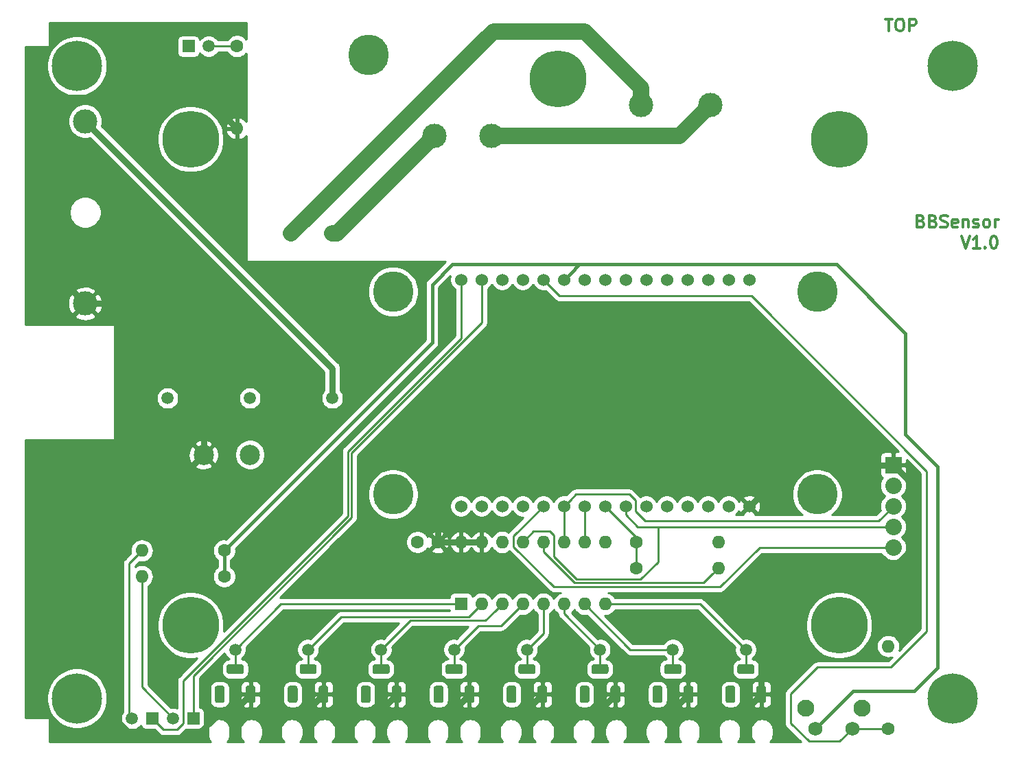
<source format=gtl>
G04 #@! TF.GenerationSoftware,KiCad,Pcbnew,(5.1.4)-1*
G04 #@! TF.CreationDate,2019-09-16T22:16:00+02:00*
G04 #@! TF.ProjectId,BBMini,42424d69-6e69-42e6-9b69-6361645f7063,V1.0*
G04 #@! TF.SameCoordinates,PXe4e1c0PY6516e80*
G04 #@! TF.FileFunction,Copper,L1,Top*
G04 #@! TF.FilePolarity,Positive*
%FSLAX46Y46*%
G04 Gerber Fmt 4.6, Leading zero omitted, Abs format (unit mm)*
G04 Created by KiCad (PCBNEW (5.1.4)-1) date 2019-09-16 22:16:00*
%MOMM*%
%LPD*%
G04 APERTURE LIST*
%ADD10C,0.300000*%
%ADD11C,3.000000*%
%ADD12C,5.000000*%
%ADD13C,7.000000*%
%ADD14C,6.200000*%
%ADD15C,1.500000*%
%ADD16O,1.600000X1.600000*%
%ADD17R,1.600000X1.600000*%
%ADD18C,1.524000*%
%ADD19C,2.500000*%
%ADD20C,0.100000*%
%ADD21C,1.200000*%
%ADD22C,2.100000*%
%ADD23C,1.750000*%
%ADD24C,1.600000*%
%ADD25O,2.032000X2.032000*%
%ADD26R,2.032000X2.032000*%
%ADD27R,1.500000X1.500000*%
%ADD28C,0.800000*%
%ADD29C,0.250000*%
%ADD30C,2.000000*%
%ADD31C,0.400000*%
%ADD32C,0.254000*%
G04 APERTURE END LIST*
D10*
X111590714Y65382143D02*
X111805000Y65310715D01*
X111876428Y65239286D01*
X111947857Y65096429D01*
X111947857Y64882143D01*
X111876428Y64739286D01*
X111805000Y64667858D01*
X111662142Y64596429D01*
X111090714Y64596429D01*
X111090714Y66096429D01*
X111590714Y66096429D01*
X111733571Y66025000D01*
X111805000Y65953572D01*
X111876428Y65810715D01*
X111876428Y65667858D01*
X111805000Y65525000D01*
X111733571Y65453572D01*
X111590714Y65382143D01*
X111090714Y65382143D01*
X113090714Y65382143D02*
X113305000Y65310715D01*
X113376428Y65239286D01*
X113447857Y65096429D01*
X113447857Y64882143D01*
X113376428Y64739286D01*
X113305000Y64667858D01*
X113162142Y64596429D01*
X112590714Y64596429D01*
X112590714Y66096429D01*
X113090714Y66096429D01*
X113233571Y66025000D01*
X113305000Y65953572D01*
X113376428Y65810715D01*
X113376428Y65667858D01*
X113305000Y65525000D01*
X113233571Y65453572D01*
X113090714Y65382143D01*
X112590714Y65382143D01*
X114019285Y64667858D02*
X114233571Y64596429D01*
X114590714Y64596429D01*
X114733571Y64667858D01*
X114805000Y64739286D01*
X114876428Y64882143D01*
X114876428Y65025000D01*
X114805000Y65167858D01*
X114733571Y65239286D01*
X114590714Y65310715D01*
X114305000Y65382143D01*
X114162142Y65453572D01*
X114090714Y65525000D01*
X114019285Y65667858D01*
X114019285Y65810715D01*
X114090714Y65953572D01*
X114162142Y66025000D01*
X114305000Y66096429D01*
X114662142Y66096429D01*
X114876428Y66025000D01*
X116090714Y64667858D02*
X115947857Y64596429D01*
X115662142Y64596429D01*
X115519285Y64667858D01*
X115447857Y64810715D01*
X115447857Y65382143D01*
X115519285Y65525000D01*
X115662142Y65596429D01*
X115947857Y65596429D01*
X116090714Y65525000D01*
X116162142Y65382143D01*
X116162142Y65239286D01*
X115447857Y65096429D01*
X116805000Y65596429D02*
X116805000Y64596429D01*
X116805000Y65453572D02*
X116876428Y65525000D01*
X117019285Y65596429D01*
X117233571Y65596429D01*
X117376428Y65525000D01*
X117447857Y65382143D01*
X117447857Y64596429D01*
X118090714Y64667858D02*
X118233571Y64596429D01*
X118519285Y64596429D01*
X118662142Y64667858D01*
X118733571Y64810715D01*
X118733571Y64882143D01*
X118662142Y65025000D01*
X118519285Y65096429D01*
X118305000Y65096429D01*
X118162142Y65167858D01*
X118090714Y65310715D01*
X118090714Y65382143D01*
X118162142Y65525000D01*
X118305000Y65596429D01*
X118519285Y65596429D01*
X118662142Y65525000D01*
X119590714Y64596429D02*
X119447857Y64667858D01*
X119376428Y64739286D01*
X119305000Y64882143D01*
X119305000Y65310715D01*
X119376428Y65453572D01*
X119447857Y65525000D01*
X119590714Y65596429D01*
X119805000Y65596429D01*
X119947857Y65525000D01*
X120019285Y65453572D01*
X120090714Y65310715D01*
X120090714Y64882143D01*
X120019285Y64739286D01*
X119947857Y64667858D01*
X119805000Y64596429D01*
X119590714Y64596429D01*
X120733571Y64596429D02*
X120733571Y65596429D01*
X120733571Y65310715D02*
X120805000Y65453572D01*
X120876428Y65525000D01*
X121019285Y65596429D01*
X121162142Y65596429D01*
X116590714Y63546429D02*
X117090714Y62046429D01*
X117590714Y63546429D01*
X118876428Y62046429D02*
X118019285Y62046429D01*
X118447857Y62046429D02*
X118447857Y63546429D01*
X118305000Y63332143D01*
X118162142Y63189286D01*
X118019285Y63117858D01*
X119519285Y62189286D02*
X119590714Y62117858D01*
X119519285Y62046429D01*
X119447857Y62117858D01*
X119519285Y62189286D01*
X119519285Y62046429D01*
X120519285Y63546429D02*
X120662142Y63546429D01*
X120805000Y63475000D01*
X120876428Y63403572D01*
X120947857Y63260715D01*
X121019285Y62975000D01*
X121019285Y62617858D01*
X120947857Y62332143D01*
X120876428Y62189286D01*
X120805000Y62117858D01*
X120662142Y62046429D01*
X120519285Y62046429D01*
X120376428Y62117858D01*
X120305000Y62189286D01*
X120233571Y62332143D01*
X120162142Y62617858D01*
X120162142Y62975000D01*
X120233571Y63260715D01*
X120305000Y63403572D01*
X120376428Y63475000D01*
X120519285Y63546429D01*
X107233571Y90321429D02*
X108090714Y90321429D01*
X107662142Y88821429D02*
X107662142Y90321429D01*
X108876428Y90321429D02*
X109162142Y90321429D01*
X109305000Y90250000D01*
X109447857Y90107143D01*
X109519285Y89821429D01*
X109519285Y89321429D01*
X109447857Y89035715D01*
X109305000Y88892858D01*
X109162142Y88821429D01*
X108876428Y88821429D01*
X108733571Y88892858D01*
X108590714Y89035715D01*
X108519285Y89321429D01*
X108519285Y89821429D01*
X108590714Y90107143D01*
X108733571Y90250000D01*
X108876428Y90321429D01*
X110162142Y88821429D02*
X110162142Y90321429D01*
X110733571Y90321429D01*
X110876428Y90250000D01*
X110947857Y90178572D01*
X111019285Y90035715D01*
X111019285Y89821429D01*
X110947857Y89678572D01*
X110876428Y89607143D01*
X110733571Y89535715D01*
X110162142Y89535715D01*
D11*
X51597500Y75886500D03*
X58597500Y75886500D03*
X85647500Y79726500D03*
X77047500Y79726500D03*
D12*
X43447500Y85886500D03*
D13*
X66847500Y82886500D03*
D14*
X115500000Y84500000D03*
X7500000Y84500000D03*
X115500000Y6500000D03*
X7500000Y6500000D03*
D15*
X90000000Y12500000D03*
X81000000Y12500000D03*
X72000000Y12500000D03*
X63000000Y12500000D03*
X54000000Y12500000D03*
X45000000Y12500000D03*
X35990500Y12500000D03*
X27000000Y12500000D03*
D16*
X54850000Y25760000D03*
X72630000Y18140000D03*
X57390000Y25760000D03*
X70090000Y18140000D03*
X59930000Y25760000D03*
X67550000Y18140000D03*
X62470000Y25760000D03*
X65010000Y18140000D03*
X65010000Y25760000D03*
X62470000Y18140000D03*
X67550000Y25760000D03*
X59930000Y18140000D03*
X70090000Y25760000D03*
X57390000Y18140000D03*
X72630000Y25760000D03*
D17*
X54850000Y18140000D03*
D12*
X98800000Y56675000D03*
X98800000Y31675000D03*
X46480000Y56675000D03*
X46480000Y31675000D03*
D18*
X90410000Y58145000D03*
X54850000Y58145000D03*
X57390000Y58145000D03*
X59930000Y58145000D03*
X62470000Y58145000D03*
X65010000Y58145000D03*
X67550000Y58145000D03*
X72630000Y58145000D03*
X70090000Y58145000D03*
X77710000Y58145000D03*
X75170000Y58145000D03*
X80250000Y58145000D03*
X82790000Y58145000D03*
X87870000Y58145000D03*
X85330000Y58145000D03*
X90410000Y30205000D03*
X85330000Y30205000D03*
X87870000Y30205000D03*
X82790000Y30205000D03*
X80250000Y30205000D03*
X75170000Y30205000D03*
X77710000Y30205000D03*
X70090000Y30205000D03*
X72630000Y30205000D03*
X67550000Y30205000D03*
X65010000Y30205000D03*
X62470000Y30205000D03*
X59930000Y30205000D03*
X57390000Y30205000D03*
X54850000Y30205000D03*
D19*
X28815000Y36555000D03*
X23100000Y36555000D03*
D20*
G36*
X92229405Y8048555D02*
G01*
X92258527Y8044236D01*
X92287085Y8037082D01*
X92314805Y8027164D01*
X92341419Y8014576D01*
X92366671Y7999441D01*
X92390318Y7981903D01*
X92412132Y7962132D01*
X92431903Y7940318D01*
X92449441Y7916671D01*
X92464576Y7891419D01*
X92477164Y7864805D01*
X92487082Y7837085D01*
X92494236Y7808527D01*
X92498555Y7779405D01*
X92500000Y7750000D01*
X92500000Y6250000D01*
X92498555Y6220595D01*
X92494236Y6191473D01*
X92487082Y6162915D01*
X92477164Y6135195D01*
X92464576Y6108581D01*
X92449441Y6083329D01*
X92431903Y6059682D01*
X92412132Y6037868D01*
X92390318Y6018097D01*
X92366671Y6000559D01*
X92341419Y5985424D01*
X92314805Y5972836D01*
X92287085Y5962918D01*
X92258527Y5955764D01*
X92229405Y5951445D01*
X92200000Y5950000D01*
X91600000Y5950000D01*
X91570595Y5951445D01*
X91541473Y5955764D01*
X91512915Y5962918D01*
X91485195Y5972836D01*
X91458581Y5985424D01*
X91433329Y6000559D01*
X91409682Y6018097D01*
X91387868Y6037868D01*
X91368097Y6059682D01*
X91350559Y6083329D01*
X91335424Y6108581D01*
X91322836Y6135195D01*
X91312918Y6162915D01*
X91305764Y6191473D01*
X91301445Y6220595D01*
X91300000Y6250000D01*
X91300000Y7750000D01*
X91301445Y7779405D01*
X91305764Y7808527D01*
X91312918Y7837085D01*
X91322836Y7864805D01*
X91335424Y7891419D01*
X91350559Y7916671D01*
X91368097Y7940318D01*
X91387868Y7962132D01*
X91409682Y7981903D01*
X91433329Y7999441D01*
X91458581Y8014576D01*
X91485195Y8027164D01*
X91512915Y8037082D01*
X91541473Y8044236D01*
X91570595Y8048555D01*
X91600000Y8050000D01*
X92200000Y8050000D01*
X92229405Y8048555D01*
X92229405Y8048555D01*
G37*
D21*
X91900000Y7000000D03*
D20*
G36*
X90779405Y10698555D02*
G01*
X90808527Y10694236D01*
X90837085Y10687082D01*
X90864805Y10677164D01*
X90891419Y10664576D01*
X90916671Y10649441D01*
X90940318Y10631903D01*
X90962132Y10612132D01*
X90981903Y10590318D01*
X90999441Y10566671D01*
X91014576Y10541419D01*
X91027164Y10514805D01*
X91037082Y10487085D01*
X91044236Y10458527D01*
X91048555Y10429405D01*
X91050000Y10400000D01*
X91050000Y9800000D01*
X91048555Y9770595D01*
X91044236Y9741473D01*
X91037082Y9712915D01*
X91027164Y9685195D01*
X91014576Y9658581D01*
X90999441Y9633329D01*
X90981903Y9609682D01*
X90962132Y9587868D01*
X90940318Y9568097D01*
X90916671Y9550559D01*
X90891419Y9535424D01*
X90864805Y9522836D01*
X90837085Y9512918D01*
X90808527Y9505764D01*
X90779405Y9501445D01*
X90750000Y9500000D01*
X89250000Y9500000D01*
X89220595Y9501445D01*
X89191473Y9505764D01*
X89162915Y9512918D01*
X89135195Y9522836D01*
X89108581Y9535424D01*
X89083329Y9550559D01*
X89059682Y9568097D01*
X89037868Y9587868D01*
X89018097Y9609682D01*
X89000559Y9633329D01*
X88985424Y9658581D01*
X88972836Y9685195D01*
X88962918Y9712915D01*
X88955764Y9741473D01*
X88951445Y9770595D01*
X88950000Y9800000D01*
X88950000Y10400000D01*
X88951445Y10429405D01*
X88955764Y10458527D01*
X88962918Y10487085D01*
X88972836Y10514805D01*
X88985424Y10541419D01*
X89000559Y10566671D01*
X89018097Y10590318D01*
X89037868Y10612132D01*
X89059682Y10631903D01*
X89083329Y10649441D01*
X89108581Y10664576D01*
X89135195Y10677164D01*
X89162915Y10687082D01*
X89191473Y10694236D01*
X89220595Y10698555D01*
X89250000Y10700000D01*
X90750000Y10700000D01*
X90779405Y10698555D01*
X90779405Y10698555D01*
G37*
D21*
X90000000Y10100000D03*
D20*
G36*
X88429405Y8048555D02*
G01*
X88458527Y8044236D01*
X88487085Y8037082D01*
X88514805Y8027164D01*
X88541419Y8014576D01*
X88566671Y7999441D01*
X88590318Y7981903D01*
X88612132Y7962132D01*
X88631903Y7940318D01*
X88649441Y7916671D01*
X88664576Y7891419D01*
X88677164Y7864805D01*
X88687082Y7837085D01*
X88694236Y7808527D01*
X88698555Y7779405D01*
X88700000Y7750000D01*
X88700000Y6250000D01*
X88698555Y6220595D01*
X88694236Y6191473D01*
X88687082Y6162915D01*
X88677164Y6135195D01*
X88664576Y6108581D01*
X88649441Y6083329D01*
X88631903Y6059682D01*
X88612132Y6037868D01*
X88590318Y6018097D01*
X88566671Y6000559D01*
X88541419Y5985424D01*
X88514805Y5972836D01*
X88487085Y5962918D01*
X88458527Y5955764D01*
X88429405Y5951445D01*
X88400000Y5950000D01*
X87800000Y5950000D01*
X87770595Y5951445D01*
X87741473Y5955764D01*
X87712915Y5962918D01*
X87685195Y5972836D01*
X87658581Y5985424D01*
X87633329Y6000559D01*
X87609682Y6018097D01*
X87587868Y6037868D01*
X87568097Y6059682D01*
X87550559Y6083329D01*
X87535424Y6108581D01*
X87522836Y6135195D01*
X87512918Y6162915D01*
X87505764Y6191473D01*
X87501445Y6220595D01*
X87500000Y6250000D01*
X87500000Y7750000D01*
X87501445Y7779405D01*
X87505764Y7808527D01*
X87512918Y7837085D01*
X87522836Y7864805D01*
X87535424Y7891419D01*
X87550559Y7916671D01*
X87568097Y7940318D01*
X87587868Y7962132D01*
X87609682Y7981903D01*
X87633329Y7999441D01*
X87658581Y8014576D01*
X87685195Y8027164D01*
X87712915Y8037082D01*
X87741473Y8044236D01*
X87770595Y8048555D01*
X87800000Y8050000D01*
X88400000Y8050000D01*
X88429405Y8048555D01*
X88429405Y8048555D01*
G37*
D21*
X88100000Y7000000D03*
D20*
G36*
X83229405Y8048555D02*
G01*
X83258527Y8044236D01*
X83287085Y8037082D01*
X83314805Y8027164D01*
X83341419Y8014576D01*
X83366671Y7999441D01*
X83390318Y7981903D01*
X83412132Y7962132D01*
X83431903Y7940318D01*
X83449441Y7916671D01*
X83464576Y7891419D01*
X83477164Y7864805D01*
X83487082Y7837085D01*
X83494236Y7808527D01*
X83498555Y7779405D01*
X83500000Y7750000D01*
X83500000Y6250000D01*
X83498555Y6220595D01*
X83494236Y6191473D01*
X83487082Y6162915D01*
X83477164Y6135195D01*
X83464576Y6108581D01*
X83449441Y6083329D01*
X83431903Y6059682D01*
X83412132Y6037868D01*
X83390318Y6018097D01*
X83366671Y6000559D01*
X83341419Y5985424D01*
X83314805Y5972836D01*
X83287085Y5962918D01*
X83258527Y5955764D01*
X83229405Y5951445D01*
X83200000Y5950000D01*
X82600000Y5950000D01*
X82570595Y5951445D01*
X82541473Y5955764D01*
X82512915Y5962918D01*
X82485195Y5972836D01*
X82458581Y5985424D01*
X82433329Y6000559D01*
X82409682Y6018097D01*
X82387868Y6037868D01*
X82368097Y6059682D01*
X82350559Y6083329D01*
X82335424Y6108581D01*
X82322836Y6135195D01*
X82312918Y6162915D01*
X82305764Y6191473D01*
X82301445Y6220595D01*
X82300000Y6250000D01*
X82300000Y7750000D01*
X82301445Y7779405D01*
X82305764Y7808527D01*
X82312918Y7837085D01*
X82322836Y7864805D01*
X82335424Y7891419D01*
X82350559Y7916671D01*
X82368097Y7940318D01*
X82387868Y7962132D01*
X82409682Y7981903D01*
X82433329Y7999441D01*
X82458581Y8014576D01*
X82485195Y8027164D01*
X82512915Y8037082D01*
X82541473Y8044236D01*
X82570595Y8048555D01*
X82600000Y8050000D01*
X83200000Y8050000D01*
X83229405Y8048555D01*
X83229405Y8048555D01*
G37*
D21*
X82900000Y7000000D03*
D20*
G36*
X81779405Y10698555D02*
G01*
X81808527Y10694236D01*
X81837085Y10687082D01*
X81864805Y10677164D01*
X81891419Y10664576D01*
X81916671Y10649441D01*
X81940318Y10631903D01*
X81962132Y10612132D01*
X81981903Y10590318D01*
X81999441Y10566671D01*
X82014576Y10541419D01*
X82027164Y10514805D01*
X82037082Y10487085D01*
X82044236Y10458527D01*
X82048555Y10429405D01*
X82050000Y10400000D01*
X82050000Y9800000D01*
X82048555Y9770595D01*
X82044236Y9741473D01*
X82037082Y9712915D01*
X82027164Y9685195D01*
X82014576Y9658581D01*
X81999441Y9633329D01*
X81981903Y9609682D01*
X81962132Y9587868D01*
X81940318Y9568097D01*
X81916671Y9550559D01*
X81891419Y9535424D01*
X81864805Y9522836D01*
X81837085Y9512918D01*
X81808527Y9505764D01*
X81779405Y9501445D01*
X81750000Y9500000D01*
X80250000Y9500000D01*
X80220595Y9501445D01*
X80191473Y9505764D01*
X80162915Y9512918D01*
X80135195Y9522836D01*
X80108581Y9535424D01*
X80083329Y9550559D01*
X80059682Y9568097D01*
X80037868Y9587868D01*
X80018097Y9609682D01*
X80000559Y9633329D01*
X79985424Y9658581D01*
X79972836Y9685195D01*
X79962918Y9712915D01*
X79955764Y9741473D01*
X79951445Y9770595D01*
X79950000Y9800000D01*
X79950000Y10400000D01*
X79951445Y10429405D01*
X79955764Y10458527D01*
X79962918Y10487085D01*
X79972836Y10514805D01*
X79985424Y10541419D01*
X80000559Y10566671D01*
X80018097Y10590318D01*
X80037868Y10612132D01*
X80059682Y10631903D01*
X80083329Y10649441D01*
X80108581Y10664576D01*
X80135195Y10677164D01*
X80162915Y10687082D01*
X80191473Y10694236D01*
X80220595Y10698555D01*
X80250000Y10700000D01*
X81750000Y10700000D01*
X81779405Y10698555D01*
X81779405Y10698555D01*
G37*
D21*
X81000000Y10100000D03*
D20*
G36*
X79429405Y8048555D02*
G01*
X79458527Y8044236D01*
X79487085Y8037082D01*
X79514805Y8027164D01*
X79541419Y8014576D01*
X79566671Y7999441D01*
X79590318Y7981903D01*
X79612132Y7962132D01*
X79631903Y7940318D01*
X79649441Y7916671D01*
X79664576Y7891419D01*
X79677164Y7864805D01*
X79687082Y7837085D01*
X79694236Y7808527D01*
X79698555Y7779405D01*
X79700000Y7750000D01*
X79700000Y6250000D01*
X79698555Y6220595D01*
X79694236Y6191473D01*
X79687082Y6162915D01*
X79677164Y6135195D01*
X79664576Y6108581D01*
X79649441Y6083329D01*
X79631903Y6059682D01*
X79612132Y6037868D01*
X79590318Y6018097D01*
X79566671Y6000559D01*
X79541419Y5985424D01*
X79514805Y5972836D01*
X79487085Y5962918D01*
X79458527Y5955764D01*
X79429405Y5951445D01*
X79400000Y5950000D01*
X78800000Y5950000D01*
X78770595Y5951445D01*
X78741473Y5955764D01*
X78712915Y5962918D01*
X78685195Y5972836D01*
X78658581Y5985424D01*
X78633329Y6000559D01*
X78609682Y6018097D01*
X78587868Y6037868D01*
X78568097Y6059682D01*
X78550559Y6083329D01*
X78535424Y6108581D01*
X78522836Y6135195D01*
X78512918Y6162915D01*
X78505764Y6191473D01*
X78501445Y6220595D01*
X78500000Y6250000D01*
X78500000Y7750000D01*
X78501445Y7779405D01*
X78505764Y7808527D01*
X78512918Y7837085D01*
X78522836Y7864805D01*
X78535424Y7891419D01*
X78550559Y7916671D01*
X78568097Y7940318D01*
X78587868Y7962132D01*
X78609682Y7981903D01*
X78633329Y7999441D01*
X78658581Y8014576D01*
X78685195Y8027164D01*
X78712915Y8037082D01*
X78741473Y8044236D01*
X78770595Y8048555D01*
X78800000Y8050000D01*
X79400000Y8050000D01*
X79429405Y8048555D01*
X79429405Y8048555D01*
G37*
D21*
X79100000Y7000000D03*
D20*
G36*
X74229405Y8048555D02*
G01*
X74258527Y8044236D01*
X74287085Y8037082D01*
X74314805Y8027164D01*
X74341419Y8014576D01*
X74366671Y7999441D01*
X74390318Y7981903D01*
X74412132Y7962132D01*
X74431903Y7940318D01*
X74449441Y7916671D01*
X74464576Y7891419D01*
X74477164Y7864805D01*
X74487082Y7837085D01*
X74494236Y7808527D01*
X74498555Y7779405D01*
X74500000Y7750000D01*
X74500000Y6250000D01*
X74498555Y6220595D01*
X74494236Y6191473D01*
X74487082Y6162915D01*
X74477164Y6135195D01*
X74464576Y6108581D01*
X74449441Y6083329D01*
X74431903Y6059682D01*
X74412132Y6037868D01*
X74390318Y6018097D01*
X74366671Y6000559D01*
X74341419Y5985424D01*
X74314805Y5972836D01*
X74287085Y5962918D01*
X74258527Y5955764D01*
X74229405Y5951445D01*
X74200000Y5950000D01*
X73600000Y5950000D01*
X73570595Y5951445D01*
X73541473Y5955764D01*
X73512915Y5962918D01*
X73485195Y5972836D01*
X73458581Y5985424D01*
X73433329Y6000559D01*
X73409682Y6018097D01*
X73387868Y6037868D01*
X73368097Y6059682D01*
X73350559Y6083329D01*
X73335424Y6108581D01*
X73322836Y6135195D01*
X73312918Y6162915D01*
X73305764Y6191473D01*
X73301445Y6220595D01*
X73300000Y6250000D01*
X73300000Y7750000D01*
X73301445Y7779405D01*
X73305764Y7808527D01*
X73312918Y7837085D01*
X73322836Y7864805D01*
X73335424Y7891419D01*
X73350559Y7916671D01*
X73368097Y7940318D01*
X73387868Y7962132D01*
X73409682Y7981903D01*
X73433329Y7999441D01*
X73458581Y8014576D01*
X73485195Y8027164D01*
X73512915Y8037082D01*
X73541473Y8044236D01*
X73570595Y8048555D01*
X73600000Y8050000D01*
X74200000Y8050000D01*
X74229405Y8048555D01*
X74229405Y8048555D01*
G37*
D21*
X73900000Y7000000D03*
D20*
G36*
X72779405Y10698555D02*
G01*
X72808527Y10694236D01*
X72837085Y10687082D01*
X72864805Y10677164D01*
X72891419Y10664576D01*
X72916671Y10649441D01*
X72940318Y10631903D01*
X72962132Y10612132D01*
X72981903Y10590318D01*
X72999441Y10566671D01*
X73014576Y10541419D01*
X73027164Y10514805D01*
X73037082Y10487085D01*
X73044236Y10458527D01*
X73048555Y10429405D01*
X73050000Y10400000D01*
X73050000Y9800000D01*
X73048555Y9770595D01*
X73044236Y9741473D01*
X73037082Y9712915D01*
X73027164Y9685195D01*
X73014576Y9658581D01*
X72999441Y9633329D01*
X72981903Y9609682D01*
X72962132Y9587868D01*
X72940318Y9568097D01*
X72916671Y9550559D01*
X72891419Y9535424D01*
X72864805Y9522836D01*
X72837085Y9512918D01*
X72808527Y9505764D01*
X72779405Y9501445D01*
X72750000Y9500000D01*
X71250000Y9500000D01*
X71220595Y9501445D01*
X71191473Y9505764D01*
X71162915Y9512918D01*
X71135195Y9522836D01*
X71108581Y9535424D01*
X71083329Y9550559D01*
X71059682Y9568097D01*
X71037868Y9587868D01*
X71018097Y9609682D01*
X71000559Y9633329D01*
X70985424Y9658581D01*
X70972836Y9685195D01*
X70962918Y9712915D01*
X70955764Y9741473D01*
X70951445Y9770595D01*
X70950000Y9800000D01*
X70950000Y10400000D01*
X70951445Y10429405D01*
X70955764Y10458527D01*
X70962918Y10487085D01*
X70972836Y10514805D01*
X70985424Y10541419D01*
X71000559Y10566671D01*
X71018097Y10590318D01*
X71037868Y10612132D01*
X71059682Y10631903D01*
X71083329Y10649441D01*
X71108581Y10664576D01*
X71135195Y10677164D01*
X71162915Y10687082D01*
X71191473Y10694236D01*
X71220595Y10698555D01*
X71250000Y10700000D01*
X72750000Y10700000D01*
X72779405Y10698555D01*
X72779405Y10698555D01*
G37*
D21*
X72000000Y10100000D03*
D20*
G36*
X70429405Y8048555D02*
G01*
X70458527Y8044236D01*
X70487085Y8037082D01*
X70514805Y8027164D01*
X70541419Y8014576D01*
X70566671Y7999441D01*
X70590318Y7981903D01*
X70612132Y7962132D01*
X70631903Y7940318D01*
X70649441Y7916671D01*
X70664576Y7891419D01*
X70677164Y7864805D01*
X70687082Y7837085D01*
X70694236Y7808527D01*
X70698555Y7779405D01*
X70700000Y7750000D01*
X70700000Y6250000D01*
X70698555Y6220595D01*
X70694236Y6191473D01*
X70687082Y6162915D01*
X70677164Y6135195D01*
X70664576Y6108581D01*
X70649441Y6083329D01*
X70631903Y6059682D01*
X70612132Y6037868D01*
X70590318Y6018097D01*
X70566671Y6000559D01*
X70541419Y5985424D01*
X70514805Y5972836D01*
X70487085Y5962918D01*
X70458527Y5955764D01*
X70429405Y5951445D01*
X70400000Y5950000D01*
X69800000Y5950000D01*
X69770595Y5951445D01*
X69741473Y5955764D01*
X69712915Y5962918D01*
X69685195Y5972836D01*
X69658581Y5985424D01*
X69633329Y6000559D01*
X69609682Y6018097D01*
X69587868Y6037868D01*
X69568097Y6059682D01*
X69550559Y6083329D01*
X69535424Y6108581D01*
X69522836Y6135195D01*
X69512918Y6162915D01*
X69505764Y6191473D01*
X69501445Y6220595D01*
X69500000Y6250000D01*
X69500000Y7750000D01*
X69501445Y7779405D01*
X69505764Y7808527D01*
X69512918Y7837085D01*
X69522836Y7864805D01*
X69535424Y7891419D01*
X69550559Y7916671D01*
X69568097Y7940318D01*
X69587868Y7962132D01*
X69609682Y7981903D01*
X69633329Y7999441D01*
X69658581Y8014576D01*
X69685195Y8027164D01*
X69712915Y8037082D01*
X69741473Y8044236D01*
X69770595Y8048555D01*
X69800000Y8050000D01*
X70400000Y8050000D01*
X70429405Y8048555D01*
X70429405Y8048555D01*
G37*
D21*
X70100000Y7000000D03*
D20*
G36*
X65229405Y8048555D02*
G01*
X65258527Y8044236D01*
X65287085Y8037082D01*
X65314805Y8027164D01*
X65341419Y8014576D01*
X65366671Y7999441D01*
X65390318Y7981903D01*
X65412132Y7962132D01*
X65431903Y7940318D01*
X65449441Y7916671D01*
X65464576Y7891419D01*
X65477164Y7864805D01*
X65487082Y7837085D01*
X65494236Y7808527D01*
X65498555Y7779405D01*
X65500000Y7750000D01*
X65500000Y6250000D01*
X65498555Y6220595D01*
X65494236Y6191473D01*
X65487082Y6162915D01*
X65477164Y6135195D01*
X65464576Y6108581D01*
X65449441Y6083329D01*
X65431903Y6059682D01*
X65412132Y6037868D01*
X65390318Y6018097D01*
X65366671Y6000559D01*
X65341419Y5985424D01*
X65314805Y5972836D01*
X65287085Y5962918D01*
X65258527Y5955764D01*
X65229405Y5951445D01*
X65200000Y5950000D01*
X64600000Y5950000D01*
X64570595Y5951445D01*
X64541473Y5955764D01*
X64512915Y5962918D01*
X64485195Y5972836D01*
X64458581Y5985424D01*
X64433329Y6000559D01*
X64409682Y6018097D01*
X64387868Y6037868D01*
X64368097Y6059682D01*
X64350559Y6083329D01*
X64335424Y6108581D01*
X64322836Y6135195D01*
X64312918Y6162915D01*
X64305764Y6191473D01*
X64301445Y6220595D01*
X64300000Y6250000D01*
X64300000Y7750000D01*
X64301445Y7779405D01*
X64305764Y7808527D01*
X64312918Y7837085D01*
X64322836Y7864805D01*
X64335424Y7891419D01*
X64350559Y7916671D01*
X64368097Y7940318D01*
X64387868Y7962132D01*
X64409682Y7981903D01*
X64433329Y7999441D01*
X64458581Y8014576D01*
X64485195Y8027164D01*
X64512915Y8037082D01*
X64541473Y8044236D01*
X64570595Y8048555D01*
X64600000Y8050000D01*
X65200000Y8050000D01*
X65229405Y8048555D01*
X65229405Y8048555D01*
G37*
D21*
X64900000Y7000000D03*
D20*
G36*
X63779405Y10698555D02*
G01*
X63808527Y10694236D01*
X63837085Y10687082D01*
X63864805Y10677164D01*
X63891419Y10664576D01*
X63916671Y10649441D01*
X63940318Y10631903D01*
X63962132Y10612132D01*
X63981903Y10590318D01*
X63999441Y10566671D01*
X64014576Y10541419D01*
X64027164Y10514805D01*
X64037082Y10487085D01*
X64044236Y10458527D01*
X64048555Y10429405D01*
X64050000Y10400000D01*
X64050000Y9800000D01*
X64048555Y9770595D01*
X64044236Y9741473D01*
X64037082Y9712915D01*
X64027164Y9685195D01*
X64014576Y9658581D01*
X63999441Y9633329D01*
X63981903Y9609682D01*
X63962132Y9587868D01*
X63940318Y9568097D01*
X63916671Y9550559D01*
X63891419Y9535424D01*
X63864805Y9522836D01*
X63837085Y9512918D01*
X63808527Y9505764D01*
X63779405Y9501445D01*
X63750000Y9500000D01*
X62250000Y9500000D01*
X62220595Y9501445D01*
X62191473Y9505764D01*
X62162915Y9512918D01*
X62135195Y9522836D01*
X62108581Y9535424D01*
X62083329Y9550559D01*
X62059682Y9568097D01*
X62037868Y9587868D01*
X62018097Y9609682D01*
X62000559Y9633329D01*
X61985424Y9658581D01*
X61972836Y9685195D01*
X61962918Y9712915D01*
X61955764Y9741473D01*
X61951445Y9770595D01*
X61950000Y9800000D01*
X61950000Y10400000D01*
X61951445Y10429405D01*
X61955764Y10458527D01*
X61962918Y10487085D01*
X61972836Y10514805D01*
X61985424Y10541419D01*
X62000559Y10566671D01*
X62018097Y10590318D01*
X62037868Y10612132D01*
X62059682Y10631903D01*
X62083329Y10649441D01*
X62108581Y10664576D01*
X62135195Y10677164D01*
X62162915Y10687082D01*
X62191473Y10694236D01*
X62220595Y10698555D01*
X62250000Y10700000D01*
X63750000Y10700000D01*
X63779405Y10698555D01*
X63779405Y10698555D01*
G37*
D21*
X63000000Y10100000D03*
D20*
G36*
X61429405Y8048555D02*
G01*
X61458527Y8044236D01*
X61487085Y8037082D01*
X61514805Y8027164D01*
X61541419Y8014576D01*
X61566671Y7999441D01*
X61590318Y7981903D01*
X61612132Y7962132D01*
X61631903Y7940318D01*
X61649441Y7916671D01*
X61664576Y7891419D01*
X61677164Y7864805D01*
X61687082Y7837085D01*
X61694236Y7808527D01*
X61698555Y7779405D01*
X61700000Y7750000D01*
X61700000Y6250000D01*
X61698555Y6220595D01*
X61694236Y6191473D01*
X61687082Y6162915D01*
X61677164Y6135195D01*
X61664576Y6108581D01*
X61649441Y6083329D01*
X61631903Y6059682D01*
X61612132Y6037868D01*
X61590318Y6018097D01*
X61566671Y6000559D01*
X61541419Y5985424D01*
X61514805Y5972836D01*
X61487085Y5962918D01*
X61458527Y5955764D01*
X61429405Y5951445D01*
X61400000Y5950000D01*
X60800000Y5950000D01*
X60770595Y5951445D01*
X60741473Y5955764D01*
X60712915Y5962918D01*
X60685195Y5972836D01*
X60658581Y5985424D01*
X60633329Y6000559D01*
X60609682Y6018097D01*
X60587868Y6037868D01*
X60568097Y6059682D01*
X60550559Y6083329D01*
X60535424Y6108581D01*
X60522836Y6135195D01*
X60512918Y6162915D01*
X60505764Y6191473D01*
X60501445Y6220595D01*
X60500000Y6250000D01*
X60500000Y7750000D01*
X60501445Y7779405D01*
X60505764Y7808527D01*
X60512918Y7837085D01*
X60522836Y7864805D01*
X60535424Y7891419D01*
X60550559Y7916671D01*
X60568097Y7940318D01*
X60587868Y7962132D01*
X60609682Y7981903D01*
X60633329Y7999441D01*
X60658581Y8014576D01*
X60685195Y8027164D01*
X60712915Y8037082D01*
X60741473Y8044236D01*
X60770595Y8048555D01*
X60800000Y8050000D01*
X61400000Y8050000D01*
X61429405Y8048555D01*
X61429405Y8048555D01*
G37*
D21*
X61100000Y7000000D03*
D20*
G36*
X56229405Y8048555D02*
G01*
X56258527Y8044236D01*
X56287085Y8037082D01*
X56314805Y8027164D01*
X56341419Y8014576D01*
X56366671Y7999441D01*
X56390318Y7981903D01*
X56412132Y7962132D01*
X56431903Y7940318D01*
X56449441Y7916671D01*
X56464576Y7891419D01*
X56477164Y7864805D01*
X56487082Y7837085D01*
X56494236Y7808527D01*
X56498555Y7779405D01*
X56500000Y7750000D01*
X56500000Y6250000D01*
X56498555Y6220595D01*
X56494236Y6191473D01*
X56487082Y6162915D01*
X56477164Y6135195D01*
X56464576Y6108581D01*
X56449441Y6083329D01*
X56431903Y6059682D01*
X56412132Y6037868D01*
X56390318Y6018097D01*
X56366671Y6000559D01*
X56341419Y5985424D01*
X56314805Y5972836D01*
X56287085Y5962918D01*
X56258527Y5955764D01*
X56229405Y5951445D01*
X56200000Y5950000D01*
X55600000Y5950000D01*
X55570595Y5951445D01*
X55541473Y5955764D01*
X55512915Y5962918D01*
X55485195Y5972836D01*
X55458581Y5985424D01*
X55433329Y6000559D01*
X55409682Y6018097D01*
X55387868Y6037868D01*
X55368097Y6059682D01*
X55350559Y6083329D01*
X55335424Y6108581D01*
X55322836Y6135195D01*
X55312918Y6162915D01*
X55305764Y6191473D01*
X55301445Y6220595D01*
X55300000Y6250000D01*
X55300000Y7750000D01*
X55301445Y7779405D01*
X55305764Y7808527D01*
X55312918Y7837085D01*
X55322836Y7864805D01*
X55335424Y7891419D01*
X55350559Y7916671D01*
X55368097Y7940318D01*
X55387868Y7962132D01*
X55409682Y7981903D01*
X55433329Y7999441D01*
X55458581Y8014576D01*
X55485195Y8027164D01*
X55512915Y8037082D01*
X55541473Y8044236D01*
X55570595Y8048555D01*
X55600000Y8050000D01*
X56200000Y8050000D01*
X56229405Y8048555D01*
X56229405Y8048555D01*
G37*
D21*
X55900000Y7000000D03*
D20*
G36*
X54779405Y10698555D02*
G01*
X54808527Y10694236D01*
X54837085Y10687082D01*
X54864805Y10677164D01*
X54891419Y10664576D01*
X54916671Y10649441D01*
X54940318Y10631903D01*
X54962132Y10612132D01*
X54981903Y10590318D01*
X54999441Y10566671D01*
X55014576Y10541419D01*
X55027164Y10514805D01*
X55037082Y10487085D01*
X55044236Y10458527D01*
X55048555Y10429405D01*
X55050000Y10400000D01*
X55050000Y9800000D01*
X55048555Y9770595D01*
X55044236Y9741473D01*
X55037082Y9712915D01*
X55027164Y9685195D01*
X55014576Y9658581D01*
X54999441Y9633329D01*
X54981903Y9609682D01*
X54962132Y9587868D01*
X54940318Y9568097D01*
X54916671Y9550559D01*
X54891419Y9535424D01*
X54864805Y9522836D01*
X54837085Y9512918D01*
X54808527Y9505764D01*
X54779405Y9501445D01*
X54750000Y9500000D01*
X53250000Y9500000D01*
X53220595Y9501445D01*
X53191473Y9505764D01*
X53162915Y9512918D01*
X53135195Y9522836D01*
X53108581Y9535424D01*
X53083329Y9550559D01*
X53059682Y9568097D01*
X53037868Y9587868D01*
X53018097Y9609682D01*
X53000559Y9633329D01*
X52985424Y9658581D01*
X52972836Y9685195D01*
X52962918Y9712915D01*
X52955764Y9741473D01*
X52951445Y9770595D01*
X52950000Y9800000D01*
X52950000Y10400000D01*
X52951445Y10429405D01*
X52955764Y10458527D01*
X52962918Y10487085D01*
X52972836Y10514805D01*
X52985424Y10541419D01*
X53000559Y10566671D01*
X53018097Y10590318D01*
X53037868Y10612132D01*
X53059682Y10631903D01*
X53083329Y10649441D01*
X53108581Y10664576D01*
X53135195Y10677164D01*
X53162915Y10687082D01*
X53191473Y10694236D01*
X53220595Y10698555D01*
X53250000Y10700000D01*
X54750000Y10700000D01*
X54779405Y10698555D01*
X54779405Y10698555D01*
G37*
D21*
X54000000Y10100000D03*
D20*
G36*
X52429405Y8048555D02*
G01*
X52458527Y8044236D01*
X52487085Y8037082D01*
X52514805Y8027164D01*
X52541419Y8014576D01*
X52566671Y7999441D01*
X52590318Y7981903D01*
X52612132Y7962132D01*
X52631903Y7940318D01*
X52649441Y7916671D01*
X52664576Y7891419D01*
X52677164Y7864805D01*
X52687082Y7837085D01*
X52694236Y7808527D01*
X52698555Y7779405D01*
X52700000Y7750000D01*
X52700000Y6250000D01*
X52698555Y6220595D01*
X52694236Y6191473D01*
X52687082Y6162915D01*
X52677164Y6135195D01*
X52664576Y6108581D01*
X52649441Y6083329D01*
X52631903Y6059682D01*
X52612132Y6037868D01*
X52590318Y6018097D01*
X52566671Y6000559D01*
X52541419Y5985424D01*
X52514805Y5972836D01*
X52487085Y5962918D01*
X52458527Y5955764D01*
X52429405Y5951445D01*
X52400000Y5950000D01*
X51800000Y5950000D01*
X51770595Y5951445D01*
X51741473Y5955764D01*
X51712915Y5962918D01*
X51685195Y5972836D01*
X51658581Y5985424D01*
X51633329Y6000559D01*
X51609682Y6018097D01*
X51587868Y6037868D01*
X51568097Y6059682D01*
X51550559Y6083329D01*
X51535424Y6108581D01*
X51522836Y6135195D01*
X51512918Y6162915D01*
X51505764Y6191473D01*
X51501445Y6220595D01*
X51500000Y6250000D01*
X51500000Y7750000D01*
X51501445Y7779405D01*
X51505764Y7808527D01*
X51512918Y7837085D01*
X51522836Y7864805D01*
X51535424Y7891419D01*
X51550559Y7916671D01*
X51568097Y7940318D01*
X51587868Y7962132D01*
X51609682Y7981903D01*
X51633329Y7999441D01*
X51658581Y8014576D01*
X51685195Y8027164D01*
X51712915Y8037082D01*
X51741473Y8044236D01*
X51770595Y8048555D01*
X51800000Y8050000D01*
X52400000Y8050000D01*
X52429405Y8048555D01*
X52429405Y8048555D01*
G37*
D21*
X52100000Y7000000D03*
D20*
G36*
X47229405Y8048555D02*
G01*
X47258527Y8044236D01*
X47287085Y8037082D01*
X47314805Y8027164D01*
X47341419Y8014576D01*
X47366671Y7999441D01*
X47390318Y7981903D01*
X47412132Y7962132D01*
X47431903Y7940318D01*
X47449441Y7916671D01*
X47464576Y7891419D01*
X47477164Y7864805D01*
X47487082Y7837085D01*
X47494236Y7808527D01*
X47498555Y7779405D01*
X47500000Y7750000D01*
X47500000Y6250000D01*
X47498555Y6220595D01*
X47494236Y6191473D01*
X47487082Y6162915D01*
X47477164Y6135195D01*
X47464576Y6108581D01*
X47449441Y6083329D01*
X47431903Y6059682D01*
X47412132Y6037868D01*
X47390318Y6018097D01*
X47366671Y6000559D01*
X47341419Y5985424D01*
X47314805Y5972836D01*
X47287085Y5962918D01*
X47258527Y5955764D01*
X47229405Y5951445D01*
X47200000Y5950000D01*
X46600000Y5950000D01*
X46570595Y5951445D01*
X46541473Y5955764D01*
X46512915Y5962918D01*
X46485195Y5972836D01*
X46458581Y5985424D01*
X46433329Y6000559D01*
X46409682Y6018097D01*
X46387868Y6037868D01*
X46368097Y6059682D01*
X46350559Y6083329D01*
X46335424Y6108581D01*
X46322836Y6135195D01*
X46312918Y6162915D01*
X46305764Y6191473D01*
X46301445Y6220595D01*
X46300000Y6250000D01*
X46300000Y7750000D01*
X46301445Y7779405D01*
X46305764Y7808527D01*
X46312918Y7837085D01*
X46322836Y7864805D01*
X46335424Y7891419D01*
X46350559Y7916671D01*
X46368097Y7940318D01*
X46387868Y7962132D01*
X46409682Y7981903D01*
X46433329Y7999441D01*
X46458581Y8014576D01*
X46485195Y8027164D01*
X46512915Y8037082D01*
X46541473Y8044236D01*
X46570595Y8048555D01*
X46600000Y8050000D01*
X47200000Y8050000D01*
X47229405Y8048555D01*
X47229405Y8048555D01*
G37*
D21*
X46900000Y7000000D03*
D20*
G36*
X45779405Y10698555D02*
G01*
X45808527Y10694236D01*
X45837085Y10687082D01*
X45864805Y10677164D01*
X45891419Y10664576D01*
X45916671Y10649441D01*
X45940318Y10631903D01*
X45962132Y10612132D01*
X45981903Y10590318D01*
X45999441Y10566671D01*
X46014576Y10541419D01*
X46027164Y10514805D01*
X46037082Y10487085D01*
X46044236Y10458527D01*
X46048555Y10429405D01*
X46050000Y10400000D01*
X46050000Y9800000D01*
X46048555Y9770595D01*
X46044236Y9741473D01*
X46037082Y9712915D01*
X46027164Y9685195D01*
X46014576Y9658581D01*
X45999441Y9633329D01*
X45981903Y9609682D01*
X45962132Y9587868D01*
X45940318Y9568097D01*
X45916671Y9550559D01*
X45891419Y9535424D01*
X45864805Y9522836D01*
X45837085Y9512918D01*
X45808527Y9505764D01*
X45779405Y9501445D01*
X45750000Y9500000D01*
X44250000Y9500000D01*
X44220595Y9501445D01*
X44191473Y9505764D01*
X44162915Y9512918D01*
X44135195Y9522836D01*
X44108581Y9535424D01*
X44083329Y9550559D01*
X44059682Y9568097D01*
X44037868Y9587868D01*
X44018097Y9609682D01*
X44000559Y9633329D01*
X43985424Y9658581D01*
X43972836Y9685195D01*
X43962918Y9712915D01*
X43955764Y9741473D01*
X43951445Y9770595D01*
X43950000Y9800000D01*
X43950000Y10400000D01*
X43951445Y10429405D01*
X43955764Y10458527D01*
X43962918Y10487085D01*
X43972836Y10514805D01*
X43985424Y10541419D01*
X44000559Y10566671D01*
X44018097Y10590318D01*
X44037868Y10612132D01*
X44059682Y10631903D01*
X44083329Y10649441D01*
X44108581Y10664576D01*
X44135195Y10677164D01*
X44162915Y10687082D01*
X44191473Y10694236D01*
X44220595Y10698555D01*
X44250000Y10700000D01*
X45750000Y10700000D01*
X45779405Y10698555D01*
X45779405Y10698555D01*
G37*
D21*
X45000000Y10100000D03*
D20*
G36*
X43429405Y8048555D02*
G01*
X43458527Y8044236D01*
X43487085Y8037082D01*
X43514805Y8027164D01*
X43541419Y8014576D01*
X43566671Y7999441D01*
X43590318Y7981903D01*
X43612132Y7962132D01*
X43631903Y7940318D01*
X43649441Y7916671D01*
X43664576Y7891419D01*
X43677164Y7864805D01*
X43687082Y7837085D01*
X43694236Y7808527D01*
X43698555Y7779405D01*
X43700000Y7750000D01*
X43700000Y6250000D01*
X43698555Y6220595D01*
X43694236Y6191473D01*
X43687082Y6162915D01*
X43677164Y6135195D01*
X43664576Y6108581D01*
X43649441Y6083329D01*
X43631903Y6059682D01*
X43612132Y6037868D01*
X43590318Y6018097D01*
X43566671Y6000559D01*
X43541419Y5985424D01*
X43514805Y5972836D01*
X43487085Y5962918D01*
X43458527Y5955764D01*
X43429405Y5951445D01*
X43400000Y5950000D01*
X42800000Y5950000D01*
X42770595Y5951445D01*
X42741473Y5955764D01*
X42712915Y5962918D01*
X42685195Y5972836D01*
X42658581Y5985424D01*
X42633329Y6000559D01*
X42609682Y6018097D01*
X42587868Y6037868D01*
X42568097Y6059682D01*
X42550559Y6083329D01*
X42535424Y6108581D01*
X42522836Y6135195D01*
X42512918Y6162915D01*
X42505764Y6191473D01*
X42501445Y6220595D01*
X42500000Y6250000D01*
X42500000Y7750000D01*
X42501445Y7779405D01*
X42505764Y7808527D01*
X42512918Y7837085D01*
X42522836Y7864805D01*
X42535424Y7891419D01*
X42550559Y7916671D01*
X42568097Y7940318D01*
X42587868Y7962132D01*
X42609682Y7981903D01*
X42633329Y7999441D01*
X42658581Y8014576D01*
X42685195Y8027164D01*
X42712915Y8037082D01*
X42741473Y8044236D01*
X42770595Y8048555D01*
X42800000Y8050000D01*
X43400000Y8050000D01*
X43429405Y8048555D01*
X43429405Y8048555D01*
G37*
D21*
X43100000Y7000000D03*
D20*
G36*
X38229405Y8048555D02*
G01*
X38258527Y8044236D01*
X38287085Y8037082D01*
X38314805Y8027164D01*
X38341419Y8014576D01*
X38366671Y7999441D01*
X38390318Y7981903D01*
X38412132Y7962132D01*
X38431903Y7940318D01*
X38449441Y7916671D01*
X38464576Y7891419D01*
X38477164Y7864805D01*
X38487082Y7837085D01*
X38494236Y7808527D01*
X38498555Y7779405D01*
X38500000Y7750000D01*
X38500000Y6250000D01*
X38498555Y6220595D01*
X38494236Y6191473D01*
X38487082Y6162915D01*
X38477164Y6135195D01*
X38464576Y6108581D01*
X38449441Y6083329D01*
X38431903Y6059682D01*
X38412132Y6037868D01*
X38390318Y6018097D01*
X38366671Y6000559D01*
X38341419Y5985424D01*
X38314805Y5972836D01*
X38287085Y5962918D01*
X38258527Y5955764D01*
X38229405Y5951445D01*
X38200000Y5950000D01*
X37600000Y5950000D01*
X37570595Y5951445D01*
X37541473Y5955764D01*
X37512915Y5962918D01*
X37485195Y5972836D01*
X37458581Y5985424D01*
X37433329Y6000559D01*
X37409682Y6018097D01*
X37387868Y6037868D01*
X37368097Y6059682D01*
X37350559Y6083329D01*
X37335424Y6108581D01*
X37322836Y6135195D01*
X37312918Y6162915D01*
X37305764Y6191473D01*
X37301445Y6220595D01*
X37300000Y6250000D01*
X37300000Y7750000D01*
X37301445Y7779405D01*
X37305764Y7808527D01*
X37312918Y7837085D01*
X37322836Y7864805D01*
X37335424Y7891419D01*
X37350559Y7916671D01*
X37368097Y7940318D01*
X37387868Y7962132D01*
X37409682Y7981903D01*
X37433329Y7999441D01*
X37458581Y8014576D01*
X37485195Y8027164D01*
X37512915Y8037082D01*
X37541473Y8044236D01*
X37570595Y8048555D01*
X37600000Y8050000D01*
X38200000Y8050000D01*
X38229405Y8048555D01*
X38229405Y8048555D01*
G37*
D21*
X37900000Y7000000D03*
D20*
G36*
X36779405Y10698555D02*
G01*
X36808527Y10694236D01*
X36837085Y10687082D01*
X36864805Y10677164D01*
X36891419Y10664576D01*
X36916671Y10649441D01*
X36940318Y10631903D01*
X36962132Y10612132D01*
X36981903Y10590318D01*
X36999441Y10566671D01*
X37014576Y10541419D01*
X37027164Y10514805D01*
X37037082Y10487085D01*
X37044236Y10458527D01*
X37048555Y10429405D01*
X37050000Y10400000D01*
X37050000Y9800000D01*
X37048555Y9770595D01*
X37044236Y9741473D01*
X37037082Y9712915D01*
X37027164Y9685195D01*
X37014576Y9658581D01*
X36999441Y9633329D01*
X36981903Y9609682D01*
X36962132Y9587868D01*
X36940318Y9568097D01*
X36916671Y9550559D01*
X36891419Y9535424D01*
X36864805Y9522836D01*
X36837085Y9512918D01*
X36808527Y9505764D01*
X36779405Y9501445D01*
X36750000Y9500000D01*
X35250000Y9500000D01*
X35220595Y9501445D01*
X35191473Y9505764D01*
X35162915Y9512918D01*
X35135195Y9522836D01*
X35108581Y9535424D01*
X35083329Y9550559D01*
X35059682Y9568097D01*
X35037868Y9587868D01*
X35018097Y9609682D01*
X35000559Y9633329D01*
X34985424Y9658581D01*
X34972836Y9685195D01*
X34962918Y9712915D01*
X34955764Y9741473D01*
X34951445Y9770595D01*
X34950000Y9800000D01*
X34950000Y10400000D01*
X34951445Y10429405D01*
X34955764Y10458527D01*
X34962918Y10487085D01*
X34972836Y10514805D01*
X34985424Y10541419D01*
X35000559Y10566671D01*
X35018097Y10590318D01*
X35037868Y10612132D01*
X35059682Y10631903D01*
X35083329Y10649441D01*
X35108581Y10664576D01*
X35135195Y10677164D01*
X35162915Y10687082D01*
X35191473Y10694236D01*
X35220595Y10698555D01*
X35250000Y10700000D01*
X36750000Y10700000D01*
X36779405Y10698555D01*
X36779405Y10698555D01*
G37*
D21*
X36000000Y10100000D03*
D20*
G36*
X34429405Y8048555D02*
G01*
X34458527Y8044236D01*
X34487085Y8037082D01*
X34514805Y8027164D01*
X34541419Y8014576D01*
X34566671Y7999441D01*
X34590318Y7981903D01*
X34612132Y7962132D01*
X34631903Y7940318D01*
X34649441Y7916671D01*
X34664576Y7891419D01*
X34677164Y7864805D01*
X34687082Y7837085D01*
X34694236Y7808527D01*
X34698555Y7779405D01*
X34700000Y7750000D01*
X34700000Y6250000D01*
X34698555Y6220595D01*
X34694236Y6191473D01*
X34687082Y6162915D01*
X34677164Y6135195D01*
X34664576Y6108581D01*
X34649441Y6083329D01*
X34631903Y6059682D01*
X34612132Y6037868D01*
X34590318Y6018097D01*
X34566671Y6000559D01*
X34541419Y5985424D01*
X34514805Y5972836D01*
X34487085Y5962918D01*
X34458527Y5955764D01*
X34429405Y5951445D01*
X34400000Y5950000D01*
X33800000Y5950000D01*
X33770595Y5951445D01*
X33741473Y5955764D01*
X33712915Y5962918D01*
X33685195Y5972836D01*
X33658581Y5985424D01*
X33633329Y6000559D01*
X33609682Y6018097D01*
X33587868Y6037868D01*
X33568097Y6059682D01*
X33550559Y6083329D01*
X33535424Y6108581D01*
X33522836Y6135195D01*
X33512918Y6162915D01*
X33505764Y6191473D01*
X33501445Y6220595D01*
X33500000Y6250000D01*
X33500000Y7750000D01*
X33501445Y7779405D01*
X33505764Y7808527D01*
X33512918Y7837085D01*
X33522836Y7864805D01*
X33535424Y7891419D01*
X33550559Y7916671D01*
X33568097Y7940318D01*
X33587868Y7962132D01*
X33609682Y7981903D01*
X33633329Y7999441D01*
X33658581Y8014576D01*
X33685195Y8027164D01*
X33712915Y8037082D01*
X33741473Y8044236D01*
X33770595Y8048555D01*
X33800000Y8050000D01*
X34400000Y8050000D01*
X34429405Y8048555D01*
X34429405Y8048555D01*
G37*
D21*
X34100000Y7000000D03*
D20*
G36*
X29229405Y8048555D02*
G01*
X29258527Y8044236D01*
X29287085Y8037082D01*
X29314805Y8027164D01*
X29341419Y8014576D01*
X29366671Y7999441D01*
X29390318Y7981903D01*
X29412132Y7962132D01*
X29431903Y7940318D01*
X29449441Y7916671D01*
X29464576Y7891419D01*
X29477164Y7864805D01*
X29487082Y7837085D01*
X29494236Y7808527D01*
X29498555Y7779405D01*
X29500000Y7750000D01*
X29500000Y6250000D01*
X29498555Y6220595D01*
X29494236Y6191473D01*
X29487082Y6162915D01*
X29477164Y6135195D01*
X29464576Y6108581D01*
X29449441Y6083329D01*
X29431903Y6059682D01*
X29412132Y6037868D01*
X29390318Y6018097D01*
X29366671Y6000559D01*
X29341419Y5985424D01*
X29314805Y5972836D01*
X29287085Y5962918D01*
X29258527Y5955764D01*
X29229405Y5951445D01*
X29200000Y5950000D01*
X28600000Y5950000D01*
X28570595Y5951445D01*
X28541473Y5955764D01*
X28512915Y5962918D01*
X28485195Y5972836D01*
X28458581Y5985424D01*
X28433329Y6000559D01*
X28409682Y6018097D01*
X28387868Y6037868D01*
X28368097Y6059682D01*
X28350559Y6083329D01*
X28335424Y6108581D01*
X28322836Y6135195D01*
X28312918Y6162915D01*
X28305764Y6191473D01*
X28301445Y6220595D01*
X28300000Y6250000D01*
X28300000Y7750000D01*
X28301445Y7779405D01*
X28305764Y7808527D01*
X28312918Y7837085D01*
X28322836Y7864805D01*
X28335424Y7891419D01*
X28350559Y7916671D01*
X28368097Y7940318D01*
X28387868Y7962132D01*
X28409682Y7981903D01*
X28433329Y7999441D01*
X28458581Y8014576D01*
X28485195Y8027164D01*
X28512915Y8037082D01*
X28541473Y8044236D01*
X28570595Y8048555D01*
X28600000Y8050000D01*
X29200000Y8050000D01*
X29229405Y8048555D01*
X29229405Y8048555D01*
G37*
D21*
X28900000Y7000000D03*
D20*
G36*
X27779405Y10698555D02*
G01*
X27808527Y10694236D01*
X27837085Y10687082D01*
X27864805Y10677164D01*
X27891419Y10664576D01*
X27916671Y10649441D01*
X27940318Y10631903D01*
X27962132Y10612132D01*
X27981903Y10590318D01*
X27999441Y10566671D01*
X28014576Y10541419D01*
X28027164Y10514805D01*
X28037082Y10487085D01*
X28044236Y10458527D01*
X28048555Y10429405D01*
X28050000Y10400000D01*
X28050000Y9800000D01*
X28048555Y9770595D01*
X28044236Y9741473D01*
X28037082Y9712915D01*
X28027164Y9685195D01*
X28014576Y9658581D01*
X27999441Y9633329D01*
X27981903Y9609682D01*
X27962132Y9587868D01*
X27940318Y9568097D01*
X27916671Y9550559D01*
X27891419Y9535424D01*
X27864805Y9522836D01*
X27837085Y9512918D01*
X27808527Y9505764D01*
X27779405Y9501445D01*
X27750000Y9500000D01*
X26250000Y9500000D01*
X26220595Y9501445D01*
X26191473Y9505764D01*
X26162915Y9512918D01*
X26135195Y9522836D01*
X26108581Y9535424D01*
X26083329Y9550559D01*
X26059682Y9568097D01*
X26037868Y9587868D01*
X26018097Y9609682D01*
X26000559Y9633329D01*
X25985424Y9658581D01*
X25972836Y9685195D01*
X25962918Y9712915D01*
X25955764Y9741473D01*
X25951445Y9770595D01*
X25950000Y9800000D01*
X25950000Y10400000D01*
X25951445Y10429405D01*
X25955764Y10458527D01*
X25962918Y10487085D01*
X25972836Y10514805D01*
X25985424Y10541419D01*
X26000559Y10566671D01*
X26018097Y10590318D01*
X26037868Y10612132D01*
X26059682Y10631903D01*
X26083329Y10649441D01*
X26108581Y10664576D01*
X26135195Y10677164D01*
X26162915Y10687082D01*
X26191473Y10694236D01*
X26220595Y10698555D01*
X26250000Y10700000D01*
X27750000Y10700000D01*
X27779405Y10698555D01*
X27779405Y10698555D01*
G37*
D21*
X27000000Y10100000D03*
D20*
G36*
X25429405Y8048555D02*
G01*
X25458527Y8044236D01*
X25487085Y8037082D01*
X25514805Y8027164D01*
X25541419Y8014576D01*
X25566671Y7999441D01*
X25590318Y7981903D01*
X25612132Y7962132D01*
X25631903Y7940318D01*
X25649441Y7916671D01*
X25664576Y7891419D01*
X25677164Y7864805D01*
X25687082Y7837085D01*
X25694236Y7808527D01*
X25698555Y7779405D01*
X25700000Y7750000D01*
X25700000Y6250000D01*
X25698555Y6220595D01*
X25694236Y6191473D01*
X25687082Y6162915D01*
X25677164Y6135195D01*
X25664576Y6108581D01*
X25649441Y6083329D01*
X25631903Y6059682D01*
X25612132Y6037868D01*
X25590318Y6018097D01*
X25566671Y6000559D01*
X25541419Y5985424D01*
X25514805Y5972836D01*
X25487085Y5962918D01*
X25458527Y5955764D01*
X25429405Y5951445D01*
X25400000Y5950000D01*
X24800000Y5950000D01*
X24770595Y5951445D01*
X24741473Y5955764D01*
X24712915Y5962918D01*
X24685195Y5972836D01*
X24658581Y5985424D01*
X24633329Y6000559D01*
X24609682Y6018097D01*
X24587868Y6037868D01*
X24568097Y6059682D01*
X24550559Y6083329D01*
X24535424Y6108581D01*
X24522836Y6135195D01*
X24512918Y6162915D01*
X24505764Y6191473D01*
X24501445Y6220595D01*
X24500000Y6250000D01*
X24500000Y7750000D01*
X24501445Y7779405D01*
X24505764Y7808527D01*
X24512918Y7837085D01*
X24522836Y7864805D01*
X24535424Y7891419D01*
X24550559Y7916671D01*
X24568097Y7940318D01*
X24587868Y7962132D01*
X24609682Y7981903D01*
X24633329Y7999441D01*
X24658581Y8014576D01*
X24685195Y8027164D01*
X24712915Y8037082D01*
X24741473Y8044236D01*
X24770595Y8048555D01*
X24800000Y8050000D01*
X25400000Y8050000D01*
X25429405Y8048555D01*
X25429405Y8048555D01*
G37*
D21*
X25100000Y7000000D03*
D22*
X104360000Y5263000D03*
D23*
X103110000Y2773000D03*
X98610000Y2773000D03*
D22*
X97350000Y5263000D03*
D16*
X107555000Y12933000D03*
D24*
X107555000Y2773000D03*
D16*
X15480000Y21545000D03*
D24*
X25640000Y21545000D03*
D16*
X15480000Y24720000D03*
D24*
X25640000Y24720000D03*
D16*
X86600000Y25760000D03*
D24*
X76440000Y25760000D03*
D16*
X86600000Y22585000D03*
D24*
X76440000Y22585000D03*
D16*
X27227500Y76790000D03*
D24*
X27227500Y86950000D03*
D15*
X18655000Y43540000D03*
X28815000Y43540000D03*
X38975000Y43540000D03*
X33895000Y63860000D03*
X38975000Y63860000D03*
D25*
X108190000Y25125000D03*
X108190000Y27665000D03*
X108190000Y30205000D03*
X108190000Y32745000D03*
D26*
X108190000Y35285000D03*
D11*
X8495000Y77700000D03*
X8495000Y55200000D03*
D15*
X19330000Y4019000D03*
D27*
X21830000Y4019000D03*
D15*
X14250000Y4003500D03*
D27*
X16750000Y4003500D03*
D15*
X23735000Y86950000D03*
D27*
X21235000Y86950000D03*
D24*
X49492500Y25760000D03*
X51992500Y25760000D03*
D13*
X21500000Y75500000D03*
X21500000Y15500000D03*
X101500000Y75500000D03*
X101500000Y15500000D03*
D28*
X91229290Y6329290D02*
X91900000Y7000000D01*
X89197000Y4297000D02*
X91229290Y6329290D01*
X80197000Y4297000D02*
X76376500Y4297000D01*
X82900000Y7000000D02*
X80197000Y4297000D01*
X76376500Y4297000D02*
X89197000Y4297000D01*
X71197000Y4297000D02*
X69328000Y4297000D01*
X73900000Y7000000D02*
X71197000Y4297000D01*
X69328000Y4297000D02*
X76376500Y4297000D01*
X62197000Y4297000D02*
X58279000Y4297000D01*
X64900000Y7000000D02*
X62197000Y4297000D01*
X58279000Y4297000D02*
X69328000Y4297000D01*
X53197000Y4297000D02*
X50849500Y4297000D01*
X55900000Y7000000D02*
X53197000Y4297000D01*
X50849500Y4297000D02*
X58279000Y4297000D01*
X44197000Y4297000D02*
X41515000Y4297000D01*
X46900000Y7000000D02*
X44197000Y4297000D01*
X41515000Y4297000D02*
X50849500Y4297000D01*
X33861230Y4297000D02*
X31228000Y4297000D01*
X35197000Y4297000D02*
X33861230Y4297000D01*
X37900000Y7000000D02*
X35197000Y4297000D01*
X31228000Y4297000D02*
X41515000Y4297000D01*
X106374000Y35285000D02*
X108190000Y35285000D01*
X51992500Y25760000D02*
X51992500Y30840000D01*
X51992500Y30840000D02*
X56437500Y35285000D01*
X51992500Y25760000D02*
X54850000Y25760000D01*
X57390000Y25760000D02*
X54850000Y25760000D01*
X95490000Y35285000D02*
X98411000Y35285000D01*
X90410000Y30205000D02*
X95490000Y35285000D01*
X56437500Y35285000D02*
X98411000Y35285000D01*
X98411000Y35285000D02*
X106374000Y35285000D01*
X110539500Y32935500D02*
X108190000Y35285000D01*
X91870500Y7029500D02*
X91870500Y14076000D01*
X91900000Y7000000D02*
X91870500Y7029500D01*
X91870500Y14076000D02*
X100443000Y22648500D01*
X100443000Y22648500D02*
X108253182Y22648500D01*
X108253182Y22648500D02*
X110539500Y24934818D01*
X110539500Y24934818D02*
X110539500Y32935500D01*
X26197000Y4297000D02*
X24790500Y4297000D01*
X28900000Y7000000D02*
X26197000Y4297000D01*
X24790500Y4297000D02*
X31228000Y4297000D01*
X26427501Y77589999D02*
X27227500Y76790000D01*
X23417500Y80600000D02*
X26427501Y77589999D01*
X6844000Y80600000D02*
X23417500Y80600000D01*
X5002500Y78758500D02*
X6844000Y80600000D01*
X8495000Y55200000D02*
X5002500Y58692500D01*
X5002500Y58692500D02*
X5002500Y78758500D01*
X23100000Y38322766D02*
X23100000Y36555000D01*
X23100000Y42716320D02*
X23100000Y38322766D01*
X10616320Y55200000D02*
X23100000Y42716320D01*
X8495000Y55200000D02*
X10616320Y55200000D01*
X24646377Y4297000D02*
X24790500Y4297000D01*
X23060500Y36555000D02*
X12051000Y25545500D01*
X23100000Y36555000D02*
X23060500Y36555000D01*
X12051000Y25545500D02*
X12051000Y4056498D01*
X12051000Y4056498D02*
X14501498Y1606000D01*
X14501498Y1606000D02*
X21955377Y1606000D01*
X21955377Y1606000D02*
X24646377Y4297000D01*
D29*
X23735000Y86950000D02*
X27227500Y86950000D01*
X13892500Y4361000D02*
X14250000Y4003500D01*
X15480000Y24720000D02*
X13892500Y23132500D01*
X13892500Y23132500D02*
X13892500Y4361000D01*
X54850000Y50945500D02*
X54850000Y58145000D01*
X40880000Y36975500D02*
X54850000Y50945500D01*
X40880000Y28974500D02*
X40880000Y36975500D01*
X16750000Y4003500D02*
X16765500Y4003500D01*
X16765500Y4003500D02*
X18147000Y2622000D01*
X19798000Y2622000D02*
X20560000Y3384000D01*
X18147000Y2622000D02*
X19798000Y2622000D01*
X20560000Y3384000D02*
X20560000Y8654500D01*
X20560000Y8654500D02*
X40880000Y28974500D01*
X15480000Y7869000D02*
X15480000Y21545000D01*
X19330000Y4019000D02*
X15480000Y7869000D01*
X41330011Y36789101D02*
X41330011Y28788100D01*
X21830000Y5019000D02*
X21830000Y4019000D01*
X57390000Y58145000D02*
X57390000Y52849090D01*
X57390000Y52849090D02*
X41330011Y36789101D01*
X21830000Y9288090D02*
X21830000Y5019000D01*
X41330011Y28788100D02*
X21830000Y9288090D01*
D28*
X38975000Y47220000D02*
X38975000Y43540000D01*
X8495000Y77700000D02*
X38975000Y47220000D01*
D30*
X39571000Y63860000D02*
X51597500Y75886500D01*
X38975000Y63860000D02*
X39571000Y63860000D01*
X81807500Y75886500D02*
X85647500Y79726500D01*
X58597500Y75886500D02*
X81807500Y75886500D01*
X34644999Y64609999D02*
X33895000Y63860000D01*
X58826500Y88791500D02*
X34644999Y64609999D01*
X70103820Y88791500D02*
X58826500Y88791500D01*
X77047500Y79726500D02*
X77047500Y81847820D01*
X77047500Y81847820D02*
X70103820Y88791500D01*
D29*
X91680000Y25125000D02*
X108190000Y25125000D01*
X86842979Y20287979D02*
X91680000Y25125000D01*
X66277019Y20287979D02*
X86842979Y20287979D01*
X61344999Y25219999D02*
X66277019Y20287979D01*
X65010000Y30205000D02*
X61344999Y26539999D01*
X61344999Y26539999D02*
X61344999Y25219999D01*
X106753160Y27665000D02*
X108190000Y27665000D01*
X75170000Y29127370D02*
X76632370Y27665000D01*
X75170000Y30205000D02*
X75170000Y29127370D01*
X79170500Y27665000D02*
X106753160Y27665000D01*
X76632370Y27665000D02*
X79170500Y27665000D01*
X79170500Y23347000D02*
X79170500Y27665000D01*
X77011500Y21188000D02*
X79170500Y23347000D01*
X63803500Y27093500D02*
X65772000Y27093500D01*
X62470000Y25760000D02*
X63803500Y27093500D01*
X65772000Y27093500D02*
X66280000Y26585500D01*
X66280000Y26585500D02*
X66280000Y23982000D01*
X66280000Y23982000D02*
X69074000Y21188000D01*
X69074000Y21188000D02*
X77011500Y21188000D01*
X67550000Y29127370D02*
X67550000Y25760000D01*
X67550000Y30205000D02*
X67550000Y29127370D01*
X68311999Y30966999D02*
X67550000Y30205000D01*
X69010500Y31665500D02*
X68311999Y30966999D01*
X106348500Y28363500D02*
X77576740Y28363500D01*
X108190000Y30205000D02*
X106348500Y28363500D01*
X77576740Y28363500D02*
X76376500Y29563740D01*
X76376500Y29563740D02*
X76376500Y30903500D01*
X76376500Y30903500D02*
X75614500Y31665500D01*
X75614500Y31665500D02*
X69010500Y31665500D01*
X84752989Y20737989D02*
X85800001Y21785001D01*
X85800001Y21785001D02*
X86600000Y22585000D01*
X68887600Y20737989D02*
X84752989Y20737989D01*
X65010000Y24615589D02*
X68887600Y20737989D01*
X65010000Y25760000D02*
X65010000Y24615589D01*
X76440000Y26395000D02*
X76440000Y25760000D01*
X72630000Y30205000D02*
X76440000Y26395000D01*
X76440000Y22585000D02*
X76440000Y25760000D01*
D31*
X68311999Y58906999D02*
X67550000Y58145000D01*
X69455000Y60050000D02*
X68311999Y58906999D01*
X103245500Y7408500D02*
X110793500Y7408500D01*
X109706001Y51548999D02*
X101205000Y60050000D01*
X98610000Y2773000D02*
X103245500Y7408500D01*
X110793500Y7408500D02*
X113651000Y10266000D01*
X113651000Y10266000D02*
X113651000Y35094500D01*
X113651000Y35094500D02*
X109706001Y39039499D01*
X109706001Y39039499D02*
X109706001Y51548999D01*
X25640000Y21545000D02*
X25640000Y24720000D01*
X101205000Y60050000D02*
X69796500Y60050000D01*
X69796500Y60050000D02*
X69455000Y60050000D01*
X53794500Y60050000D02*
X69796500Y60050000D01*
X51294000Y57549500D02*
X53794500Y60050000D01*
X25640000Y24720000D02*
X51294000Y50374000D01*
X51294000Y50374000D02*
X51294000Y57549500D01*
D29*
X104347436Y2773000D02*
X107555000Y2773000D01*
X103110000Y2773000D02*
X104347436Y2773000D01*
X66978500Y56176500D02*
X65771999Y57383001D01*
X112317500Y34523000D02*
X90664000Y56176500D01*
X65771999Y57383001D02*
X65010000Y58145000D01*
X112317500Y14774500D02*
X112317500Y34523000D01*
X101522500Y1185500D02*
X97776000Y1185500D01*
X103110000Y2773000D02*
X101522500Y1185500D01*
X97776000Y1185500D02*
X95553500Y3408000D01*
X90664000Y56176500D02*
X66978500Y56176500D01*
X95553500Y3408000D02*
X95553500Y7091000D01*
X95553500Y7091000D02*
X98792000Y10329500D01*
X107872500Y10329500D02*
X112317500Y14774500D01*
X98792000Y10329500D02*
X107872500Y10329500D01*
X53800000Y18140000D02*
X54850000Y18140000D01*
X32625000Y18140000D02*
X53800000Y18140000D01*
X27000000Y12500000D02*
X27000000Y12515000D01*
X27000000Y12515000D02*
X32625000Y18140000D01*
X27000000Y10100000D02*
X27000000Y12500000D01*
X56590001Y17340001D02*
X57390000Y18140000D01*
X55802500Y16552500D02*
X56590001Y17340001D01*
X40054500Y16552500D02*
X55802500Y16552500D01*
X35990500Y12500000D02*
X36002000Y12500000D01*
X36002000Y12500000D02*
X40054500Y16552500D01*
X36000000Y12490500D02*
X35990500Y12500000D01*
X36000000Y10100000D02*
X36000000Y12490500D01*
X45000000Y12500000D02*
X48602489Y16102489D01*
X48602489Y16102489D02*
X57892489Y16102489D01*
X59130001Y17340001D02*
X59930000Y18140000D01*
X57892489Y16102489D02*
X59130001Y17340001D01*
X45000000Y10100000D02*
X45000000Y12500000D01*
X61670001Y17340001D02*
X62470000Y18140000D01*
X59803000Y15473000D02*
X61670001Y17340001D01*
X54000000Y12500000D02*
X56973000Y15473000D01*
X56973000Y15473000D02*
X59803000Y15473000D01*
X54000000Y10100000D02*
X54000000Y12500000D01*
X65010000Y14510000D02*
X65010000Y18140000D01*
X63000000Y12500000D02*
X65010000Y14510000D01*
X63000000Y10100000D02*
X63000000Y12500000D01*
X67550000Y16950000D02*
X72000000Y12500000D01*
X67550000Y18140000D02*
X67550000Y16950000D01*
X72000000Y12500000D02*
X72000000Y10100000D01*
X75730000Y12500000D02*
X81000000Y12500000D01*
X70090000Y18140000D02*
X75730000Y12500000D01*
X81000000Y12500000D02*
X81000000Y10100000D01*
X84360000Y18140000D02*
X90000000Y12500000D01*
X72630000Y18140000D02*
X84360000Y18140000D01*
X90000000Y10100000D02*
X90000000Y12500000D01*
X70090000Y26891370D02*
X70090000Y30205000D01*
X70090000Y25760000D02*
X70090000Y26891370D01*
D32*
G36*
X28373000Y87818569D02*
G01*
X28342137Y87864759D01*
X28142259Y88064637D01*
X27907227Y88221680D01*
X27646074Y88329853D01*
X27368835Y88385000D01*
X27086165Y88385000D01*
X26808926Y88329853D01*
X26547773Y88221680D01*
X26312741Y88064637D01*
X26112863Y87864759D01*
X26009457Y87710000D01*
X24892909Y87710000D01*
X24810799Y87832886D01*
X24617886Y88025799D01*
X24391043Y88177371D01*
X24138989Y88281775D01*
X23871411Y88335000D01*
X23598589Y88335000D01*
X23331011Y88281775D01*
X23078957Y88177371D01*
X22852114Y88025799D01*
X22659201Y87832886D01*
X22616307Y87768690D01*
X22610812Y87824482D01*
X22574502Y87944180D01*
X22515537Y88054494D01*
X22436185Y88151185D01*
X22339494Y88230537D01*
X22229180Y88289502D01*
X22109482Y88325812D01*
X21985000Y88338072D01*
X20485000Y88338072D01*
X20360518Y88325812D01*
X20240820Y88289502D01*
X20130506Y88230537D01*
X20033815Y88151185D01*
X19954463Y88054494D01*
X19895498Y87944180D01*
X19859188Y87824482D01*
X19846928Y87700000D01*
X19846928Y86200000D01*
X19859188Y86075518D01*
X19895498Y85955820D01*
X19954463Y85845506D01*
X20033815Y85748815D01*
X20130506Y85669463D01*
X20240820Y85610498D01*
X20360518Y85574188D01*
X20485000Y85561928D01*
X21985000Y85561928D01*
X22109482Y85574188D01*
X22229180Y85610498D01*
X22339494Y85669463D01*
X22436185Y85748815D01*
X22515537Y85845506D01*
X22574502Y85955820D01*
X22610812Y86075518D01*
X22616307Y86131310D01*
X22659201Y86067114D01*
X22852114Y85874201D01*
X23078957Y85722629D01*
X23331011Y85618225D01*
X23598589Y85565000D01*
X23871411Y85565000D01*
X24138989Y85618225D01*
X24391043Y85722629D01*
X24617886Y85874201D01*
X24810799Y86067114D01*
X24892909Y86190000D01*
X26009457Y86190000D01*
X26112863Y86035241D01*
X26312741Y85835363D01*
X26547773Y85678320D01*
X26808926Y85570147D01*
X27086165Y85515000D01*
X27368835Y85515000D01*
X27646074Y85570147D01*
X27907227Y85678320D01*
X28142259Y85835363D01*
X28342137Y86035241D01*
X28373000Y86081431D01*
X28373000Y77652723D01*
X28190914Y77853519D01*
X27964920Y78021037D01*
X27710587Y78141246D01*
X27576539Y78181904D01*
X27354500Y78059915D01*
X27354500Y76917000D01*
X27374500Y76917000D01*
X27374500Y76663000D01*
X27354500Y76663000D01*
X27354500Y75520085D01*
X27576539Y75398096D01*
X27710587Y75438754D01*
X27964920Y75558963D01*
X28190914Y75726481D01*
X28373000Y75927277D01*
X28373000Y60500000D01*
X28375440Y60475224D01*
X28382667Y60451399D01*
X28394403Y60429443D01*
X28410197Y60410197D01*
X28429443Y60394403D01*
X28451399Y60382667D01*
X28475224Y60375440D01*
X28500000Y60373000D01*
X52936632Y60373000D01*
X50732574Y58168941D01*
X50700710Y58142791D01*
X50674562Y58110929D01*
X50596364Y58015645D01*
X50518828Y57870586D01*
X50471082Y57713188D01*
X50454960Y57549500D01*
X50459001Y57508472D01*
X50459000Y50719869D01*
X25875418Y26136285D01*
X25781335Y26155000D01*
X25498665Y26155000D01*
X25221426Y26099853D01*
X24960273Y25991680D01*
X24725241Y25834637D01*
X24525363Y25634759D01*
X24368320Y25399727D01*
X24260147Y25138574D01*
X24205000Y24861335D01*
X24205000Y24578665D01*
X24260147Y24301426D01*
X24368320Y24040273D01*
X24525363Y23805241D01*
X24725241Y23605363D01*
X24805001Y23552069D01*
X24805000Y22712930D01*
X24725241Y22659637D01*
X24525363Y22459759D01*
X24368320Y22224727D01*
X24260147Y21963574D01*
X24205000Y21686335D01*
X24205000Y21403665D01*
X24260147Y21126426D01*
X24368320Y20865273D01*
X24525363Y20630241D01*
X24725241Y20430363D01*
X24960273Y20273320D01*
X25221426Y20165147D01*
X25498665Y20110000D01*
X25781335Y20110000D01*
X26058574Y20165147D01*
X26319727Y20273320D01*
X26554759Y20430363D01*
X26754637Y20630241D01*
X26911680Y20865273D01*
X27019853Y21126426D01*
X27075000Y21403665D01*
X27075000Y21686335D01*
X27019853Y21963574D01*
X26911680Y22224727D01*
X26754637Y22459759D01*
X26554759Y22659637D01*
X26475000Y22712930D01*
X26475000Y23552070D01*
X26554759Y23605363D01*
X26754637Y23805241D01*
X26911680Y24040273D01*
X27019853Y24301426D01*
X27075000Y24578665D01*
X27075000Y24861335D01*
X27056285Y24955418D01*
X51855433Y49754564D01*
X51887291Y49780709D01*
X51968642Y49879835D01*
X51991636Y49907854D01*
X52069172Y50052913D01*
X52099808Y50153906D01*
X52116918Y50210311D01*
X52129000Y50332981D01*
X52129000Y50332982D01*
X52133040Y50374000D01*
X52129000Y50415018D01*
X52129000Y57203633D01*
X53527071Y58601703D01*
X53506686Y58552490D01*
X53453000Y58282592D01*
X53453000Y58007408D01*
X53506686Y57737510D01*
X53611995Y57483273D01*
X53764880Y57254465D01*
X53959465Y57059880D01*
X54090001Y56972659D01*
X54090000Y51260303D01*
X40368998Y37539299D01*
X40340000Y37515501D01*
X40316202Y37486503D01*
X40316201Y37486502D01*
X40245026Y37399776D01*
X40174454Y37267746D01*
X40157962Y37213377D01*
X40130998Y37124486D01*
X40126749Y37081348D01*
X40116324Y36975500D01*
X40120001Y36938168D01*
X40120000Y29289302D01*
X25563380Y14732681D01*
X25635000Y15092738D01*
X25635000Y15907262D01*
X25476094Y16706135D01*
X25164389Y17458657D01*
X24711864Y18135909D01*
X24135909Y18711864D01*
X23458657Y19164389D01*
X22706135Y19476094D01*
X21907262Y19635000D01*
X21092738Y19635000D01*
X20293865Y19476094D01*
X19541343Y19164389D01*
X18864091Y18711864D01*
X18288136Y18135909D01*
X17835611Y17458657D01*
X17523906Y16706135D01*
X17365000Y15907262D01*
X17365000Y15092738D01*
X17523906Y14293865D01*
X17835611Y13541343D01*
X18288136Y12864091D01*
X18864091Y12288136D01*
X19541343Y11835611D01*
X20293865Y11523906D01*
X21092738Y11365000D01*
X21907262Y11365000D01*
X22267319Y11436620D01*
X20048998Y9218299D01*
X20020000Y9194501D01*
X19996202Y9165503D01*
X19996201Y9165502D01*
X19925026Y9078776D01*
X19854454Y8946746D01*
X19810998Y8803485D01*
X19796324Y8654500D01*
X19800001Y8617168D01*
X19800000Y5323432D01*
X19733989Y5350775D01*
X19466411Y5404000D01*
X19193589Y5404000D01*
X19048635Y5375167D01*
X16240000Y8183801D01*
X16240000Y20324099D01*
X16281101Y20346068D01*
X16499608Y20525392D01*
X16678932Y20743899D01*
X16812182Y20993192D01*
X16894236Y21263691D01*
X16921943Y21545000D01*
X16894236Y21826309D01*
X16812182Y22096808D01*
X16678932Y22346101D01*
X16499608Y22564608D01*
X16281101Y22743932D01*
X16031808Y22877182D01*
X15761309Y22959236D01*
X15550492Y22980000D01*
X15409508Y22980000D01*
X15198691Y22959236D01*
X14928192Y22877182D01*
X14678899Y22743932D01*
X14652500Y22722267D01*
X14652500Y22817699D01*
X15154094Y23319292D01*
X15198691Y23305764D01*
X15409508Y23285000D01*
X15550492Y23285000D01*
X15761309Y23305764D01*
X16031808Y23387818D01*
X16281101Y23521068D01*
X16499608Y23700392D01*
X16678932Y23918899D01*
X16812182Y24168192D01*
X16894236Y24438691D01*
X16921943Y24720000D01*
X16894236Y25001309D01*
X16812182Y25271808D01*
X16678932Y25521101D01*
X16499608Y25739608D01*
X16281101Y25918932D01*
X16031808Y26052182D01*
X15761309Y26134236D01*
X15550492Y26155000D01*
X15409508Y26155000D01*
X15198691Y26134236D01*
X14928192Y26052182D01*
X14678899Y25918932D01*
X14460392Y25739608D01*
X14281068Y25521101D01*
X14147818Y25271808D01*
X14065764Y25001309D01*
X14038057Y24720000D01*
X14065764Y24438691D01*
X14079292Y24394094D01*
X13381503Y23696304D01*
X13352499Y23672501D01*
X13325208Y23639246D01*
X13257526Y23556776D01*
X13199555Y23448320D01*
X13186954Y23424746D01*
X13143497Y23281485D01*
X13132500Y23169832D01*
X13132500Y23169822D01*
X13128824Y23132500D01*
X13132500Y23095178D01*
X13132501Y4823978D01*
X13022629Y4659543D01*
X12918225Y4407489D01*
X12865000Y4139911D01*
X12865000Y3867089D01*
X12918225Y3599511D01*
X13022629Y3347457D01*
X13174201Y3120614D01*
X13367114Y2927701D01*
X13593957Y2776129D01*
X13846011Y2671725D01*
X14113589Y2618500D01*
X14386411Y2618500D01*
X14653989Y2671725D01*
X14906043Y2776129D01*
X15132886Y2927701D01*
X15325799Y3120614D01*
X15368693Y3184810D01*
X15374188Y3129018D01*
X15410498Y3009320D01*
X15469463Y2899006D01*
X15548815Y2802315D01*
X15645506Y2722963D01*
X15755820Y2663998D01*
X15875518Y2627688D01*
X16000000Y2615428D01*
X17078770Y2615428D01*
X17583201Y2110997D01*
X17606999Y2081999D01*
X17635997Y2058201D01*
X17722723Y1987026D01*
X17820986Y1934503D01*
X17854753Y1916454D01*
X17998014Y1872997D01*
X18109667Y1862000D01*
X18109676Y1862000D01*
X18146999Y1858324D01*
X18184322Y1862000D01*
X19760678Y1862000D01*
X19798000Y1858324D01*
X19835322Y1862000D01*
X19835333Y1862000D01*
X19946986Y1872997D01*
X20090247Y1916454D01*
X20222276Y1987026D01*
X20338001Y2081999D01*
X20361803Y2111002D01*
X20908310Y2657508D01*
X20955518Y2643188D01*
X21080000Y2630928D01*
X22580000Y2630928D01*
X22704482Y2643188D01*
X22824180Y2679498D01*
X22934494Y2738463D01*
X23031185Y2817815D01*
X23110537Y2914506D01*
X23169502Y3024820D01*
X23205812Y3144518D01*
X23218072Y3269000D01*
X23218072Y4769000D01*
X23205812Y4893482D01*
X23169502Y5013180D01*
X23110537Y5123494D01*
X23031185Y5220185D01*
X22934494Y5299537D01*
X22824180Y5358502D01*
X22704482Y5394812D01*
X22590000Y5406087D01*
X22590000Y7750000D01*
X23861928Y7750000D01*
X23861928Y6250000D01*
X23879953Y6066991D01*
X23933334Y5891015D01*
X24020022Y5728835D01*
X24136683Y5586683D01*
X24278835Y5470022D01*
X24441015Y5383334D01*
X24616991Y5329953D01*
X24800000Y5311928D01*
X25400000Y5311928D01*
X25583009Y5329953D01*
X25758985Y5383334D01*
X25921165Y5470022D01*
X26063317Y5586683D01*
X26179978Y5728835D01*
X26266666Y5891015D01*
X26284558Y5950000D01*
X27661928Y5950000D01*
X27674188Y5825518D01*
X27710498Y5705820D01*
X27769463Y5595506D01*
X27848815Y5498815D01*
X27945506Y5419463D01*
X28055820Y5360498D01*
X28175518Y5324188D01*
X28300000Y5311928D01*
X28614250Y5315000D01*
X28773000Y5473750D01*
X28773000Y6873000D01*
X29027000Y6873000D01*
X29027000Y5473750D01*
X29185750Y5315000D01*
X29500000Y5311928D01*
X29624482Y5324188D01*
X29744180Y5360498D01*
X29854494Y5419463D01*
X29951185Y5498815D01*
X30030537Y5595506D01*
X30089502Y5705820D01*
X30125812Y5825518D01*
X30138072Y5950000D01*
X30135000Y6714250D01*
X29976250Y6873000D01*
X29027000Y6873000D01*
X28773000Y6873000D01*
X27823750Y6873000D01*
X27665000Y6714250D01*
X27661928Y5950000D01*
X26284558Y5950000D01*
X26320047Y6066991D01*
X26338072Y6250000D01*
X26338072Y7750000D01*
X26320047Y7933009D01*
X26284559Y8050000D01*
X27661928Y8050000D01*
X27665000Y7285750D01*
X27823750Y7127000D01*
X28773000Y7127000D01*
X28773000Y8526250D01*
X29027000Y8526250D01*
X29027000Y7127000D01*
X29976250Y7127000D01*
X30135000Y7285750D01*
X30136866Y7750000D01*
X32861928Y7750000D01*
X32861928Y6250000D01*
X32879953Y6066991D01*
X32933334Y5891015D01*
X33020022Y5728835D01*
X33136683Y5586683D01*
X33278835Y5470022D01*
X33441015Y5383334D01*
X33616991Y5329953D01*
X33800000Y5311928D01*
X34400000Y5311928D01*
X34583009Y5329953D01*
X34758985Y5383334D01*
X34921165Y5470022D01*
X35063317Y5586683D01*
X35179978Y5728835D01*
X35266666Y5891015D01*
X35284558Y5950000D01*
X36661928Y5950000D01*
X36674188Y5825518D01*
X36710498Y5705820D01*
X36769463Y5595506D01*
X36848815Y5498815D01*
X36945506Y5419463D01*
X37055820Y5360498D01*
X37175518Y5324188D01*
X37300000Y5311928D01*
X37614250Y5315000D01*
X37773000Y5473750D01*
X37773000Y6873000D01*
X38027000Y6873000D01*
X38027000Y5473750D01*
X38185750Y5315000D01*
X38500000Y5311928D01*
X38624482Y5324188D01*
X38744180Y5360498D01*
X38854494Y5419463D01*
X38951185Y5498815D01*
X39030537Y5595506D01*
X39089502Y5705820D01*
X39125812Y5825518D01*
X39138072Y5950000D01*
X39135000Y6714250D01*
X38976250Y6873000D01*
X38027000Y6873000D01*
X37773000Y6873000D01*
X36823750Y6873000D01*
X36665000Y6714250D01*
X36661928Y5950000D01*
X35284558Y5950000D01*
X35320047Y6066991D01*
X35338072Y6250000D01*
X35338072Y7750000D01*
X35320047Y7933009D01*
X35284559Y8050000D01*
X36661928Y8050000D01*
X36665000Y7285750D01*
X36823750Y7127000D01*
X37773000Y7127000D01*
X37773000Y8526250D01*
X38027000Y8526250D01*
X38027000Y7127000D01*
X38976250Y7127000D01*
X39135000Y7285750D01*
X39136866Y7750000D01*
X41861928Y7750000D01*
X41861928Y6250000D01*
X41879953Y6066991D01*
X41933334Y5891015D01*
X42020022Y5728835D01*
X42136683Y5586683D01*
X42278835Y5470022D01*
X42441015Y5383334D01*
X42616991Y5329953D01*
X42800000Y5311928D01*
X43400000Y5311928D01*
X43583009Y5329953D01*
X43758985Y5383334D01*
X43921165Y5470022D01*
X44063317Y5586683D01*
X44179978Y5728835D01*
X44266666Y5891015D01*
X44284558Y5950000D01*
X45661928Y5950000D01*
X45674188Y5825518D01*
X45710498Y5705820D01*
X45769463Y5595506D01*
X45848815Y5498815D01*
X45945506Y5419463D01*
X46055820Y5360498D01*
X46175518Y5324188D01*
X46300000Y5311928D01*
X46614250Y5315000D01*
X46773000Y5473750D01*
X46773000Y6873000D01*
X47027000Y6873000D01*
X47027000Y5473750D01*
X47185750Y5315000D01*
X47500000Y5311928D01*
X47624482Y5324188D01*
X47744180Y5360498D01*
X47854494Y5419463D01*
X47951185Y5498815D01*
X48030537Y5595506D01*
X48089502Y5705820D01*
X48125812Y5825518D01*
X48138072Y5950000D01*
X48135000Y6714250D01*
X47976250Y6873000D01*
X47027000Y6873000D01*
X46773000Y6873000D01*
X45823750Y6873000D01*
X45665000Y6714250D01*
X45661928Y5950000D01*
X44284558Y5950000D01*
X44320047Y6066991D01*
X44338072Y6250000D01*
X44338072Y7750000D01*
X44320047Y7933009D01*
X44284559Y8050000D01*
X45661928Y8050000D01*
X45665000Y7285750D01*
X45823750Y7127000D01*
X46773000Y7127000D01*
X46773000Y8526250D01*
X47027000Y8526250D01*
X47027000Y7127000D01*
X47976250Y7127000D01*
X48135000Y7285750D01*
X48136866Y7750000D01*
X50861928Y7750000D01*
X50861928Y6250000D01*
X50879953Y6066991D01*
X50933334Y5891015D01*
X51020022Y5728835D01*
X51136683Y5586683D01*
X51278835Y5470022D01*
X51441015Y5383334D01*
X51616991Y5329953D01*
X51800000Y5311928D01*
X52400000Y5311928D01*
X52583009Y5329953D01*
X52758985Y5383334D01*
X52921165Y5470022D01*
X53063317Y5586683D01*
X53179978Y5728835D01*
X53266666Y5891015D01*
X53284558Y5950000D01*
X54661928Y5950000D01*
X54674188Y5825518D01*
X54710498Y5705820D01*
X54769463Y5595506D01*
X54848815Y5498815D01*
X54945506Y5419463D01*
X55055820Y5360498D01*
X55175518Y5324188D01*
X55300000Y5311928D01*
X55614250Y5315000D01*
X55773000Y5473750D01*
X55773000Y6873000D01*
X56027000Y6873000D01*
X56027000Y5473750D01*
X56185750Y5315000D01*
X56500000Y5311928D01*
X56624482Y5324188D01*
X56744180Y5360498D01*
X56854494Y5419463D01*
X56951185Y5498815D01*
X57030537Y5595506D01*
X57089502Y5705820D01*
X57125812Y5825518D01*
X57138072Y5950000D01*
X57135000Y6714250D01*
X56976250Y6873000D01*
X56027000Y6873000D01*
X55773000Y6873000D01*
X54823750Y6873000D01*
X54665000Y6714250D01*
X54661928Y5950000D01*
X53284558Y5950000D01*
X53320047Y6066991D01*
X53338072Y6250000D01*
X53338072Y7750000D01*
X53320047Y7933009D01*
X53284559Y8050000D01*
X54661928Y8050000D01*
X54665000Y7285750D01*
X54823750Y7127000D01*
X55773000Y7127000D01*
X55773000Y8526250D01*
X56027000Y8526250D01*
X56027000Y7127000D01*
X56976250Y7127000D01*
X57135000Y7285750D01*
X57136866Y7750000D01*
X59861928Y7750000D01*
X59861928Y6250000D01*
X59879953Y6066991D01*
X59933334Y5891015D01*
X60020022Y5728835D01*
X60136683Y5586683D01*
X60278835Y5470022D01*
X60441015Y5383334D01*
X60616991Y5329953D01*
X60800000Y5311928D01*
X61400000Y5311928D01*
X61583009Y5329953D01*
X61758985Y5383334D01*
X61921165Y5470022D01*
X62063317Y5586683D01*
X62179978Y5728835D01*
X62266666Y5891015D01*
X62284558Y5950000D01*
X63661928Y5950000D01*
X63674188Y5825518D01*
X63710498Y5705820D01*
X63769463Y5595506D01*
X63848815Y5498815D01*
X63945506Y5419463D01*
X64055820Y5360498D01*
X64175518Y5324188D01*
X64300000Y5311928D01*
X64614250Y5315000D01*
X64773000Y5473750D01*
X64773000Y6873000D01*
X65027000Y6873000D01*
X65027000Y5473750D01*
X65185750Y5315000D01*
X65500000Y5311928D01*
X65624482Y5324188D01*
X65744180Y5360498D01*
X65854494Y5419463D01*
X65951185Y5498815D01*
X66030537Y5595506D01*
X66089502Y5705820D01*
X66125812Y5825518D01*
X66138072Y5950000D01*
X66135000Y6714250D01*
X65976250Y6873000D01*
X65027000Y6873000D01*
X64773000Y6873000D01*
X63823750Y6873000D01*
X63665000Y6714250D01*
X63661928Y5950000D01*
X62284558Y5950000D01*
X62320047Y6066991D01*
X62338072Y6250000D01*
X62338072Y7750000D01*
X62320047Y7933009D01*
X62284559Y8050000D01*
X63661928Y8050000D01*
X63665000Y7285750D01*
X63823750Y7127000D01*
X64773000Y7127000D01*
X64773000Y8526250D01*
X65027000Y8526250D01*
X65027000Y7127000D01*
X65976250Y7127000D01*
X66135000Y7285750D01*
X66136866Y7750000D01*
X68861928Y7750000D01*
X68861928Y6250000D01*
X68879953Y6066991D01*
X68933334Y5891015D01*
X69020022Y5728835D01*
X69136683Y5586683D01*
X69278835Y5470022D01*
X69441015Y5383334D01*
X69616991Y5329953D01*
X69800000Y5311928D01*
X70400000Y5311928D01*
X70583009Y5329953D01*
X70758985Y5383334D01*
X70921165Y5470022D01*
X71063317Y5586683D01*
X71179978Y5728835D01*
X71266666Y5891015D01*
X71284558Y5950000D01*
X72661928Y5950000D01*
X72674188Y5825518D01*
X72710498Y5705820D01*
X72769463Y5595506D01*
X72848815Y5498815D01*
X72945506Y5419463D01*
X73055820Y5360498D01*
X73175518Y5324188D01*
X73300000Y5311928D01*
X73614250Y5315000D01*
X73773000Y5473750D01*
X73773000Y6873000D01*
X74027000Y6873000D01*
X74027000Y5473750D01*
X74185750Y5315000D01*
X74500000Y5311928D01*
X74624482Y5324188D01*
X74744180Y5360498D01*
X74854494Y5419463D01*
X74951185Y5498815D01*
X75030537Y5595506D01*
X75089502Y5705820D01*
X75125812Y5825518D01*
X75138072Y5950000D01*
X75135000Y6714250D01*
X74976250Y6873000D01*
X74027000Y6873000D01*
X73773000Y6873000D01*
X72823750Y6873000D01*
X72665000Y6714250D01*
X72661928Y5950000D01*
X71284558Y5950000D01*
X71320047Y6066991D01*
X71338072Y6250000D01*
X71338072Y7750000D01*
X71320047Y7933009D01*
X71284559Y8050000D01*
X72661928Y8050000D01*
X72665000Y7285750D01*
X72823750Y7127000D01*
X73773000Y7127000D01*
X73773000Y8526250D01*
X74027000Y8526250D01*
X74027000Y7127000D01*
X74976250Y7127000D01*
X75135000Y7285750D01*
X75136866Y7750000D01*
X77861928Y7750000D01*
X77861928Y6250000D01*
X77879953Y6066991D01*
X77933334Y5891015D01*
X78020022Y5728835D01*
X78136683Y5586683D01*
X78278835Y5470022D01*
X78441015Y5383334D01*
X78616991Y5329953D01*
X78800000Y5311928D01*
X79400000Y5311928D01*
X79583009Y5329953D01*
X79758985Y5383334D01*
X79921165Y5470022D01*
X80063317Y5586683D01*
X80179978Y5728835D01*
X80266666Y5891015D01*
X80284558Y5950000D01*
X81661928Y5950000D01*
X81674188Y5825518D01*
X81710498Y5705820D01*
X81769463Y5595506D01*
X81848815Y5498815D01*
X81945506Y5419463D01*
X82055820Y5360498D01*
X82175518Y5324188D01*
X82300000Y5311928D01*
X82614250Y5315000D01*
X82773000Y5473750D01*
X82773000Y6873000D01*
X83027000Y6873000D01*
X83027000Y5473750D01*
X83185750Y5315000D01*
X83500000Y5311928D01*
X83624482Y5324188D01*
X83744180Y5360498D01*
X83854494Y5419463D01*
X83951185Y5498815D01*
X84030537Y5595506D01*
X84089502Y5705820D01*
X84125812Y5825518D01*
X84138072Y5950000D01*
X84135000Y6714250D01*
X83976250Y6873000D01*
X83027000Y6873000D01*
X82773000Y6873000D01*
X81823750Y6873000D01*
X81665000Y6714250D01*
X81661928Y5950000D01*
X80284558Y5950000D01*
X80320047Y6066991D01*
X80338072Y6250000D01*
X80338072Y7750000D01*
X80320047Y7933009D01*
X80284559Y8050000D01*
X81661928Y8050000D01*
X81665000Y7285750D01*
X81823750Y7127000D01*
X82773000Y7127000D01*
X82773000Y8526250D01*
X83027000Y8526250D01*
X83027000Y7127000D01*
X83976250Y7127000D01*
X84135000Y7285750D01*
X84136866Y7750000D01*
X86861928Y7750000D01*
X86861928Y6250000D01*
X86879953Y6066991D01*
X86933334Y5891015D01*
X87020022Y5728835D01*
X87136683Y5586683D01*
X87278835Y5470022D01*
X87441015Y5383334D01*
X87616991Y5329953D01*
X87800000Y5311928D01*
X88400000Y5311928D01*
X88583009Y5329953D01*
X88758985Y5383334D01*
X88921165Y5470022D01*
X89063317Y5586683D01*
X89179978Y5728835D01*
X89266666Y5891015D01*
X89284558Y5950000D01*
X90661928Y5950000D01*
X90674188Y5825518D01*
X90710498Y5705820D01*
X90769463Y5595506D01*
X90848815Y5498815D01*
X90945506Y5419463D01*
X91055820Y5360498D01*
X91175518Y5324188D01*
X91300000Y5311928D01*
X91614250Y5315000D01*
X91773000Y5473750D01*
X91773000Y6873000D01*
X92027000Y6873000D01*
X92027000Y5473750D01*
X92185750Y5315000D01*
X92500000Y5311928D01*
X92624482Y5324188D01*
X92744180Y5360498D01*
X92854494Y5419463D01*
X92951185Y5498815D01*
X93030537Y5595506D01*
X93089502Y5705820D01*
X93125812Y5825518D01*
X93138072Y5950000D01*
X93135000Y6714250D01*
X92976250Y6873000D01*
X92027000Y6873000D01*
X91773000Y6873000D01*
X90823750Y6873000D01*
X90665000Y6714250D01*
X90661928Y5950000D01*
X89284558Y5950000D01*
X89320047Y6066991D01*
X89338072Y6250000D01*
X89338072Y7750000D01*
X89320047Y7933009D01*
X89284559Y8050000D01*
X90661928Y8050000D01*
X90665000Y7285750D01*
X90823750Y7127000D01*
X91773000Y7127000D01*
X91773000Y8526250D01*
X92027000Y8526250D01*
X92027000Y7127000D01*
X92976250Y7127000D01*
X93135000Y7285750D01*
X93138072Y8050000D01*
X93125812Y8174482D01*
X93089502Y8294180D01*
X93030537Y8404494D01*
X92951185Y8501185D01*
X92854494Y8580537D01*
X92744180Y8639502D01*
X92624482Y8675812D01*
X92500000Y8688072D01*
X92185750Y8685000D01*
X92027000Y8526250D01*
X91773000Y8526250D01*
X91614250Y8685000D01*
X91300000Y8688072D01*
X91175518Y8675812D01*
X91055820Y8639502D01*
X90945506Y8580537D01*
X90848815Y8501185D01*
X90769463Y8404494D01*
X90710498Y8294180D01*
X90674188Y8174482D01*
X90661928Y8050000D01*
X89284559Y8050000D01*
X89266666Y8108985D01*
X89179978Y8271165D01*
X89063317Y8413317D01*
X88921165Y8529978D01*
X88758985Y8616666D01*
X88583009Y8670047D01*
X88400000Y8688072D01*
X87800000Y8688072D01*
X87616991Y8670047D01*
X87441015Y8616666D01*
X87278835Y8529978D01*
X87136683Y8413317D01*
X87020022Y8271165D01*
X86933334Y8108985D01*
X86879953Y7933009D01*
X86861928Y7750000D01*
X84136866Y7750000D01*
X84138072Y8050000D01*
X84125812Y8174482D01*
X84089502Y8294180D01*
X84030537Y8404494D01*
X83951185Y8501185D01*
X83854494Y8580537D01*
X83744180Y8639502D01*
X83624482Y8675812D01*
X83500000Y8688072D01*
X83185750Y8685000D01*
X83027000Y8526250D01*
X82773000Y8526250D01*
X82614250Y8685000D01*
X82300000Y8688072D01*
X82175518Y8675812D01*
X82055820Y8639502D01*
X81945506Y8580537D01*
X81848815Y8501185D01*
X81769463Y8404494D01*
X81710498Y8294180D01*
X81674188Y8174482D01*
X81661928Y8050000D01*
X80284559Y8050000D01*
X80266666Y8108985D01*
X80179978Y8271165D01*
X80063317Y8413317D01*
X79921165Y8529978D01*
X79758985Y8616666D01*
X79583009Y8670047D01*
X79400000Y8688072D01*
X78800000Y8688072D01*
X78616991Y8670047D01*
X78441015Y8616666D01*
X78278835Y8529978D01*
X78136683Y8413317D01*
X78020022Y8271165D01*
X77933334Y8108985D01*
X77879953Y7933009D01*
X77861928Y7750000D01*
X75136866Y7750000D01*
X75138072Y8050000D01*
X75125812Y8174482D01*
X75089502Y8294180D01*
X75030537Y8404494D01*
X74951185Y8501185D01*
X74854494Y8580537D01*
X74744180Y8639502D01*
X74624482Y8675812D01*
X74500000Y8688072D01*
X74185750Y8685000D01*
X74027000Y8526250D01*
X73773000Y8526250D01*
X73614250Y8685000D01*
X73300000Y8688072D01*
X73175518Y8675812D01*
X73055820Y8639502D01*
X72945506Y8580537D01*
X72848815Y8501185D01*
X72769463Y8404494D01*
X72710498Y8294180D01*
X72674188Y8174482D01*
X72661928Y8050000D01*
X71284559Y8050000D01*
X71266666Y8108985D01*
X71179978Y8271165D01*
X71063317Y8413317D01*
X70921165Y8529978D01*
X70758985Y8616666D01*
X70583009Y8670047D01*
X70400000Y8688072D01*
X69800000Y8688072D01*
X69616991Y8670047D01*
X69441015Y8616666D01*
X69278835Y8529978D01*
X69136683Y8413317D01*
X69020022Y8271165D01*
X68933334Y8108985D01*
X68879953Y7933009D01*
X68861928Y7750000D01*
X66136866Y7750000D01*
X66138072Y8050000D01*
X66125812Y8174482D01*
X66089502Y8294180D01*
X66030537Y8404494D01*
X65951185Y8501185D01*
X65854494Y8580537D01*
X65744180Y8639502D01*
X65624482Y8675812D01*
X65500000Y8688072D01*
X65185750Y8685000D01*
X65027000Y8526250D01*
X64773000Y8526250D01*
X64614250Y8685000D01*
X64300000Y8688072D01*
X64175518Y8675812D01*
X64055820Y8639502D01*
X63945506Y8580537D01*
X63848815Y8501185D01*
X63769463Y8404494D01*
X63710498Y8294180D01*
X63674188Y8174482D01*
X63661928Y8050000D01*
X62284559Y8050000D01*
X62266666Y8108985D01*
X62179978Y8271165D01*
X62063317Y8413317D01*
X61921165Y8529978D01*
X61758985Y8616666D01*
X61583009Y8670047D01*
X61400000Y8688072D01*
X60800000Y8688072D01*
X60616991Y8670047D01*
X60441015Y8616666D01*
X60278835Y8529978D01*
X60136683Y8413317D01*
X60020022Y8271165D01*
X59933334Y8108985D01*
X59879953Y7933009D01*
X59861928Y7750000D01*
X57136866Y7750000D01*
X57138072Y8050000D01*
X57125812Y8174482D01*
X57089502Y8294180D01*
X57030537Y8404494D01*
X56951185Y8501185D01*
X56854494Y8580537D01*
X56744180Y8639502D01*
X56624482Y8675812D01*
X56500000Y8688072D01*
X56185750Y8685000D01*
X56027000Y8526250D01*
X55773000Y8526250D01*
X55614250Y8685000D01*
X55300000Y8688072D01*
X55175518Y8675812D01*
X55055820Y8639502D01*
X54945506Y8580537D01*
X54848815Y8501185D01*
X54769463Y8404494D01*
X54710498Y8294180D01*
X54674188Y8174482D01*
X54661928Y8050000D01*
X53284559Y8050000D01*
X53266666Y8108985D01*
X53179978Y8271165D01*
X53063317Y8413317D01*
X52921165Y8529978D01*
X52758985Y8616666D01*
X52583009Y8670047D01*
X52400000Y8688072D01*
X51800000Y8688072D01*
X51616991Y8670047D01*
X51441015Y8616666D01*
X51278835Y8529978D01*
X51136683Y8413317D01*
X51020022Y8271165D01*
X50933334Y8108985D01*
X50879953Y7933009D01*
X50861928Y7750000D01*
X48136866Y7750000D01*
X48138072Y8050000D01*
X48125812Y8174482D01*
X48089502Y8294180D01*
X48030537Y8404494D01*
X47951185Y8501185D01*
X47854494Y8580537D01*
X47744180Y8639502D01*
X47624482Y8675812D01*
X47500000Y8688072D01*
X47185750Y8685000D01*
X47027000Y8526250D01*
X46773000Y8526250D01*
X46614250Y8685000D01*
X46300000Y8688072D01*
X46175518Y8675812D01*
X46055820Y8639502D01*
X45945506Y8580537D01*
X45848815Y8501185D01*
X45769463Y8404494D01*
X45710498Y8294180D01*
X45674188Y8174482D01*
X45661928Y8050000D01*
X44284559Y8050000D01*
X44266666Y8108985D01*
X44179978Y8271165D01*
X44063317Y8413317D01*
X43921165Y8529978D01*
X43758985Y8616666D01*
X43583009Y8670047D01*
X43400000Y8688072D01*
X42800000Y8688072D01*
X42616991Y8670047D01*
X42441015Y8616666D01*
X42278835Y8529978D01*
X42136683Y8413317D01*
X42020022Y8271165D01*
X41933334Y8108985D01*
X41879953Y7933009D01*
X41861928Y7750000D01*
X39136866Y7750000D01*
X39138072Y8050000D01*
X39125812Y8174482D01*
X39089502Y8294180D01*
X39030537Y8404494D01*
X38951185Y8501185D01*
X38854494Y8580537D01*
X38744180Y8639502D01*
X38624482Y8675812D01*
X38500000Y8688072D01*
X38185750Y8685000D01*
X38027000Y8526250D01*
X37773000Y8526250D01*
X37614250Y8685000D01*
X37300000Y8688072D01*
X37175518Y8675812D01*
X37055820Y8639502D01*
X36945506Y8580537D01*
X36848815Y8501185D01*
X36769463Y8404494D01*
X36710498Y8294180D01*
X36674188Y8174482D01*
X36661928Y8050000D01*
X35284559Y8050000D01*
X35266666Y8108985D01*
X35179978Y8271165D01*
X35063317Y8413317D01*
X34921165Y8529978D01*
X34758985Y8616666D01*
X34583009Y8670047D01*
X34400000Y8688072D01*
X33800000Y8688072D01*
X33616991Y8670047D01*
X33441015Y8616666D01*
X33278835Y8529978D01*
X33136683Y8413317D01*
X33020022Y8271165D01*
X32933334Y8108985D01*
X32879953Y7933009D01*
X32861928Y7750000D01*
X30136866Y7750000D01*
X30138072Y8050000D01*
X30125812Y8174482D01*
X30089502Y8294180D01*
X30030537Y8404494D01*
X29951185Y8501185D01*
X29854494Y8580537D01*
X29744180Y8639502D01*
X29624482Y8675812D01*
X29500000Y8688072D01*
X29185750Y8685000D01*
X29027000Y8526250D01*
X28773000Y8526250D01*
X28614250Y8685000D01*
X28300000Y8688072D01*
X28175518Y8675812D01*
X28055820Y8639502D01*
X27945506Y8580537D01*
X27848815Y8501185D01*
X27769463Y8404494D01*
X27710498Y8294180D01*
X27674188Y8174482D01*
X27661928Y8050000D01*
X26284559Y8050000D01*
X26266666Y8108985D01*
X26179978Y8271165D01*
X26063317Y8413317D01*
X25921165Y8529978D01*
X25758985Y8616666D01*
X25583009Y8670047D01*
X25400000Y8688072D01*
X24800000Y8688072D01*
X24616991Y8670047D01*
X24441015Y8616666D01*
X24278835Y8529978D01*
X24136683Y8413317D01*
X24020022Y8271165D01*
X23933334Y8108985D01*
X23879953Y7933009D01*
X23861928Y7750000D01*
X22590000Y7750000D01*
X22590000Y8973289D01*
X25681258Y12064547D01*
X25772629Y11843957D01*
X25924201Y11617114D01*
X26117114Y11424201D01*
X26240001Y11342091D01*
X26240001Y11337087D01*
X26066991Y11320047D01*
X25891015Y11266666D01*
X25728835Y11179978D01*
X25586683Y11063317D01*
X25470022Y10921165D01*
X25383334Y10758985D01*
X25329953Y10583009D01*
X25311928Y10400000D01*
X25311928Y9800000D01*
X25329953Y9616991D01*
X25383334Y9441015D01*
X25470022Y9278835D01*
X25586683Y9136683D01*
X25728835Y9020022D01*
X25891015Y8933334D01*
X26066991Y8879953D01*
X26250000Y8861928D01*
X27750000Y8861928D01*
X27933009Y8879953D01*
X28108985Y8933334D01*
X28271165Y9020022D01*
X28413317Y9136683D01*
X28529978Y9278835D01*
X28616666Y9441015D01*
X28670047Y9616991D01*
X28688072Y9800000D01*
X28688072Y10400000D01*
X28670047Y10583009D01*
X28616666Y10758985D01*
X28529978Y10921165D01*
X28413317Y11063317D01*
X28271165Y11179978D01*
X28108985Y11266666D01*
X27933009Y11320047D01*
X27760000Y11337087D01*
X27760000Y11342091D01*
X27882886Y11424201D01*
X28075799Y11617114D01*
X28227371Y11843957D01*
X28331775Y12096011D01*
X28385000Y12363589D01*
X28385000Y12636411D01*
X28353678Y12793877D01*
X32939802Y17380000D01*
X53411928Y17380000D01*
X53411928Y17340000D01*
X53414636Y17312500D01*
X40091822Y17312500D01*
X40054499Y17316176D01*
X40017176Y17312500D01*
X40017167Y17312500D01*
X39905514Y17301503D01*
X39762253Y17258046D01*
X39630224Y17187474D01*
X39630222Y17187473D01*
X39630223Y17187473D01*
X39543496Y17116299D01*
X39543492Y17116295D01*
X39514499Y17092501D01*
X39490705Y17063508D01*
X36281457Y13854259D01*
X36126911Y13885000D01*
X35854089Y13885000D01*
X35586511Y13831775D01*
X35334457Y13727371D01*
X35107614Y13575799D01*
X34914701Y13382886D01*
X34763129Y13156043D01*
X34658725Y12903989D01*
X34605500Y12636411D01*
X34605500Y12363589D01*
X34658725Y12096011D01*
X34763129Y11843957D01*
X34914701Y11617114D01*
X35107614Y11424201D01*
X35238247Y11336914D01*
X35066991Y11320047D01*
X34891015Y11266666D01*
X34728835Y11179978D01*
X34586683Y11063317D01*
X34470022Y10921165D01*
X34383334Y10758985D01*
X34329953Y10583009D01*
X34311928Y10400000D01*
X34311928Y9800000D01*
X34329953Y9616991D01*
X34383334Y9441015D01*
X34470022Y9278835D01*
X34586683Y9136683D01*
X34728835Y9020022D01*
X34891015Y8933334D01*
X35066991Y8879953D01*
X35250000Y8861928D01*
X36750000Y8861928D01*
X36933009Y8879953D01*
X37108985Y8933334D01*
X37271165Y9020022D01*
X37413317Y9136683D01*
X37529978Y9278835D01*
X37616666Y9441015D01*
X37670047Y9616991D01*
X37688072Y9800000D01*
X37688072Y10400000D01*
X37670047Y10583009D01*
X37616666Y10758985D01*
X37529978Y10921165D01*
X37413317Y11063317D01*
X37271165Y11179978D01*
X37108985Y11266666D01*
X36933009Y11320047D01*
X36760000Y11337087D01*
X36760000Y11348439D01*
X36873386Y11424201D01*
X37066299Y11617114D01*
X37217871Y11843957D01*
X37322275Y12096011D01*
X37375500Y12363589D01*
X37375500Y12636411D01*
X37348575Y12771773D01*
X40369303Y15792500D01*
X47217698Y15792500D01*
X45281365Y13856167D01*
X45136411Y13885000D01*
X44863589Y13885000D01*
X44596011Y13831775D01*
X44343957Y13727371D01*
X44117114Y13575799D01*
X43924201Y13382886D01*
X43772629Y13156043D01*
X43668225Y12903989D01*
X43615000Y12636411D01*
X43615000Y12363589D01*
X43668225Y12096011D01*
X43772629Y11843957D01*
X43924201Y11617114D01*
X44117114Y11424201D01*
X44240001Y11342091D01*
X44240001Y11337087D01*
X44066991Y11320047D01*
X43891015Y11266666D01*
X43728835Y11179978D01*
X43586683Y11063317D01*
X43470022Y10921165D01*
X43383334Y10758985D01*
X43329953Y10583009D01*
X43311928Y10400000D01*
X43311928Y9800000D01*
X43329953Y9616991D01*
X43383334Y9441015D01*
X43470022Y9278835D01*
X43586683Y9136683D01*
X43728835Y9020022D01*
X43891015Y8933334D01*
X44066991Y8879953D01*
X44250000Y8861928D01*
X45750000Y8861928D01*
X45933009Y8879953D01*
X46108985Y8933334D01*
X46271165Y9020022D01*
X46413317Y9136683D01*
X46529978Y9278835D01*
X46616666Y9441015D01*
X46670047Y9616991D01*
X46688072Y9800000D01*
X46688072Y10400000D01*
X46670047Y10583009D01*
X46616666Y10758985D01*
X46529978Y10921165D01*
X46413317Y11063317D01*
X46271165Y11179978D01*
X46108985Y11266666D01*
X45933009Y11320047D01*
X45760000Y11337087D01*
X45760000Y11342091D01*
X45882886Y11424201D01*
X46075799Y11617114D01*
X46227371Y11843957D01*
X46331775Y12096011D01*
X46385000Y12363589D01*
X46385000Y12636411D01*
X46356167Y12781365D01*
X48917291Y15342489D01*
X55767687Y15342489D01*
X54281365Y13856167D01*
X54136411Y13885000D01*
X53863589Y13885000D01*
X53596011Y13831775D01*
X53343957Y13727371D01*
X53117114Y13575799D01*
X52924201Y13382886D01*
X52772629Y13156043D01*
X52668225Y12903989D01*
X52615000Y12636411D01*
X52615000Y12363589D01*
X52668225Y12096011D01*
X52772629Y11843957D01*
X52924201Y11617114D01*
X53117114Y11424201D01*
X53240001Y11342091D01*
X53240001Y11337087D01*
X53066991Y11320047D01*
X52891015Y11266666D01*
X52728835Y11179978D01*
X52586683Y11063317D01*
X52470022Y10921165D01*
X52383334Y10758985D01*
X52329953Y10583009D01*
X52311928Y10400000D01*
X52311928Y9800000D01*
X52329953Y9616991D01*
X52383334Y9441015D01*
X52470022Y9278835D01*
X52586683Y9136683D01*
X52728835Y9020022D01*
X52891015Y8933334D01*
X53066991Y8879953D01*
X53250000Y8861928D01*
X54750000Y8861928D01*
X54933009Y8879953D01*
X55108985Y8933334D01*
X55271165Y9020022D01*
X55413317Y9136683D01*
X55529978Y9278835D01*
X55616666Y9441015D01*
X55670047Y9616991D01*
X55688072Y9800000D01*
X55688072Y10400000D01*
X55670047Y10583009D01*
X55616666Y10758985D01*
X55529978Y10921165D01*
X55413317Y11063317D01*
X55271165Y11179978D01*
X55108985Y11266666D01*
X54933009Y11320047D01*
X54760000Y11337087D01*
X54760000Y11342091D01*
X54882886Y11424201D01*
X55075799Y11617114D01*
X55227371Y11843957D01*
X55331775Y12096011D01*
X55385000Y12363589D01*
X55385000Y12636411D01*
X55356167Y12781365D01*
X57287802Y14713000D01*
X59765678Y14713000D01*
X59803000Y14709324D01*
X59840322Y14713000D01*
X59840333Y14713000D01*
X59951986Y14723997D01*
X60095247Y14767454D01*
X60227276Y14838026D01*
X60343001Y14932999D01*
X60366804Y14962003D01*
X62144094Y16739292D01*
X62188691Y16725764D01*
X62399508Y16705000D01*
X62540492Y16705000D01*
X62751309Y16725764D01*
X63021808Y16807818D01*
X63271101Y16941068D01*
X63489608Y17120392D01*
X63668932Y17338899D01*
X63740000Y17471858D01*
X63811068Y17338899D01*
X63990392Y17120392D01*
X64208899Y16941068D01*
X64250001Y16919099D01*
X64250000Y14824802D01*
X63281365Y13856167D01*
X63136411Y13885000D01*
X62863589Y13885000D01*
X62596011Y13831775D01*
X62343957Y13727371D01*
X62117114Y13575799D01*
X61924201Y13382886D01*
X61772629Y13156043D01*
X61668225Y12903989D01*
X61615000Y12636411D01*
X61615000Y12363589D01*
X61668225Y12096011D01*
X61772629Y11843957D01*
X61924201Y11617114D01*
X62117114Y11424201D01*
X62240001Y11342091D01*
X62240001Y11337087D01*
X62066991Y11320047D01*
X61891015Y11266666D01*
X61728835Y11179978D01*
X61586683Y11063317D01*
X61470022Y10921165D01*
X61383334Y10758985D01*
X61329953Y10583009D01*
X61311928Y10400000D01*
X61311928Y9800000D01*
X61329953Y9616991D01*
X61383334Y9441015D01*
X61470022Y9278835D01*
X61586683Y9136683D01*
X61728835Y9020022D01*
X61891015Y8933334D01*
X62066991Y8879953D01*
X62250000Y8861928D01*
X63750000Y8861928D01*
X63933009Y8879953D01*
X64108985Y8933334D01*
X64271165Y9020022D01*
X64413317Y9136683D01*
X64529978Y9278835D01*
X64616666Y9441015D01*
X64670047Y9616991D01*
X64688072Y9800000D01*
X64688072Y10400000D01*
X64670047Y10583009D01*
X64616666Y10758985D01*
X64529978Y10921165D01*
X64413317Y11063317D01*
X64271165Y11179978D01*
X64108985Y11266666D01*
X63933009Y11320047D01*
X63760000Y11337087D01*
X63760000Y11342091D01*
X63882886Y11424201D01*
X64075799Y11617114D01*
X64227371Y11843957D01*
X64331775Y12096011D01*
X64385000Y12363589D01*
X64385000Y12636411D01*
X64356167Y12781365D01*
X65521004Y13946202D01*
X65550001Y13969999D01*
X65644974Y14085724D01*
X65715546Y14217753D01*
X65759003Y14361014D01*
X65770000Y14472667D01*
X65770000Y14472676D01*
X65773676Y14509999D01*
X65770000Y14547322D01*
X65770000Y16919099D01*
X65811101Y16941068D01*
X66029608Y17120392D01*
X66208932Y17338899D01*
X66280000Y17471858D01*
X66351068Y17338899D01*
X66530392Y17120392D01*
X66748899Y16941068D01*
X66789332Y16919456D01*
X66790001Y16912667D01*
X66800307Y16808035D01*
X66800998Y16801015D01*
X66844454Y16657754D01*
X66915026Y16525724D01*
X66986201Y16438998D01*
X67010000Y16409999D01*
X67038998Y16386201D01*
X70643833Y12781365D01*
X70615000Y12636411D01*
X70615000Y12363589D01*
X70668225Y12096011D01*
X70772629Y11843957D01*
X70924201Y11617114D01*
X71117114Y11424201D01*
X71240000Y11342091D01*
X71240000Y11337087D01*
X71066991Y11320047D01*
X70891015Y11266666D01*
X70728835Y11179978D01*
X70586683Y11063317D01*
X70470022Y10921165D01*
X70383334Y10758985D01*
X70329953Y10583009D01*
X70311928Y10400000D01*
X70311928Y9800000D01*
X70329953Y9616991D01*
X70383334Y9441015D01*
X70470022Y9278835D01*
X70586683Y9136683D01*
X70728835Y9020022D01*
X70891015Y8933334D01*
X71066991Y8879953D01*
X71250000Y8861928D01*
X72750000Y8861928D01*
X72933009Y8879953D01*
X73108985Y8933334D01*
X73271165Y9020022D01*
X73413317Y9136683D01*
X73529978Y9278835D01*
X73616666Y9441015D01*
X73670047Y9616991D01*
X73688072Y9800000D01*
X73688072Y10400000D01*
X73670047Y10583009D01*
X73616666Y10758985D01*
X73529978Y10921165D01*
X73413317Y11063317D01*
X73271165Y11179978D01*
X73108985Y11266666D01*
X72933009Y11320047D01*
X72760000Y11337087D01*
X72760000Y11342091D01*
X72882886Y11424201D01*
X73075799Y11617114D01*
X73227371Y11843957D01*
X73331775Y12096011D01*
X73385000Y12363589D01*
X73385000Y12636411D01*
X73331775Y12903989D01*
X73227371Y13156043D01*
X73075799Y13382886D01*
X72882886Y13575799D01*
X72656043Y13727371D01*
X72403989Y13831775D01*
X72136411Y13885000D01*
X71863589Y13885000D01*
X71718635Y13856167D01*
X68506335Y17068466D01*
X68569608Y17120392D01*
X68748932Y17338899D01*
X68820000Y17471858D01*
X68891068Y17338899D01*
X69070392Y17120392D01*
X69288899Y16941068D01*
X69538192Y16807818D01*
X69808691Y16725764D01*
X70019508Y16705000D01*
X70160492Y16705000D01*
X70371309Y16725764D01*
X70415906Y16739292D01*
X75166205Y11988992D01*
X75189999Y11959999D01*
X75218992Y11936205D01*
X75218996Y11936201D01*
X75287446Y11880026D01*
X75305724Y11865026D01*
X75437753Y11794454D01*
X75581014Y11750997D01*
X75692667Y11740000D01*
X75692676Y11740000D01*
X75729999Y11736324D01*
X75767322Y11740000D01*
X79842091Y11740000D01*
X79924201Y11617114D01*
X80117114Y11424201D01*
X80240000Y11342091D01*
X80240000Y11337087D01*
X80066991Y11320047D01*
X79891015Y11266666D01*
X79728835Y11179978D01*
X79586683Y11063317D01*
X79470022Y10921165D01*
X79383334Y10758985D01*
X79329953Y10583009D01*
X79311928Y10400000D01*
X79311928Y9800000D01*
X79329953Y9616991D01*
X79383334Y9441015D01*
X79470022Y9278835D01*
X79586683Y9136683D01*
X79728835Y9020022D01*
X79891015Y8933334D01*
X80066991Y8879953D01*
X80250000Y8861928D01*
X81750000Y8861928D01*
X81933009Y8879953D01*
X82108985Y8933334D01*
X82271165Y9020022D01*
X82413317Y9136683D01*
X82529978Y9278835D01*
X82616666Y9441015D01*
X82670047Y9616991D01*
X82688072Y9800000D01*
X82688072Y10400000D01*
X82670047Y10583009D01*
X82616666Y10758985D01*
X82529978Y10921165D01*
X82413317Y11063317D01*
X82271165Y11179978D01*
X82108985Y11266666D01*
X81933009Y11320047D01*
X81760000Y11337087D01*
X81760000Y11342091D01*
X81882886Y11424201D01*
X82075799Y11617114D01*
X82227371Y11843957D01*
X82331775Y12096011D01*
X82385000Y12363589D01*
X82385000Y12636411D01*
X82331775Y12903989D01*
X82227371Y13156043D01*
X82075799Y13382886D01*
X81882886Y13575799D01*
X81656043Y13727371D01*
X81403989Y13831775D01*
X81136411Y13885000D01*
X80863589Y13885000D01*
X80596011Y13831775D01*
X80343957Y13727371D01*
X80117114Y13575799D01*
X79924201Y13382886D01*
X79842091Y13260000D01*
X76044803Y13260000D01*
X72599802Y16705000D01*
X72700492Y16705000D01*
X72911309Y16725764D01*
X73181808Y16807818D01*
X73431101Y16941068D01*
X73649608Y17120392D01*
X73828932Y17338899D01*
X73850901Y17380000D01*
X84045199Y17380000D01*
X88643833Y12781364D01*
X88615000Y12636411D01*
X88615000Y12363589D01*
X88668225Y12096011D01*
X88772629Y11843957D01*
X88924201Y11617114D01*
X89117114Y11424201D01*
X89240001Y11342091D01*
X89240001Y11337087D01*
X89066991Y11320047D01*
X88891015Y11266666D01*
X88728835Y11179978D01*
X88586683Y11063317D01*
X88470022Y10921165D01*
X88383334Y10758985D01*
X88329953Y10583009D01*
X88311928Y10400000D01*
X88311928Y9800000D01*
X88329953Y9616991D01*
X88383334Y9441015D01*
X88470022Y9278835D01*
X88586683Y9136683D01*
X88728835Y9020022D01*
X88891015Y8933334D01*
X89066991Y8879953D01*
X89250000Y8861928D01*
X90750000Y8861928D01*
X90933009Y8879953D01*
X91108985Y8933334D01*
X91271165Y9020022D01*
X91413317Y9136683D01*
X91529978Y9278835D01*
X91616666Y9441015D01*
X91670047Y9616991D01*
X91688072Y9800000D01*
X91688072Y10400000D01*
X91670047Y10583009D01*
X91616666Y10758985D01*
X91529978Y10921165D01*
X91413317Y11063317D01*
X91271165Y11179978D01*
X91108985Y11266666D01*
X90933009Y11320047D01*
X90760000Y11337087D01*
X90760000Y11342091D01*
X90882886Y11424201D01*
X91075799Y11617114D01*
X91227371Y11843957D01*
X91331775Y12096011D01*
X91385000Y12363589D01*
X91385000Y12636411D01*
X91331775Y12903989D01*
X91227371Y13156043D01*
X91075799Y13382886D01*
X90882886Y13575799D01*
X90656043Y13727371D01*
X90403989Y13831775D01*
X90136411Y13885000D01*
X89863589Y13885000D01*
X89718636Y13856167D01*
X87667541Y15907262D01*
X97365000Y15907262D01*
X97365000Y15092738D01*
X97523906Y14293865D01*
X97835611Y13541343D01*
X98288136Y12864091D01*
X98864091Y12288136D01*
X99541343Y11835611D01*
X100293865Y11523906D01*
X101092738Y11365000D01*
X101907262Y11365000D01*
X102706135Y11523906D01*
X103458657Y11835611D01*
X104135909Y12288136D01*
X104711864Y12864091D01*
X105164389Y13541343D01*
X105476094Y14293865D01*
X105635000Y15092738D01*
X105635000Y15907262D01*
X105476094Y16706135D01*
X105164389Y17458657D01*
X104711864Y18135909D01*
X104135909Y18711864D01*
X103458657Y19164389D01*
X102706135Y19476094D01*
X101907262Y19635000D01*
X101092738Y19635000D01*
X100293865Y19476094D01*
X99541343Y19164389D01*
X98864091Y18711864D01*
X98288136Y18135909D01*
X97835611Y17458657D01*
X97523906Y16706135D01*
X97365000Y15907262D01*
X87667541Y15907262D01*
X84923804Y18650997D01*
X84900001Y18680001D01*
X84784276Y18774974D01*
X84652247Y18845546D01*
X84508986Y18889003D01*
X84397333Y18900000D01*
X84397322Y18900000D01*
X84360000Y18903676D01*
X84322678Y18900000D01*
X73850901Y18900000D01*
X73828932Y18941101D01*
X73649608Y19159608D01*
X73431101Y19338932D01*
X73181808Y19472182D01*
X72997868Y19527979D01*
X86805657Y19527979D01*
X86842979Y19524303D01*
X86880301Y19527979D01*
X86880312Y19527979D01*
X86991965Y19538976D01*
X87135226Y19582433D01*
X87267255Y19653005D01*
X87382980Y19747978D01*
X87406783Y19776982D01*
X91994802Y24365000D01*
X106724180Y24365000D01*
X106810602Y24203316D01*
X107016918Y23951918D01*
X107268316Y23745602D01*
X107555133Y23592295D01*
X107866347Y23497889D01*
X108108896Y23474000D01*
X108271104Y23474000D01*
X108513653Y23497889D01*
X108824867Y23592295D01*
X109111684Y23745602D01*
X109363082Y23951918D01*
X109569398Y24203316D01*
X109722705Y24490133D01*
X109817111Y24801347D01*
X109848988Y25125000D01*
X109817111Y25448653D01*
X109722705Y25759867D01*
X109569398Y26046684D01*
X109363082Y26298082D01*
X109244986Y26395000D01*
X109363082Y26491918D01*
X109569398Y26743316D01*
X109722705Y27030133D01*
X109817111Y27341347D01*
X109848988Y27665000D01*
X109817111Y27988653D01*
X109722705Y28299867D01*
X109569398Y28586684D01*
X109363082Y28838082D01*
X109244986Y28935000D01*
X109363082Y29031918D01*
X109569398Y29283316D01*
X109722705Y29570133D01*
X109817111Y29881347D01*
X109848988Y30205000D01*
X109817111Y30528653D01*
X109722705Y30839867D01*
X109569398Y31126684D01*
X109363082Y31378082D01*
X109244986Y31475000D01*
X109363082Y31571918D01*
X109569398Y31823316D01*
X109722705Y32110133D01*
X109817111Y32421347D01*
X109848988Y32745000D01*
X109817111Y33068653D01*
X109722705Y33379867D01*
X109569398Y33666684D01*
X109525737Y33719885D01*
X109560494Y33738463D01*
X109657185Y33817815D01*
X109736537Y33914506D01*
X109795502Y34024820D01*
X109831812Y34144518D01*
X109844072Y34269000D01*
X109841000Y34999250D01*
X109682250Y35158000D01*
X108317000Y35158000D01*
X108317000Y35138000D01*
X108063000Y35138000D01*
X108063000Y35158000D01*
X106697750Y35158000D01*
X106539000Y34999250D01*
X106535928Y34269000D01*
X106548188Y34144518D01*
X106584498Y34024820D01*
X106643463Y33914506D01*
X106722815Y33817815D01*
X106819506Y33738463D01*
X106854263Y33719885D01*
X106810602Y33666684D01*
X106657295Y33379867D01*
X106562889Y33068653D01*
X106531012Y32745000D01*
X106562889Y32421347D01*
X106657295Y32110133D01*
X106810602Y31823316D01*
X107016918Y31571918D01*
X107135014Y31475000D01*
X107016918Y31378082D01*
X106810602Y31126684D01*
X106657295Y30839867D01*
X106562889Y30528653D01*
X106531012Y30205000D01*
X106562889Y29881347D01*
X106616108Y29705909D01*
X106033699Y29123500D01*
X100624262Y29123500D01*
X100798446Y29239886D01*
X101235114Y29676554D01*
X101578201Y30190021D01*
X101814524Y30760554D01*
X101935000Y31366229D01*
X101935000Y31983771D01*
X101814524Y32589446D01*
X101578201Y33159979D01*
X101235114Y33673446D01*
X100798446Y34110114D01*
X100284979Y34453201D01*
X99714446Y34689524D01*
X99108771Y34810000D01*
X98491229Y34810000D01*
X97885554Y34689524D01*
X97315021Y34453201D01*
X96801554Y34110114D01*
X96364886Y33673446D01*
X96021799Y33159979D01*
X95785476Y32589446D01*
X95665000Y31983771D01*
X95665000Y31366229D01*
X95785476Y30760554D01*
X96021799Y30190021D01*
X96364886Y29676554D01*
X96801554Y29239886D01*
X96975738Y29123500D01*
X91163617Y29123500D01*
X91195960Y29239435D01*
X90410000Y30025395D01*
X89624040Y29239435D01*
X89656383Y29123500D01*
X88764155Y29123500D01*
X88955120Y29314465D01*
X89108005Y29543273D01*
X89137692Y29614943D01*
X89142364Y29601977D01*
X89204344Y29486020D01*
X89444435Y29419040D01*
X90230395Y30205000D01*
X90589605Y30205000D01*
X91375565Y29419040D01*
X91615656Y29486020D01*
X91732756Y29735048D01*
X91799023Y30002135D01*
X91811910Y30277017D01*
X91770922Y30549133D01*
X91677636Y30808023D01*
X91615656Y30923980D01*
X91375565Y30990960D01*
X90589605Y30205000D01*
X90230395Y30205000D01*
X89444435Y30990960D01*
X89204344Y30923980D01*
X89140515Y30788240D01*
X89108005Y30866727D01*
X88955120Y31095535D01*
X88880090Y31170565D01*
X89624040Y31170565D01*
X90410000Y30384605D01*
X91195960Y31170565D01*
X91128980Y31410656D01*
X90879952Y31527756D01*
X90612865Y31594023D01*
X90337983Y31606910D01*
X90065867Y31565922D01*
X89806977Y31472636D01*
X89691020Y31410656D01*
X89624040Y31170565D01*
X88880090Y31170565D01*
X88760535Y31290120D01*
X88531727Y31443005D01*
X88277490Y31548314D01*
X88007592Y31602000D01*
X87732408Y31602000D01*
X87462510Y31548314D01*
X87208273Y31443005D01*
X86979465Y31290120D01*
X86784880Y31095535D01*
X86631995Y30866727D01*
X86600000Y30789485D01*
X86568005Y30866727D01*
X86415120Y31095535D01*
X86220535Y31290120D01*
X85991727Y31443005D01*
X85737490Y31548314D01*
X85467592Y31602000D01*
X85192408Y31602000D01*
X84922510Y31548314D01*
X84668273Y31443005D01*
X84439465Y31290120D01*
X84244880Y31095535D01*
X84091995Y30866727D01*
X84060000Y30789485D01*
X84028005Y30866727D01*
X83875120Y31095535D01*
X83680535Y31290120D01*
X83451727Y31443005D01*
X83197490Y31548314D01*
X82927592Y31602000D01*
X82652408Y31602000D01*
X82382510Y31548314D01*
X82128273Y31443005D01*
X81899465Y31290120D01*
X81704880Y31095535D01*
X81551995Y30866727D01*
X81520000Y30789485D01*
X81488005Y30866727D01*
X81335120Y31095535D01*
X81140535Y31290120D01*
X80911727Y31443005D01*
X80657490Y31548314D01*
X80387592Y31602000D01*
X80112408Y31602000D01*
X79842510Y31548314D01*
X79588273Y31443005D01*
X79359465Y31290120D01*
X79164880Y31095535D01*
X79011995Y30866727D01*
X78980000Y30789485D01*
X78948005Y30866727D01*
X78795120Y31095535D01*
X78600535Y31290120D01*
X78371727Y31443005D01*
X78117490Y31548314D01*
X77847592Y31602000D01*
X77572408Y31602000D01*
X77302510Y31548314D01*
X77048273Y31443005D01*
X76963432Y31386316D01*
X76916501Y31443501D01*
X76887502Y31467299D01*
X76178303Y32176498D01*
X76154501Y32205501D01*
X76038776Y32300474D01*
X75906747Y32371046D01*
X75763486Y32414503D01*
X75651833Y32425500D01*
X75651822Y32425500D01*
X75614500Y32429176D01*
X75577178Y32425500D01*
X69047833Y32425500D01*
X69010500Y32429177D01*
X68973167Y32425500D01*
X68861514Y32414503D01*
X68718253Y32371046D01*
X68586224Y32300474D01*
X68470499Y32205501D01*
X68446701Y32176502D01*
X67841571Y31571372D01*
X67687592Y31602000D01*
X67412408Y31602000D01*
X67142510Y31548314D01*
X66888273Y31443005D01*
X66659465Y31290120D01*
X66464880Y31095535D01*
X66311995Y30866727D01*
X66280000Y30789485D01*
X66248005Y30866727D01*
X66095120Y31095535D01*
X65900535Y31290120D01*
X65671727Y31443005D01*
X65417490Y31548314D01*
X65147592Y31602000D01*
X64872408Y31602000D01*
X64602510Y31548314D01*
X64348273Y31443005D01*
X64119465Y31290120D01*
X63924880Y31095535D01*
X63771995Y30866727D01*
X63740000Y30789485D01*
X63708005Y30866727D01*
X63555120Y31095535D01*
X63360535Y31290120D01*
X63131727Y31443005D01*
X62877490Y31548314D01*
X62607592Y31602000D01*
X62332408Y31602000D01*
X62062510Y31548314D01*
X61808273Y31443005D01*
X61579465Y31290120D01*
X61384880Y31095535D01*
X61231995Y30866727D01*
X61200000Y30789485D01*
X61168005Y30866727D01*
X61015120Y31095535D01*
X60820535Y31290120D01*
X60591727Y31443005D01*
X60337490Y31548314D01*
X60067592Y31602000D01*
X59792408Y31602000D01*
X59522510Y31548314D01*
X59268273Y31443005D01*
X59039465Y31290120D01*
X58844880Y31095535D01*
X58691995Y30866727D01*
X58660000Y30789485D01*
X58628005Y30866727D01*
X58475120Y31095535D01*
X58280535Y31290120D01*
X58051727Y31443005D01*
X57797490Y31548314D01*
X57527592Y31602000D01*
X57252408Y31602000D01*
X56982510Y31548314D01*
X56728273Y31443005D01*
X56499465Y31290120D01*
X56304880Y31095535D01*
X56151995Y30866727D01*
X56120000Y30789485D01*
X56088005Y30866727D01*
X55935120Y31095535D01*
X55740535Y31290120D01*
X55511727Y31443005D01*
X55257490Y31548314D01*
X54987592Y31602000D01*
X54712408Y31602000D01*
X54442510Y31548314D01*
X54188273Y31443005D01*
X53959465Y31290120D01*
X53764880Y31095535D01*
X53611995Y30866727D01*
X53506686Y30612490D01*
X53453000Y30342592D01*
X53453000Y30067408D01*
X53506686Y29797510D01*
X53611995Y29543273D01*
X53764880Y29314465D01*
X53959465Y29119880D01*
X54188273Y28966995D01*
X54442510Y28861686D01*
X54712408Y28808000D01*
X54987592Y28808000D01*
X55257490Y28861686D01*
X55511727Y28966995D01*
X55740535Y29119880D01*
X55935120Y29314465D01*
X56088005Y29543273D01*
X56120000Y29620515D01*
X56151995Y29543273D01*
X56304880Y29314465D01*
X56499465Y29119880D01*
X56728273Y28966995D01*
X56982510Y28861686D01*
X57252408Y28808000D01*
X57527592Y28808000D01*
X57797490Y28861686D01*
X58051727Y28966995D01*
X58280535Y29119880D01*
X58475120Y29314465D01*
X58628005Y29543273D01*
X58660000Y29620515D01*
X58691995Y29543273D01*
X58844880Y29314465D01*
X59039465Y29119880D01*
X59268273Y28966995D01*
X59522510Y28861686D01*
X59792408Y28808000D01*
X60067592Y28808000D01*
X60337490Y28861686D01*
X60591727Y28966995D01*
X60820535Y29119880D01*
X61015120Y29314465D01*
X61168005Y29543273D01*
X61200000Y29620515D01*
X61231995Y29543273D01*
X61384880Y29314465D01*
X61579465Y29119880D01*
X61808273Y28966995D01*
X62062510Y28861686D01*
X62332408Y28808000D01*
X62538199Y28808000D01*
X60834002Y27103803D01*
X60804998Y27080000D01*
X60765343Y27031680D01*
X60713403Y26968392D01*
X60481808Y27092182D01*
X60211309Y27174236D01*
X60000492Y27195000D01*
X59859508Y27195000D01*
X59648691Y27174236D01*
X59378192Y27092182D01*
X59128899Y26958932D01*
X58910392Y26779608D01*
X58731068Y26561101D01*
X58657421Y26423318D01*
X58542385Y26615131D01*
X58353414Y26823519D01*
X58127420Y26991037D01*
X57873087Y27111246D01*
X57739039Y27151904D01*
X57517000Y27029915D01*
X57517000Y25887000D01*
X57537000Y25887000D01*
X57537000Y25633000D01*
X57517000Y25633000D01*
X57517000Y24490085D01*
X57739039Y24368096D01*
X57873087Y24408754D01*
X58127420Y24528963D01*
X58353414Y24696481D01*
X58542385Y24904869D01*
X58657421Y25096682D01*
X58731068Y24958899D01*
X58910392Y24740392D01*
X59128899Y24561068D01*
X59378192Y24427818D01*
X59648691Y24345764D01*
X59859508Y24325000D01*
X60000492Y24325000D01*
X60211309Y24345764D01*
X60481808Y24427818D01*
X60731101Y24561068D01*
X60839867Y24650330D01*
X65713220Y19776976D01*
X65737018Y19747978D01*
X65766016Y19724180D01*
X65852743Y19653005D01*
X65984772Y19582433D01*
X66128033Y19538976D01*
X66277019Y19524302D01*
X66314352Y19527979D01*
X67182132Y19527979D01*
X66998192Y19472182D01*
X66748899Y19338932D01*
X66530392Y19159608D01*
X66351068Y18941101D01*
X66280000Y18808142D01*
X66208932Y18941101D01*
X66029608Y19159608D01*
X65811101Y19338932D01*
X65561808Y19472182D01*
X65291309Y19554236D01*
X65080492Y19575000D01*
X64939508Y19575000D01*
X64728691Y19554236D01*
X64458192Y19472182D01*
X64208899Y19338932D01*
X63990392Y19159608D01*
X63811068Y18941101D01*
X63740000Y18808142D01*
X63668932Y18941101D01*
X63489608Y19159608D01*
X63271101Y19338932D01*
X63021808Y19472182D01*
X62751309Y19554236D01*
X62540492Y19575000D01*
X62399508Y19575000D01*
X62188691Y19554236D01*
X61918192Y19472182D01*
X61668899Y19338932D01*
X61450392Y19159608D01*
X61271068Y18941101D01*
X61200000Y18808142D01*
X61128932Y18941101D01*
X60949608Y19159608D01*
X60731101Y19338932D01*
X60481808Y19472182D01*
X60211309Y19554236D01*
X60000492Y19575000D01*
X59859508Y19575000D01*
X59648691Y19554236D01*
X59378192Y19472182D01*
X59128899Y19338932D01*
X58910392Y19159608D01*
X58731068Y18941101D01*
X58660000Y18808142D01*
X58588932Y18941101D01*
X58409608Y19159608D01*
X58191101Y19338932D01*
X57941808Y19472182D01*
X57671309Y19554236D01*
X57460492Y19575000D01*
X57319508Y19575000D01*
X57108691Y19554236D01*
X56838192Y19472182D01*
X56588899Y19338932D01*
X56370392Y19159608D01*
X56277581Y19046518D01*
X56275812Y19064482D01*
X56239502Y19184180D01*
X56180537Y19294494D01*
X56101185Y19391185D01*
X56004494Y19470537D01*
X55894180Y19529502D01*
X55774482Y19565812D01*
X55650000Y19578072D01*
X54050000Y19578072D01*
X53925518Y19565812D01*
X53805820Y19529502D01*
X53695506Y19470537D01*
X53598815Y19391185D01*
X53519463Y19294494D01*
X53460498Y19184180D01*
X53424188Y19064482D01*
X53411928Y18940000D01*
X53411928Y18900000D01*
X32662322Y18900000D01*
X32624999Y18903676D01*
X32587676Y18900000D01*
X32587667Y18900000D01*
X32508960Y18892248D01*
X39518047Y25901335D01*
X48057500Y25901335D01*
X48057500Y25618665D01*
X48112647Y25341426D01*
X48220820Y25080273D01*
X48377863Y24845241D01*
X48577741Y24645363D01*
X48812773Y24488320D01*
X49073926Y24380147D01*
X49351165Y24325000D01*
X49633835Y24325000D01*
X49911074Y24380147D01*
X50172227Y24488320D01*
X50407259Y24645363D01*
X50529194Y24767298D01*
X51179403Y24767298D01*
X51250986Y24523329D01*
X51506496Y24402429D01*
X51780684Y24333700D01*
X52063012Y24319783D01*
X52342630Y24361213D01*
X52608792Y24456397D01*
X52734014Y24523329D01*
X52805597Y24767298D01*
X51992500Y25580395D01*
X51179403Y24767298D01*
X50529194Y24767298D01*
X50607137Y24845241D01*
X50741192Y25045869D01*
X50755829Y25018486D01*
X50999798Y24946903D01*
X51812895Y25760000D01*
X52172105Y25760000D01*
X52985202Y24946903D01*
X53229171Y25018486D01*
X53350071Y25273996D01*
X53418800Y25548184D01*
X53422981Y25632998D01*
X53579375Y25632998D01*
X53458091Y25410960D01*
X53552930Y25146119D01*
X53697615Y24904869D01*
X53886586Y24696481D01*
X54112580Y24528963D01*
X54366913Y24408754D01*
X54500961Y24368096D01*
X54723000Y24490085D01*
X54723000Y25633000D01*
X54977000Y25633000D01*
X54977000Y24490085D01*
X55199039Y24368096D01*
X55333087Y24408754D01*
X55587420Y24528963D01*
X55813414Y24696481D01*
X56002385Y24904869D01*
X56120000Y25100982D01*
X56237615Y24904869D01*
X56426586Y24696481D01*
X56652580Y24528963D01*
X56906913Y24408754D01*
X57040961Y24368096D01*
X57263000Y24490085D01*
X57263000Y25633000D01*
X54977000Y25633000D01*
X54723000Y25633000D01*
X54703000Y25633000D01*
X54703000Y25887000D01*
X54723000Y25887000D01*
X54723000Y27029915D01*
X54977000Y27029915D01*
X54977000Y25887000D01*
X57263000Y25887000D01*
X57263000Y27029915D01*
X57040961Y27151904D01*
X56906913Y27111246D01*
X56652580Y26991037D01*
X56426586Y26823519D01*
X56237615Y26615131D01*
X56120000Y26419018D01*
X56002385Y26615131D01*
X55813414Y26823519D01*
X55587420Y26991037D01*
X55333087Y27111246D01*
X55199039Y27151904D01*
X54977000Y27029915D01*
X54723000Y27029915D01*
X54500961Y27151904D01*
X54366913Y27111246D01*
X54112580Y26991037D01*
X53886586Y26823519D01*
X53697615Y26615131D01*
X53552930Y26373881D01*
X53458091Y26109040D01*
X53579375Y25887002D01*
X53424347Y25887002D01*
X53391287Y26110130D01*
X53296103Y26376292D01*
X53229171Y26501514D01*
X52985202Y26573097D01*
X52172105Y25760000D01*
X51812895Y25760000D01*
X50999798Y26573097D01*
X50755829Y26501514D01*
X50742176Y26472659D01*
X50607137Y26674759D01*
X50529194Y26752702D01*
X51179403Y26752702D01*
X51992500Y25939605D01*
X52805597Y26752702D01*
X52734014Y26996671D01*
X52478504Y27117571D01*
X52204316Y27186300D01*
X51921988Y27200217D01*
X51642370Y27158787D01*
X51376208Y27063603D01*
X51250986Y26996671D01*
X51179403Y26752702D01*
X50529194Y26752702D01*
X50407259Y26874637D01*
X50172227Y27031680D01*
X49911074Y27139853D01*
X49633835Y27195000D01*
X49351165Y27195000D01*
X49073926Y27139853D01*
X48812773Y27031680D01*
X48577741Y26874637D01*
X48377863Y26674759D01*
X48220820Y26439727D01*
X48112647Y26178574D01*
X48057500Y25901335D01*
X39518047Y25901335D01*
X41841014Y28224301D01*
X41870012Y28248099D01*
X41964985Y28363824D01*
X42035557Y28495853D01*
X42079014Y28639114D01*
X42090011Y28750767D01*
X42090011Y28750776D01*
X42093687Y28788099D01*
X42090011Y28825422D01*
X42090011Y31983771D01*
X43345000Y31983771D01*
X43345000Y31366229D01*
X43465476Y30760554D01*
X43701799Y30190021D01*
X44044886Y29676554D01*
X44481554Y29239886D01*
X44995021Y28896799D01*
X45565554Y28660476D01*
X46171229Y28540000D01*
X46788771Y28540000D01*
X47394446Y28660476D01*
X47964979Y28896799D01*
X48478446Y29239886D01*
X48915114Y29676554D01*
X49258201Y30190021D01*
X49494524Y30760554D01*
X49615000Y31366229D01*
X49615000Y31983771D01*
X49494524Y32589446D01*
X49258201Y33159979D01*
X48915114Y33673446D01*
X48478446Y34110114D01*
X47964979Y34453201D01*
X47394446Y34689524D01*
X46788771Y34810000D01*
X46171229Y34810000D01*
X45565554Y34689524D01*
X44995021Y34453201D01*
X44481554Y34110114D01*
X44044886Y33673446D01*
X43701799Y33159979D01*
X43465476Y32589446D01*
X43345000Y31983771D01*
X42090011Y31983771D01*
X42090011Y36301000D01*
X106535928Y36301000D01*
X106539000Y35570750D01*
X106697750Y35412000D01*
X108063000Y35412000D01*
X108063000Y36777250D01*
X107904250Y36936000D01*
X107174000Y36939072D01*
X107049518Y36926812D01*
X106929820Y36890502D01*
X106819506Y36831537D01*
X106722815Y36752185D01*
X106643463Y36655494D01*
X106584498Y36545180D01*
X106548188Y36425482D01*
X106535928Y36301000D01*
X42090011Y36301000D01*
X42090011Y36474300D01*
X57901003Y52285291D01*
X57930001Y52309089D01*
X58024974Y52424814D01*
X58095546Y52556843D01*
X58139003Y52700104D01*
X58150000Y52811757D01*
X58150000Y52811766D01*
X58153676Y52849089D01*
X58150000Y52886412D01*
X58150000Y56972659D01*
X58280535Y57059880D01*
X58475120Y57254465D01*
X58628005Y57483273D01*
X58660000Y57560515D01*
X58691995Y57483273D01*
X58844880Y57254465D01*
X59039465Y57059880D01*
X59268273Y56906995D01*
X59522510Y56801686D01*
X59792408Y56748000D01*
X60067592Y56748000D01*
X60337490Y56801686D01*
X60591727Y56906995D01*
X60820535Y57059880D01*
X61015120Y57254465D01*
X61168005Y57483273D01*
X61200000Y57560515D01*
X61231995Y57483273D01*
X61384880Y57254465D01*
X61579465Y57059880D01*
X61808273Y56906995D01*
X62062510Y56801686D01*
X62332408Y56748000D01*
X62607592Y56748000D01*
X62877490Y56801686D01*
X63131727Y56906995D01*
X63360535Y57059880D01*
X63555120Y57254465D01*
X63708005Y57483273D01*
X63740000Y57560515D01*
X63771995Y57483273D01*
X63924880Y57254465D01*
X64119465Y57059880D01*
X64348273Y56906995D01*
X64602510Y56801686D01*
X64872408Y56748000D01*
X65147592Y56748000D01*
X65301571Y56778628D01*
X66414700Y55665498D01*
X66438499Y55636499D01*
X66467497Y55612701D01*
X66554223Y55541526D01*
X66686253Y55470954D01*
X66829514Y55427497D01*
X66941167Y55416500D01*
X66941176Y55416500D01*
X66978499Y55412824D01*
X67015822Y55416500D01*
X90349199Y55416500D01*
X108828215Y36937483D01*
X108475750Y36936000D01*
X108317000Y36777250D01*
X108317000Y35412000D01*
X109682250Y35412000D01*
X109841000Y35570750D01*
X109842483Y35923215D01*
X111557501Y34208197D01*
X111557500Y15089302D01*
X108903637Y12435439D01*
X108969236Y12651691D01*
X108996943Y12933000D01*
X108969236Y13214309D01*
X108887182Y13484808D01*
X108753932Y13734101D01*
X108574608Y13952608D01*
X108356101Y14131932D01*
X108106808Y14265182D01*
X107836309Y14347236D01*
X107625492Y14368000D01*
X107484508Y14368000D01*
X107273691Y14347236D01*
X107003192Y14265182D01*
X106753899Y14131932D01*
X106535392Y13952608D01*
X106356068Y13734101D01*
X106222818Y13484808D01*
X106140764Y13214309D01*
X106113057Y12933000D01*
X106140764Y12651691D01*
X106222818Y12381192D01*
X106356068Y12131899D01*
X106535392Y11913392D01*
X106753899Y11734068D01*
X107003192Y11600818D01*
X107273691Y11518764D01*
X107484508Y11498000D01*
X107625492Y11498000D01*
X107836309Y11518764D01*
X108052562Y11584363D01*
X107557699Y11089500D01*
X98829333Y11089500D01*
X98792000Y11093177D01*
X98754667Y11089500D01*
X98643014Y11078503D01*
X98499753Y11035046D01*
X98367724Y10964474D01*
X98251999Y10869501D01*
X98228201Y10840503D01*
X95042498Y7654799D01*
X95013500Y7631001D01*
X94989702Y7602003D01*
X94989701Y7602002D01*
X94918526Y7515276D01*
X94847954Y7383246D01*
X94804498Y7239985D01*
X94789824Y7091000D01*
X94793501Y7053668D01*
X94793500Y3445323D01*
X94789824Y3408000D01*
X94793500Y3370678D01*
X94793500Y3370668D01*
X94804497Y3259015D01*
X94846480Y3120614D01*
X94847954Y3115754D01*
X94918526Y2983724D01*
X94938222Y2959725D01*
X95013499Y2867999D01*
X95042503Y2844196D01*
X96759698Y1127000D01*
X92993174Y1127000D01*
X93157157Y1326812D01*
X93285764Y1567419D01*
X93364960Y1828493D01*
X93385000Y2031963D01*
X93385000Y2668036D01*
X93364960Y2871506D01*
X93285764Y3132580D01*
X93157157Y3373188D01*
X92984081Y3584081D01*
X92773188Y3757157D01*
X92532581Y3885764D01*
X92271507Y3964960D01*
X92000000Y3991701D01*
X91728494Y3964960D01*
X91467420Y3885764D01*
X91226813Y3757157D01*
X91015920Y3584081D01*
X90842843Y3373188D01*
X90714236Y3132581D01*
X90635040Y2871507D01*
X90615000Y2668037D01*
X90615000Y2031964D01*
X90635040Y1828494D01*
X90714236Y1567420D01*
X90842843Y1326813D01*
X91006826Y1127000D01*
X88993174Y1127000D01*
X89157157Y1326812D01*
X89285764Y1567419D01*
X89364960Y1828493D01*
X89385000Y2031963D01*
X89385000Y2668036D01*
X89364960Y2871506D01*
X89285764Y3132580D01*
X89157157Y3373188D01*
X88984081Y3584081D01*
X88773188Y3757157D01*
X88532581Y3885764D01*
X88271507Y3964960D01*
X88000000Y3991701D01*
X87728494Y3964960D01*
X87467420Y3885764D01*
X87226813Y3757157D01*
X87015920Y3584081D01*
X86842843Y3373188D01*
X86714236Y3132581D01*
X86635040Y2871507D01*
X86615000Y2668037D01*
X86615000Y2031964D01*
X86635040Y1828494D01*
X86714236Y1567420D01*
X86842843Y1326813D01*
X87006826Y1127000D01*
X83993174Y1127000D01*
X84157157Y1326812D01*
X84285764Y1567419D01*
X84364960Y1828493D01*
X84385000Y2031963D01*
X84385000Y2668036D01*
X84364960Y2871506D01*
X84285764Y3132580D01*
X84157157Y3373188D01*
X83984081Y3584081D01*
X83773188Y3757157D01*
X83532581Y3885764D01*
X83271507Y3964960D01*
X83000000Y3991701D01*
X82728494Y3964960D01*
X82467420Y3885764D01*
X82226813Y3757157D01*
X82015920Y3584081D01*
X81842843Y3373188D01*
X81714236Y3132581D01*
X81635040Y2871507D01*
X81615000Y2668037D01*
X81615000Y2031964D01*
X81635040Y1828494D01*
X81714236Y1567420D01*
X81842843Y1326813D01*
X82006826Y1127000D01*
X79993174Y1127000D01*
X80157157Y1326812D01*
X80285764Y1567419D01*
X80364960Y1828493D01*
X80385000Y2031963D01*
X80385000Y2668036D01*
X80364960Y2871506D01*
X80285764Y3132580D01*
X80157157Y3373188D01*
X79984081Y3584081D01*
X79773188Y3757157D01*
X79532581Y3885764D01*
X79271507Y3964960D01*
X79000000Y3991701D01*
X78728494Y3964960D01*
X78467420Y3885764D01*
X78226813Y3757157D01*
X78015920Y3584081D01*
X77842843Y3373188D01*
X77714236Y3132581D01*
X77635040Y2871507D01*
X77615000Y2668037D01*
X77615000Y2031964D01*
X77635040Y1828494D01*
X77714236Y1567420D01*
X77842843Y1326813D01*
X78006826Y1127000D01*
X74993174Y1127000D01*
X75157157Y1326812D01*
X75285764Y1567419D01*
X75364960Y1828493D01*
X75385000Y2031963D01*
X75385000Y2668036D01*
X75364960Y2871506D01*
X75285764Y3132580D01*
X75157157Y3373188D01*
X74984081Y3584081D01*
X74773188Y3757157D01*
X74532581Y3885764D01*
X74271507Y3964960D01*
X74000000Y3991701D01*
X73728494Y3964960D01*
X73467420Y3885764D01*
X73226813Y3757157D01*
X73015920Y3584081D01*
X72842843Y3373188D01*
X72714236Y3132581D01*
X72635040Y2871507D01*
X72615000Y2668037D01*
X72615000Y2031964D01*
X72635040Y1828494D01*
X72714236Y1567420D01*
X72842843Y1326813D01*
X73006826Y1127000D01*
X70993174Y1127000D01*
X71157157Y1326812D01*
X71285764Y1567419D01*
X71364960Y1828493D01*
X71385000Y2031963D01*
X71385000Y2668036D01*
X71364960Y2871506D01*
X71285764Y3132580D01*
X71157157Y3373188D01*
X70984081Y3584081D01*
X70773188Y3757157D01*
X70532581Y3885764D01*
X70271507Y3964960D01*
X70000000Y3991701D01*
X69728494Y3964960D01*
X69467420Y3885764D01*
X69226813Y3757157D01*
X69015920Y3584081D01*
X68842843Y3373188D01*
X68714236Y3132581D01*
X68635040Y2871507D01*
X68615000Y2668037D01*
X68615000Y2031964D01*
X68635040Y1828494D01*
X68714236Y1567420D01*
X68842843Y1326813D01*
X69006826Y1127000D01*
X65993174Y1127000D01*
X66157157Y1326812D01*
X66285764Y1567419D01*
X66364960Y1828493D01*
X66385000Y2031963D01*
X66385000Y2668036D01*
X66364960Y2871506D01*
X66285764Y3132580D01*
X66157157Y3373188D01*
X65984081Y3584081D01*
X65773188Y3757157D01*
X65532581Y3885764D01*
X65271507Y3964960D01*
X65000000Y3991701D01*
X64728494Y3964960D01*
X64467420Y3885764D01*
X64226813Y3757157D01*
X64015920Y3584081D01*
X63842843Y3373188D01*
X63714236Y3132581D01*
X63635040Y2871507D01*
X63615000Y2668037D01*
X63615000Y2031964D01*
X63635040Y1828494D01*
X63714236Y1567420D01*
X63842843Y1326813D01*
X64006826Y1127000D01*
X61993174Y1127000D01*
X62157157Y1326812D01*
X62285764Y1567419D01*
X62364960Y1828493D01*
X62385000Y2031963D01*
X62385000Y2668036D01*
X62364960Y2871506D01*
X62285764Y3132580D01*
X62157157Y3373188D01*
X61984081Y3584081D01*
X61773188Y3757157D01*
X61532581Y3885764D01*
X61271507Y3964960D01*
X61000000Y3991701D01*
X60728494Y3964960D01*
X60467420Y3885764D01*
X60226813Y3757157D01*
X60015920Y3584081D01*
X59842843Y3373188D01*
X59714236Y3132581D01*
X59635040Y2871507D01*
X59615000Y2668037D01*
X59615000Y2031964D01*
X59635040Y1828494D01*
X59714236Y1567420D01*
X59842843Y1326813D01*
X60006826Y1127000D01*
X56993174Y1127000D01*
X57157157Y1326812D01*
X57285764Y1567419D01*
X57364960Y1828493D01*
X57385000Y2031963D01*
X57385000Y2668036D01*
X57364960Y2871506D01*
X57285764Y3132580D01*
X57157157Y3373188D01*
X56984081Y3584081D01*
X56773188Y3757157D01*
X56532581Y3885764D01*
X56271507Y3964960D01*
X56000000Y3991701D01*
X55728494Y3964960D01*
X55467420Y3885764D01*
X55226813Y3757157D01*
X55015920Y3584081D01*
X54842843Y3373188D01*
X54714236Y3132581D01*
X54635040Y2871507D01*
X54615000Y2668037D01*
X54615000Y2031964D01*
X54635040Y1828494D01*
X54714236Y1567420D01*
X54842843Y1326813D01*
X55006826Y1127000D01*
X52993174Y1127000D01*
X53157157Y1326812D01*
X53285764Y1567419D01*
X53364960Y1828493D01*
X53385000Y2031963D01*
X53385000Y2668036D01*
X53364960Y2871506D01*
X53285764Y3132580D01*
X53157157Y3373188D01*
X52984081Y3584081D01*
X52773188Y3757157D01*
X52532581Y3885764D01*
X52271507Y3964960D01*
X52000000Y3991701D01*
X51728494Y3964960D01*
X51467420Y3885764D01*
X51226813Y3757157D01*
X51015920Y3584081D01*
X50842843Y3373188D01*
X50714236Y3132581D01*
X50635040Y2871507D01*
X50615000Y2668037D01*
X50615000Y2031964D01*
X50635040Y1828494D01*
X50714236Y1567420D01*
X50842843Y1326813D01*
X51006826Y1127000D01*
X47993174Y1127000D01*
X48157157Y1326812D01*
X48285764Y1567419D01*
X48364960Y1828493D01*
X48385000Y2031963D01*
X48385000Y2668036D01*
X48364960Y2871506D01*
X48285764Y3132580D01*
X48157157Y3373188D01*
X47984081Y3584081D01*
X47773188Y3757157D01*
X47532581Y3885764D01*
X47271507Y3964960D01*
X47000000Y3991701D01*
X46728494Y3964960D01*
X46467420Y3885764D01*
X46226813Y3757157D01*
X46015920Y3584081D01*
X45842843Y3373188D01*
X45714236Y3132581D01*
X45635040Y2871507D01*
X45615000Y2668037D01*
X45615000Y2031964D01*
X45635040Y1828494D01*
X45714236Y1567420D01*
X45842843Y1326813D01*
X46006826Y1127000D01*
X43993174Y1127000D01*
X44157157Y1326812D01*
X44285764Y1567419D01*
X44364960Y1828493D01*
X44385000Y2031963D01*
X44385000Y2668036D01*
X44364960Y2871506D01*
X44285764Y3132580D01*
X44157157Y3373188D01*
X43984081Y3584081D01*
X43773188Y3757157D01*
X43532581Y3885764D01*
X43271507Y3964960D01*
X43000000Y3991701D01*
X42728494Y3964960D01*
X42467420Y3885764D01*
X42226813Y3757157D01*
X42015920Y3584081D01*
X41842843Y3373188D01*
X41714236Y3132581D01*
X41635040Y2871507D01*
X41615000Y2668037D01*
X41615000Y2031964D01*
X41635040Y1828494D01*
X41714236Y1567420D01*
X41842843Y1326813D01*
X42006826Y1127000D01*
X38993174Y1127000D01*
X39157157Y1326812D01*
X39285764Y1567419D01*
X39364960Y1828493D01*
X39385000Y2031963D01*
X39385000Y2668036D01*
X39364960Y2871506D01*
X39285764Y3132580D01*
X39157157Y3373188D01*
X38984081Y3584081D01*
X38773188Y3757157D01*
X38532581Y3885764D01*
X38271507Y3964960D01*
X38000000Y3991701D01*
X37728494Y3964960D01*
X37467420Y3885764D01*
X37226813Y3757157D01*
X37015920Y3584081D01*
X36842843Y3373188D01*
X36714236Y3132581D01*
X36635040Y2871507D01*
X36615000Y2668037D01*
X36615000Y2031964D01*
X36635040Y1828494D01*
X36714236Y1567420D01*
X36842843Y1326813D01*
X37006826Y1127000D01*
X34993174Y1127000D01*
X35157157Y1326812D01*
X35285764Y1567419D01*
X35364960Y1828493D01*
X35385000Y2031963D01*
X35385000Y2668036D01*
X35364960Y2871506D01*
X35285764Y3132580D01*
X35157157Y3373188D01*
X34984081Y3584081D01*
X34773188Y3757157D01*
X34532581Y3885764D01*
X34271507Y3964960D01*
X34000000Y3991701D01*
X33728494Y3964960D01*
X33467420Y3885764D01*
X33226813Y3757157D01*
X33015920Y3584081D01*
X32842843Y3373188D01*
X32714236Y3132581D01*
X32635040Y2871507D01*
X32615000Y2668037D01*
X32615000Y2031964D01*
X32635040Y1828494D01*
X32714236Y1567420D01*
X32842843Y1326813D01*
X33006826Y1127000D01*
X29993174Y1127000D01*
X30157157Y1326812D01*
X30285764Y1567419D01*
X30364960Y1828493D01*
X30385000Y2031963D01*
X30385000Y2668036D01*
X30364960Y2871506D01*
X30285764Y3132580D01*
X30157157Y3373188D01*
X29984081Y3584081D01*
X29773188Y3757157D01*
X29532581Y3885764D01*
X29271507Y3964960D01*
X29000000Y3991701D01*
X28728494Y3964960D01*
X28467420Y3885764D01*
X28226813Y3757157D01*
X28015920Y3584081D01*
X27842843Y3373188D01*
X27714236Y3132581D01*
X27635040Y2871507D01*
X27615000Y2668037D01*
X27615000Y2031964D01*
X27635040Y1828494D01*
X27714236Y1567420D01*
X27842843Y1326813D01*
X28006826Y1127000D01*
X25993174Y1127000D01*
X26157157Y1326812D01*
X26285764Y1567419D01*
X26364960Y1828493D01*
X26385000Y2031963D01*
X26385000Y2668036D01*
X26364960Y2871506D01*
X26285764Y3132580D01*
X26157157Y3373188D01*
X25984081Y3584081D01*
X25773188Y3757157D01*
X25532581Y3885764D01*
X25271507Y3964960D01*
X25000000Y3991701D01*
X24728494Y3964960D01*
X24467420Y3885764D01*
X24226813Y3757157D01*
X24015920Y3584081D01*
X23842843Y3373188D01*
X23714236Y3132581D01*
X23635040Y2871507D01*
X23615000Y2668037D01*
X23615000Y2031964D01*
X23635040Y1828494D01*
X23714236Y1567420D01*
X23842843Y1326813D01*
X24006826Y1127000D01*
X4127000Y1127000D01*
X4127000Y4000000D01*
X4124560Y4024776D01*
X4117333Y4048601D01*
X4105597Y4070557D01*
X4089803Y4089803D01*
X4070557Y4105597D01*
X4048601Y4117333D01*
X4024776Y4124560D01*
X4000000Y4127000D01*
X1127000Y4127000D01*
X1127000Y6867865D01*
X3765000Y6867865D01*
X3765000Y6132135D01*
X3908534Y5410541D01*
X4190086Y4730814D01*
X4598836Y4119076D01*
X5119076Y3598836D01*
X5730814Y3190086D01*
X6410541Y2908534D01*
X7132135Y2765000D01*
X7867865Y2765000D01*
X8589459Y2908534D01*
X9269186Y3190086D01*
X9880924Y3598836D01*
X10401164Y4119076D01*
X10809914Y4730814D01*
X11091466Y5410541D01*
X11235000Y6132135D01*
X11235000Y6867865D01*
X11091466Y7589459D01*
X10809914Y8269186D01*
X10401164Y8880924D01*
X9880924Y9401164D01*
X9269186Y9809914D01*
X8589459Y10091466D01*
X7867865Y10235000D01*
X7132135Y10235000D01*
X6410541Y10091466D01*
X5730814Y9809914D01*
X5119076Y9401164D01*
X4598836Y8880924D01*
X4190086Y8269186D01*
X3908534Y7589459D01*
X3765000Y6867865D01*
X1127000Y6867865D01*
X1127000Y35241395D01*
X21966000Y35241395D01*
X22091914Y34951423D01*
X22424126Y34785567D01*
X22782312Y34687710D01*
X23152706Y34661611D01*
X23521075Y34708275D01*
X23873262Y34825906D01*
X24108086Y34951423D01*
X24234000Y35241395D01*
X23100000Y36375395D01*
X21966000Y35241395D01*
X1127000Y35241395D01*
X1127000Y36502294D01*
X21206611Y36502294D01*
X21253275Y36133925D01*
X21370906Y35781738D01*
X21496423Y35546914D01*
X21786395Y35421000D01*
X22920395Y36555000D01*
X23279605Y36555000D01*
X24413605Y35421000D01*
X24703577Y35546914D01*
X24869433Y35879126D01*
X24967290Y36237312D01*
X24993389Y36607706D01*
X24976548Y36740656D01*
X26930000Y36740656D01*
X26930000Y36369344D01*
X27002439Y36005166D01*
X27144534Y35662118D01*
X27350825Y35353382D01*
X27613382Y35090825D01*
X27922118Y34884534D01*
X28265166Y34742439D01*
X28629344Y34670000D01*
X29000656Y34670000D01*
X29364834Y34742439D01*
X29707882Y34884534D01*
X30016618Y35090825D01*
X30279175Y35353382D01*
X30485466Y35662118D01*
X30627561Y36005166D01*
X30700000Y36369344D01*
X30700000Y36740656D01*
X30627561Y37104834D01*
X30485466Y37447882D01*
X30279175Y37756618D01*
X30016618Y38019175D01*
X29707882Y38225466D01*
X29364834Y38367561D01*
X29000656Y38440000D01*
X28629344Y38440000D01*
X28265166Y38367561D01*
X27922118Y38225466D01*
X27613382Y38019175D01*
X27350825Y37756618D01*
X27144534Y37447882D01*
X27002439Y37104834D01*
X26930000Y36740656D01*
X24976548Y36740656D01*
X24946725Y36976075D01*
X24829094Y37328262D01*
X24703577Y37563086D01*
X24413605Y37689000D01*
X23279605Y36555000D01*
X22920395Y36555000D01*
X21786395Y37689000D01*
X21496423Y37563086D01*
X21330567Y37230874D01*
X21232710Y36872688D01*
X21206611Y36502294D01*
X1127000Y36502294D01*
X1127000Y37868605D01*
X21966000Y37868605D01*
X23100000Y36734605D01*
X24234000Y37868605D01*
X24108086Y38158577D01*
X23775874Y38324433D01*
X23417688Y38422290D01*
X23047294Y38448389D01*
X22678925Y38401725D01*
X22326738Y38284094D01*
X22091914Y38158577D01*
X21966000Y37868605D01*
X1127000Y37868605D01*
X1127000Y38373000D01*
X12000000Y38373000D01*
X12024776Y38375440D01*
X12048601Y38382667D01*
X12070557Y38394403D01*
X12089803Y38410197D01*
X12105597Y38429443D01*
X12117333Y38451399D01*
X12124560Y38475224D01*
X12127000Y38500000D01*
X12127000Y43676411D01*
X17270000Y43676411D01*
X17270000Y43403589D01*
X17323225Y43136011D01*
X17427629Y42883957D01*
X17579201Y42657114D01*
X17772114Y42464201D01*
X17998957Y42312629D01*
X18251011Y42208225D01*
X18518589Y42155000D01*
X18791411Y42155000D01*
X19058989Y42208225D01*
X19311043Y42312629D01*
X19537886Y42464201D01*
X19730799Y42657114D01*
X19882371Y42883957D01*
X19986775Y43136011D01*
X20040000Y43403589D01*
X20040000Y43676411D01*
X27430000Y43676411D01*
X27430000Y43403589D01*
X27483225Y43136011D01*
X27587629Y42883957D01*
X27739201Y42657114D01*
X27932114Y42464201D01*
X28158957Y42312629D01*
X28411011Y42208225D01*
X28678589Y42155000D01*
X28951411Y42155000D01*
X29218989Y42208225D01*
X29471043Y42312629D01*
X29697886Y42464201D01*
X29890799Y42657114D01*
X30042371Y42883957D01*
X30146775Y43136011D01*
X30200000Y43403589D01*
X30200000Y43676411D01*
X30146775Y43943989D01*
X30042371Y44196043D01*
X29890799Y44422886D01*
X29697886Y44615799D01*
X29471043Y44767371D01*
X29218989Y44871775D01*
X28951411Y44925000D01*
X28678589Y44925000D01*
X28411011Y44871775D01*
X28158957Y44767371D01*
X27932114Y44615799D01*
X27739201Y44422886D01*
X27587629Y44196043D01*
X27483225Y43943989D01*
X27430000Y43676411D01*
X20040000Y43676411D01*
X19986775Y43943989D01*
X19882371Y44196043D01*
X19730799Y44422886D01*
X19537886Y44615799D01*
X19311043Y44767371D01*
X19058989Y44871775D01*
X18791411Y44925000D01*
X18518589Y44925000D01*
X18251011Y44871775D01*
X17998957Y44767371D01*
X17772114Y44615799D01*
X17579201Y44422886D01*
X17427629Y44196043D01*
X17323225Y43943989D01*
X17270000Y43676411D01*
X12127000Y43676411D01*
X12127000Y44911116D01*
X12137790Y44981629D01*
X12141002Y45027561D01*
X12145335Y45073398D01*
X12145335Y45089524D01*
X12133323Y46072713D01*
X12128989Y46118569D01*
X12127000Y46147009D01*
X12127000Y52500000D01*
X12124560Y52524776D01*
X12117333Y52548601D01*
X12105597Y52570557D01*
X12089803Y52589803D01*
X12070557Y52605597D01*
X12048601Y52617333D01*
X12024776Y52624560D01*
X12000000Y52627000D01*
X1127000Y52627000D01*
X1127000Y53708347D01*
X7182952Y53708347D01*
X7338962Y53392786D01*
X7713745Y53201980D01*
X8118551Y53087956D01*
X8537824Y53055098D01*
X8955451Y53104666D01*
X9355383Y53234757D01*
X9651038Y53392786D01*
X9807048Y53708347D01*
X8495000Y55020395D01*
X7182952Y53708347D01*
X1127000Y53708347D01*
X1127000Y55157176D01*
X6350098Y55157176D01*
X6399666Y54739549D01*
X6529757Y54339617D01*
X6687786Y54043962D01*
X7003347Y53887952D01*
X8315395Y55200000D01*
X8674605Y55200000D01*
X9986653Y53887952D01*
X10302214Y54043962D01*
X10493020Y54418745D01*
X10607044Y54823551D01*
X10639902Y55242824D01*
X10590334Y55660451D01*
X10460243Y56060383D01*
X10302214Y56356038D01*
X9986653Y56512048D01*
X8674605Y55200000D01*
X8315395Y55200000D01*
X7003347Y56512048D01*
X6687786Y56356038D01*
X6496980Y55981255D01*
X6382956Y55576449D01*
X6350098Y55157176D01*
X1127000Y55157176D01*
X1127000Y56691653D01*
X7182952Y56691653D01*
X8495000Y55379605D01*
X9807048Y56691653D01*
X9651038Y57007214D01*
X9276255Y57198020D01*
X8871449Y57312044D01*
X8452176Y57344902D01*
X8034549Y57295334D01*
X7634617Y57165243D01*
X7338962Y57007214D01*
X7182952Y56691653D01*
X1127000Y56691653D01*
X1127000Y66645505D01*
X6510000Y66645505D01*
X6510000Y66254495D01*
X6586282Y65870997D01*
X6735915Y65509750D01*
X6953149Y65184636D01*
X7229636Y64908149D01*
X7554750Y64690915D01*
X7915997Y64541282D01*
X8299495Y64465000D01*
X8690505Y64465000D01*
X9074003Y64541282D01*
X9435250Y64690915D01*
X9760364Y64908149D01*
X10036851Y65184636D01*
X10254085Y65509750D01*
X10403718Y65870997D01*
X10480000Y66254495D01*
X10480000Y66645505D01*
X10403718Y67029003D01*
X10254085Y67390250D01*
X10036851Y67715364D01*
X9760364Y67991851D01*
X9435250Y68209085D01*
X9074003Y68358718D01*
X8690505Y68435000D01*
X8299495Y68435000D01*
X7915997Y68358718D01*
X7554750Y68209085D01*
X7229636Y67991851D01*
X6953149Y67715364D01*
X6735915Y67390250D01*
X6586282Y67029003D01*
X6510000Y66645505D01*
X1127000Y66645505D01*
X1127000Y77910279D01*
X6360000Y77910279D01*
X6360000Y77489721D01*
X6442047Y77077244D01*
X6602988Y76688698D01*
X6836637Y76339017D01*
X7134017Y76041637D01*
X7483698Y75807988D01*
X7872244Y75647047D01*
X8284721Y75565000D01*
X8705279Y75565000D01*
X9089803Y75641487D01*
X37940000Y46791289D01*
X37940001Y44463686D01*
X37899201Y44422886D01*
X37747629Y44196043D01*
X37643225Y43943989D01*
X37590000Y43676411D01*
X37590000Y43403589D01*
X37643225Y43136011D01*
X37747629Y42883957D01*
X37899201Y42657114D01*
X38092114Y42464201D01*
X38318957Y42312629D01*
X38571011Y42208225D01*
X38838589Y42155000D01*
X39111411Y42155000D01*
X39378989Y42208225D01*
X39631043Y42312629D01*
X39857886Y42464201D01*
X40050799Y42657114D01*
X40202371Y42883957D01*
X40306775Y43136011D01*
X40360000Y43403589D01*
X40360000Y43676411D01*
X40306775Y43943989D01*
X40202371Y44196043D01*
X40050799Y44422886D01*
X40010000Y44463685D01*
X40010000Y47169173D01*
X40015006Y47220001D01*
X40010000Y47270829D01*
X40010000Y47270838D01*
X39995024Y47422895D01*
X39935841Y47617993D01*
X39862881Y47754492D01*
X39839734Y47797798D01*
X39742803Y47915908D01*
X39710396Y47955396D01*
X39670908Y47987803D01*
X30674940Y56983771D01*
X43345000Y56983771D01*
X43345000Y56366229D01*
X43465476Y55760554D01*
X43701799Y55190021D01*
X44044886Y54676554D01*
X44481554Y54239886D01*
X44995021Y53896799D01*
X45565554Y53660476D01*
X46171229Y53540000D01*
X46788771Y53540000D01*
X47394446Y53660476D01*
X47964979Y53896799D01*
X48478446Y54239886D01*
X48915114Y54676554D01*
X49258201Y55190021D01*
X49494524Y55760554D01*
X49615000Y56366229D01*
X49615000Y56983771D01*
X49494524Y57589446D01*
X49258201Y58159979D01*
X48915114Y58673446D01*
X48478446Y59110114D01*
X47964979Y59453201D01*
X47394446Y59689524D01*
X46788771Y59810000D01*
X46171229Y59810000D01*
X45565554Y59689524D01*
X44995021Y59453201D01*
X44481554Y59110114D01*
X44044886Y58673446D01*
X43701799Y58159979D01*
X43465476Y57589446D01*
X43345000Y56983771D01*
X30674940Y56983771D01*
X11751449Y75907262D01*
X17365000Y75907262D01*
X17365000Y75092738D01*
X17523906Y74293865D01*
X17835611Y73541343D01*
X18288136Y72864091D01*
X18864091Y72288136D01*
X19541343Y71835611D01*
X20293865Y71523906D01*
X21092738Y71365000D01*
X21907262Y71365000D01*
X22706135Y71523906D01*
X23458657Y71835611D01*
X24135909Y72288136D01*
X24711864Y72864091D01*
X25164389Y73541343D01*
X25476094Y74293865D01*
X25635000Y75092738D01*
X25635000Y75907262D01*
X25528841Y76440960D01*
X25835591Y76440960D01*
X25930430Y76176119D01*
X26075115Y75934869D01*
X26264086Y75726481D01*
X26490080Y75558963D01*
X26744413Y75438754D01*
X26878461Y75398096D01*
X27100500Y75520085D01*
X27100500Y76663000D01*
X25956876Y76663000D01*
X25835591Y76440960D01*
X25528841Y76440960D01*
X25476094Y76706135D01*
X25296779Y77139040D01*
X25835591Y77139040D01*
X25956876Y76917000D01*
X27100500Y76917000D01*
X27100500Y78059915D01*
X26878461Y78181904D01*
X26744413Y78141246D01*
X26490080Y78021037D01*
X26264086Y77853519D01*
X26075115Y77645131D01*
X25930430Y77403881D01*
X25835591Y77139040D01*
X25296779Y77139040D01*
X25164389Y77458657D01*
X24711864Y78135909D01*
X24135909Y78711864D01*
X23458657Y79164389D01*
X22706135Y79476094D01*
X21907262Y79635000D01*
X21092738Y79635000D01*
X20293865Y79476094D01*
X19541343Y79164389D01*
X18864091Y78711864D01*
X18288136Y78135909D01*
X17835611Y77458657D01*
X17523906Y76706135D01*
X17365000Y75907262D01*
X11751449Y75907262D01*
X10553513Y77105197D01*
X10630000Y77489721D01*
X10630000Y77910279D01*
X10547953Y78322756D01*
X10387012Y78711302D01*
X10153363Y79060983D01*
X9855983Y79358363D01*
X9506302Y79592012D01*
X9117756Y79752953D01*
X8705279Y79835000D01*
X8284721Y79835000D01*
X7872244Y79752953D01*
X7483698Y79592012D01*
X7134017Y79358363D01*
X6836637Y79060983D01*
X6602988Y78711302D01*
X6442047Y78322756D01*
X6360000Y77910279D01*
X1127000Y77910279D01*
X1127000Y84867865D01*
X3765000Y84867865D01*
X3765000Y84132135D01*
X3908534Y83410541D01*
X4190086Y82730814D01*
X4598836Y82119076D01*
X5119076Y81598836D01*
X5730814Y81190086D01*
X6410541Y80908534D01*
X7132135Y80765000D01*
X7867865Y80765000D01*
X8589459Y80908534D01*
X9269186Y81190086D01*
X9880924Y81598836D01*
X10401164Y82119076D01*
X10809914Y82730814D01*
X11091466Y83410541D01*
X11235000Y84132135D01*
X11235000Y84867865D01*
X11091466Y85589459D01*
X10809914Y86269186D01*
X10401164Y86880924D01*
X9880924Y87401164D01*
X9269186Y87809914D01*
X8589459Y88091466D01*
X7867865Y88235000D01*
X7132135Y88235000D01*
X6410541Y88091466D01*
X5730814Y87809914D01*
X5119076Y87401164D01*
X4598836Y86880924D01*
X4190086Y86269186D01*
X3908534Y85589459D01*
X3765000Y84867865D01*
X1127000Y84867865D01*
X1127000Y86873000D01*
X4000000Y86873000D01*
X4024776Y86875440D01*
X4048601Y86882667D01*
X4070557Y86894403D01*
X4089803Y86910197D01*
X4105597Y86929443D01*
X4117333Y86951399D01*
X4124560Y86975224D01*
X4127000Y87000000D01*
X4127000Y89873000D01*
X28373000Y89873000D01*
X28373000Y87818569D01*
X28373000Y87818569D01*
G37*
X28373000Y87818569D02*
X28342137Y87864759D01*
X28142259Y88064637D01*
X27907227Y88221680D01*
X27646074Y88329853D01*
X27368835Y88385000D01*
X27086165Y88385000D01*
X26808926Y88329853D01*
X26547773Y88221680D01*
X26312741Y88064637D01*
X26112863Y87864759D01*
X26009457Y87710000D01*
X24892909Y87710000D01*
X24810799Y87832886D01*
X24617886Y88025799D01*
X24391043Y88177371D01*
X24138989Y88281775D01*
X23871411Y88335000D01*
X23598589Y88335000D01*
X23331011Y88281775D01*
X23078957Y88177371D01*
X22852114Y88025799D01*
X22659201Y87832886D01*
X22616307Y87768690D01*
X22610812Y87824482D01*
X22574502Y87944180D01*
X22515537Y88054494D01*
X22436185Y88151185D01*
X22339494Y88230537D01*
X22229180Y88289502D01*
X22109482Y88325812D01*
X21985000Y88338072D01*
X20485000Y88338072D01*
X20360518Y88325812D01*
X20240820Y88289502D01*
X20130506Y88230537D01*
X20033815Y88151185D01*
X19954463Y88054494D01*
X19895498Y87944180D01*
X19859188Y87824482D01*
X19846928Y87700000D01*
X19846928Y86200000D01*
X19859188Y86075518D01*
X19895498Y85955820D01*
X19954463Y85845506D01*
X20033815Y85748815D01*
X20130506Y85669463D01*
X20240820Y85610498D01*
X20360518Y85574188D01*
X20485000Y85561928D01*
X21985000Y85561928D01*
X22109482Y85574188D01*
X22229180Y85610498D01*
X22339494Y85669463D01*
X22436185Y85748815D01*
X22515537Y85845506D01*
X22574502Y85955820D01*
X22610812Y86075518D01*
X22616307Y86131310D01*
X22659201Y86067114D01*
X22852114Y85874201D01*
X23078957Y85722629D01*
X23331011Y85618225D01*
X23598589Y85565000D01*
X23871411Y85565000D01*
X24138989Y85618225D01*
X24391043Y85722629D01*
X24617886Y85874201D01*
X24810799Y86067114D01*
X24892909Y86190000D01*
X26009457Y86190000D01*
X26112863Y86035241D01*
X26312741Y85835363D01*
X26547773Y85678320D01*
X26808926Y85570147D01*
X27086165Y85515000D01*
X27368835Y85515000D01*
X27646074Y85570147D01*
X27907227Y85678320D01*
X28142259Y85835363D01*
X28342137Y86035241D01*
X28373000Y86081431D01*
X28373000Y77652723D01*
X28190914Y77853519D01*
X27964920Y78021037D01*
X27710587Y78141246D01*
X27576539Y78181904D01*
X27354500Y78059915D01*
X27354500Y76917000D01*
X27374500Y76917000D01*
X27374500Y76663000D01*
X27354500Y76663000D01*
X27354500Y75520085D01*
X27576539Y75398096D01*
X27710587Y75438754D01*
X27964920Y75558963D01*
X28190914Y75726481D01*
X28373000Y75927277D01*
X28373000Y60500000D01*
X28375440Y60475224D01*
X28382667Y60451399D01*
X28394403Y60429443D01*
X28410197Y60410197D01*
X28429443Y60394403D01*
X28451399Y60382667D01*
X28475224Y60375440D01*
X28500000Y60373000D01*
X52936632Y60373000D01*
X50732574Y58168941D01*
X50700710Y58142791D01*
X50674562Y58110929D01*
X50596364Y58015645D01*
X50518828Y57870586D01*
X50471082Y57713188D01*
X50454960Y57549500D01*
X50459001Y57508472D01*
X50459000Y50719869D01*
X25875418Y26136285D01*
X25781335Y26155000D01*
X25498665Y26155000D01*
X25221426Y26099853D01*
X24960273Y25991680D01*
X24725241Y25834637D01*
X24525363Y25634759D01*
X24368320Y25399727D01*
X24260147Y25138574D01*
X24205000Y24861335D01*
X24205000Y24578665D01*
X24260147Y24301426D01*
X24368320Y24040273D01*
X24525363Y23805241D01*
X24725241Y23605363D01*
X24805001Y23552069D01*
X24805000Y22712930D01*
X24725241Y22659637D01*
X24525363Y22459759D01*
X24368320Y22224727D01*
X24260147Y21963574D01*
X24205000Y21686335D01*
X24205000Y21403665D01*
X24260147Y21126426D01*
X24368320Y20865273D01*
X24525363Y20630241D01*
X24725241Y20430363D01*
X24960273Y20273320D01*
X25221426Y20165147D01*
X25498665Y20110000D01*
X25781335Y20110000D01*
X26058574Y20165147D01*
X26319727Y20273320D01*
X26554759Y20430363D01*
X26754637Y20630241D01*
X26911680Y20865273D01*
X27019853Y21126426D01*
X27075000Y21403665D01*
X27075000Y21686335D01*
X27019853Y21963574D01*
X26911680Y22224727D01*
X26754637Y22459759D01*
X26554759Y22659637D01*
X26475000Y22712930D01*
X26475000Y23552070D01*
X26554759Y23605363D01*
X26754637Y23805241D01*
X26911680Y24040273D01*
X27019853Y24301426D01*
X27075000Y24578665D01*
X27075000Y24861335D01*
X27056285Y24955418D01*
X51855433Y49754564D01*
X51887291Y49780709D01*
X51968642Y49879835D01*
X51991636Y49907854D01*
X52069172Y50052913D01*
X52099808Y50153906D01*
X52116918Y50210311D01*
X52129000Y50332981D01*
X52129000Y50332982D01*
X52133040Y50374000D01*
X52129000Y50415018D01*
X52129000Y57203633D01*
X53527071Y58601703D01*
X53506686Y58552490D01*
X53453000Y58282592D01*
X53453000Y58007408D01*
X53506686Y57737510D01*
X53611995Y57483273D01*
X53764880Y57254465D01*
X53959465Y57059880D01*
X54090001Y56972659D01*
X54090000Y51260303D01*
X40368998Y37539299D01*
X40340000Y37515501D01*
X40316202Y37486503D01*
X40316201Y37486502D01*
X40245026Y37399776D01*
X40174454Y37267746D01*
X40157962Y37213377D01*
X40130998Y37124486D01*
X40126749Y37081348D01*
X40116324Y36975500D01*
X40120001Y36938168D01*
X40120000Y29289302D01*
X25563380Y14732681D01*
X25635000Y15092738D01*
X25635000Y15907262D01*
X25476094Y16706135D01*
X25164389Y17458657D01*
X24711864Y18135909D01*
X24135909Y18711864D01*
X23458657Y19164389D01*
X22706135Y19476094D01*
X21907262Y19635000D01*
X21092738Y19635000D01*
X20293865Y19476094D01*
X19541343Y19164389D01*
X18864091Y18711864D01*
X18288136Y18135909D01*
X17835611Y17458657D01*
X17523906Y16706135D01*
X17365000Y15907262D01*
X17365000Y15092738D01*
X17523906Y14293865D01*
X17835611Y13541343D01*
X18288136Y12864091D01*
X18864091Y12288136D01*
X19541343Y11835611D01*
X20293865Y11523906D01*
X21092738Y11365000D01*
X21907262Y11365000D01*
X22267319Y11436620D01*
X20048998Y9218299D01*
X20020000Y9194501D01*
X19996202Y9165503D01*
X19996201Y9165502D01*
X19925026Y9078776D01*
X19854454Y8946746D01*
X19810998Y8803485D01*
X19796324Y8654500D01*
X19800001Y8617168D01*
X19800000Y5323432D01*
X19733989Y5350775D01*
X19466411Y5404000D01*
X19193589Y5404000D01*
X19048635Y5375167D01*
X16240000Y8183801D01*
X16240000Y20324099D01*
X16281101Y20346068D01*
X16499608Y20525392D01*
X16678932Y20743899D01*
X16812182Y20993192D01*
X16894236Y21263691D01*
X16921943Y21545000D01*
X16894236Y21826309D01*
X16812182Y22096808D01*
X16678932Y22346101D01*
X16499608Y22564608D01*
X16281101Y22743932D01*
X16031808Y22877182D01*
X15761309Y22959236D01*
X15550492Y22980000D01*
X15409508Y22980000D01*
X15198691Y22959236D01*
X14928192Y22877182D01*
X14678899Y22743932D01*
X14652500Y22722267D01*
X14652500Y22817699D01*
X15154094Y23319292D01*
X15198691Y23305764D01*
X15409508Y23285000D01*
X15550492Y23285000D01*
X15761309Y23305764D01*
X16031808Y23387818D01*
X16281101Y23521068D01*
X16499608Y23700392D01*
X16678932Y23918899D01*
X16812182Y24168192D01*
X16894236Y24438691D01*
X16921943Y24720000D01*
X16894236Y25001309D01*
X16812182Y25271808D01*
X16678932Y25521101D01*
X16499608Y25739608D01*
X16281101Y25918932D01*
X16031808Y26052182D01*
X15761309Y26134236D01*
X15550492Y26155000D01*
X15409508Y26155000D01*
X15198691Y26134236D01*
X14928192Y26052182D01*
X14678899Y25918932D01*
X14460392Y25739608D01*
X14281068Y25521101D01*
X14147818Y25271808D01*
X14065764Y25001309D01*
X14038057Y24720000D01*
X14065764Y24438691D01*
X14079292Y24394094D01*
X13381503Y23696304D01*
X13352499Y23672501D01*
X13325208Y23639246D01*
X13257526Y23556776D01*
X13199555Y23448320D01*
X13186954Y23424746D01*
X13143497Y23281485D01*
X13132500Y23169832D01*
X13132500Y23169822D01*
X13128824Y23132500D01*
X13132500Y23095178D01*
X13132501Y4823978D01*
X13022629Y4659543D01*
X12918225Y4407489D01*
X12865000Y4139911D01*
X12865000Y3867089D01*
X12918225Y3599511D01*
X13022629Y3347457D01*
X13174201Y3120614D01*
X13367114Y2927701D01*
X13593957Y2776129D01*
X13846011Y2671725D01*
X14113589Y2618500D01*
X14386411Y2618500D01*
X14653989Y2671725D01*
X14906043Y2776129D01*
X15132886Y2927701D01*
X15325799Y3120614D01*
X15368693Y3184810D01*
X15374188Y3129018D01*
X15410498Y3009320D01*
X15469463Y2899006D01*
X15548815Y2802315D01*
X15645506Y2722963D01*
X15755820Y2663998D01*
X15875518Y2627688D01*
X16000000Y2615428D01*
X17078770Y2615428D01*
X17583201Y2110997D01*
X17606999Y2081999D01*
X17635997Y2058201D01*
X17722723Y1987026D01*
X17820986Y1934503D01*
X17854753Y1916454D01*
X17998014Y1872997D01*
X18109667Y1862000D01*
X18109676Y1862000D01*
X18146999Y1858324D01*
X18184322Y1862000D01*
X19760678Y1862000D01*
X19798000Y1858324D01*
X19835322Y1862000D01*
X19835333Y1862000D01*
X19946986Y1872997D01*
X20090247Y1916454D01*
X20222276Y1987026D01*
X20338001Y2081999D01*
X20361803Y2111002D01*
X20908310Y2657508D01*
X20955518Y2643188D01*
X21080000Y2630928D01*
X22580000Y2630928D01*
X22704482Y2643188D01*
X22824180Y2679498D01*
X22934494Y2738463D01*
X23031185Y2817815D01*
X23110537Y2914506D01*
X23169502Y3024820D01*
X23205812Y3144518D01*
X23218072Y3269000D01*
X23218072Y4769000D01*
X23205812Y4893482D01*
X23169502Y5013180D01*
X23110537Y5123494D01*
X23031185Y5220185D01*
X22934494Y5299537D01*
X22824180Y5358502D01*
X22704482Y5394812D01*
X22590000Y5406087D01*
X22590000Y7750000D01*
X23861928Y7750000D01*
X23861928Y6250000D01*
X23879953Y6066991D01*
X23933334Y5891015D01*
X24020022Y5728835D01*
X24136683Y5586683D01*
X24278835Y5470022D01*
X24441015Y5383334D01*
X24616991Y5329953D01*
X24800000Y5311928D01*
X25400000Y5311928D01*
X25583009Y5329953D01*
X25758985Y5383334D01*
X25921165Y5470022D01*
X26063317Y5586683D01*
X26179978Y5728835D01*
X26266666Y5891015D01*
X26284558Y5950000D01*
X27661928Y5950000D01*
X27674188Y5825518D01*
X27710498Y5705820D01*
X27769463Y5595506D01*
X27848815Y5498815D01*
X27945506Y5419463D01*
X28055820Y5360498D01*
X28175518Y5324188D01*
X28300000Y5311928D01*
X28614250Y5315000D01*
X28773000Y5473750D01*
X28773000Y6873000D01*
X29027000Y6873000D01*
X29027000Y5473750D01*
X29185750Y5315000D01*
X29500000Y5311928D01*
X29624482Y5324188D01*
X29744180Y5360498D01*
X29854494Y5419463D01*
X29951185Y5498815D01*
X30030537Y5595506D01*
X30089502Y5705820D01*
X30125812Y5825518D01*
X30138072Y5950000D01*
X30135000Y6714250D01*
X29976250Y6873000D01*
X29027000Y6873000D01*
X28773000Y6873000D01*
X27823750Y6873000D01*
X27665000Y6714250D01*
X27661928Y5950000D01*
X26284558Y5950000D01*
X26320047Y6066991D01*
X26338072Y6250000D01*
X26338072Y7750000D01*
X26320047Y7933009D01*
X26284559Y8050000D01*
X27661928Y8050000D01*
X27665000Y7285750D01*
X27823750Y7127000D01*
X28773000Y7127000D01*
X28773000Y8526250D01*
X29027000Y8526250D01*
X29027000Y7127000D01*
X29976250Y7127000D01*
X30135000Y7285750D01*
X30136866Y7750000D01*
X32861928Y7750000D01*
X32861928Y6250000D01*
X32879953Y6066991D01*
X32933334Y5891015D01*
X33020022Y5728835D01*
X33136683Y5586683D01*
X33278835Y5470022D01*
X33441015Y5383334D01*
X33616991Y5329953D01*
X33800000Y5311928D01*
X34400000Y5311928D01*
X34583009Y5329953D01*
X34758985Y5383334D01*
X34921165Y5470022D01*
X35063317Y5586683D01*
X35179978Y5728835D01*
X35266666Y5891015D01*
X35284558Y5950000D01*
X36661928Y5950000D01*
X36674188Y5825518D01*
X36710498Y5705820D01*
X36769463Y5595506D01*
X36848815Y5498815D01*
X36945506Y5419463D01*
X37055820Y5360498D01*
X37175518Y5324188D01*
X37300000Y5311928D01*
X37614250Y5315000D01*
X37773000Y5473750D01*
X37773000Y6873000D01*
X38027000Y6873000D01*
X38027000Y5473750D01*
X38185750Y5315000D01*
X38500000Y5311928D01*
X38624482Y5324188D01*
X38744180Y5360498D01*
X38854494Y5419463D01*
X38951185Y5498815D01*
X39030537Y5595506D01*
X39089502Y5705820D01*
X39125812Y5825518D01*
X39138072Y5950000D01*
X39135000Y6714250D01*
X38976250Y6873000D01*
X38027000Y6873000D01*
X37773000Y6873000D01*
X36823750Y6873000D01*
X36665000Y6714250D01*
X36661928Y5950000D01*
X35284558Y5950000D01*
X35320047Y6066991D01*
X35338072Y6250000D01*
X35338072Y7750000D01*
X35320047Y7933009D01*
X35284559Y8050000D01*
X36661928Y8050000D01*
X36665000Y7285750D01*
X36823750Y7127000D01*
X37773000Y7127000D01*
X37773000Y8526250D01*
X38027000Y8526250D01*
X38027000Y7127000D01*
X38976250Y7127000D01*
X39135000Y7285750D01*
X39136866Y7750000D01*
X41861928Y7750000D01*
X41861928Y6250000D01*
X41879953Y6066991D01*
X41933334Y5891015D01*
X42020022Y5728835D01*
X42136683Y5586683D01*
X42278835Y5470022D01*
X42441015Y5383334D01*
X42616991Y5329953D01*
X42800000Y5311928D01*
X43400000Y5311928D01*
X43583009Y5329953D01*
X43758985Y5383334D01*
X43921165Y5470022D01*
X44063317Y5586683D01*
X44179978Y5728835D01*
X44266666Y5891015D01*
X44284558Y5950000D01*
X45661928Y5950000D01*
X45674188Y5825518D01*
X45710498Y5705820D01*
X45769463Y5595506D01*
X45848815Y5498815D01*
X45945506Y5419463D01*
X46055820Y5360498D01*
X46175518Y5324188D01*
X46300000Y5311928D01*
X46614250Y5315000D01*
X46773000Y5473750D01*
X46773000Y6873000D01*
X47027000Y6873000D01*
X47027000Y5473750D01*
X47185750Y5315000D01*
X47500000Y5311928D01*
X47624482Y5324188D01*
X47744180Y5360498D01*
X47854494Y5419463D01*
X47951185Y5498815D01*
X48030537Y5595506D01*
X48089502Y5705820D01*
X48125812Y5825518D01*
X48138072Y5950000D01*
X48135000Y6714250D01*
X47976250Y6873000D01*
X47027000Y6873000D01*
X46773000Y6873000D01*
X45823750Y6873000D01*
X45665000Y6714250D01*
X45661928Y5950000D01*
X44284558Y5950000D01*
X44320047Y6066991D01*
X44338072Y6250000D01*
X44338072Y7750000D01*
X44320047Y7933009D01*
X44284559Y8050000D01*
X45661928Y8050000D01*
X45665000Y7285750D01*
X45823750Y7127000D01*
X46773000Y7127000D01*
X46773000Y8526250D01*
X47027000Y8526250D01*
X47027000Y7127000D01*
X47976250Y7127000D01*
X48135000Y7285750D01*
X48136866Y7750000D01*
X50861928Y7750000D01*
X50861928Y6250000D01*
X50879953Y6066991D01*
X50933334Y5891015D01*
X51020022Y5728835D01*
X51136683Y5586683D01*
X51278835Y5470022D01*
X51441015Y5383334D01*
X51616991Y5329953D01*
X51800000Y5311928D01*
X52400000Y5311928D01*
X52583009Y5329953D01*
X52758985Y5383334D01*
X52921165Y5470022D01*
X53063317Y5586683D01*
X53179978Y5728835D01*
X53266666Y5891015D01*
X53284558Y5950000D01*
X54661928Y5950000D01*
X54674188Y5825518D01*
X54710498Y5705820D01*
X54769463Y5595506D01*
X54848815Y5498815D01*
X54945506Y5419463D01*
X55055820Y5360498D01*
X55175518Y5324188D01*
X55300000Y5311928D01*
X55614250Y5315000D01*
X55773000Y5473750D01*
X55773000Y6873000D01*
X56027000Y6873000D01*
X56027000Y5473750D01*
X56185750Y5315000D01*
X56500000Y5311928D01*
X56624482Y5324188D01*
X56744180Y5360498D01*
X56854494Y5419463D01*
X56951185Y5498815D01*
X57030537Y5595506D01*
X57089502Y5705820D01*
X57125812Y5825518D01*
X57138072Y5950000D01*
X57135000Y6714250D01*
X56976250Y6873000D01*
X56027000Y6873000D01*
X55773000Y6873000D01*
X54823750Y6873000D01*
X54665000Y6714250D01*
X54661928Y5950000D01*
X53284558Y5950000D01*
X53320047Y6066991D01*
X53338072Y6250000D01*
X53338072Y7750000D01*
X53320047Y7933009D01*
X53284559Y8050000D01*
X54661928Y8050000D01*
X54665000Y7285750D01*
X54823750Y7127000D01*
X55773000Y7127000D01*
X55773000Y8526250D01*
X56027000Y8526250D01*
X56027000Y7127000D01*
X56976250Y7127000D01*
X57135000Y7285750D01*
X57136866Y7750000D01*
X59861928Y7750000D01*
X59861928Y6250000D01*
X59879953Y6066991D01*
X59933334Y5891015D01*
X60020022Y5728835D01*
X60136683Y5586683D01*
X60278835Y5470022D01*
X60441015Y5383334D01*
X60616991Y5329953D01*
X60800000Y5311928D01*
X61400000Y5311928D01*
X61583009Y5329953D01*
X61758985Y5383334D01*
X61921165Y5470022D01*
X62063317Y5586683D01*
X62179978Y5728835D01*
X62266666Y5891015D01*
X62284558Y5950000D01*
X63661928Y5950000D01*
X63674188Y5825518D01*
X63710498Y5705820D01*
X63769463Y5595506D01*
X63848815Y5498815D01*
X63945506Y5419463D01*
X64055820Y5360498D01*
X64175518Y5324188D01*
X64300000Y5311928D01*
X64614250Y5315000D01*
X64773000Y5473750D01*
X64773000Y6873000D01*
X65027000Y6873000D01*
X65027000Y5473750D01*
X65185750Y5315000D01*
X65500000Y5311928D01*
X65624482Y5324188D01*
X65744180Y5360498D01*
X65854494Y5419463D01*
X65951185Y5498815D01*
X66030537Y5595506D01*
X66089502Y5705820D01*
X66125812Y5825518D01*
X66138072Y5950000D01*
X66135000Y6714250D01*
X65976250Y6873000D01*
X65027000Y6873000D01*
X64773000Y6873000D01*
X63823750Y6873000D01*
X63665000Y6714250D01*
X63661928Y5950000D01*
X62284558Y5950000D01*
X62320047Y6066991D01*
X62338072Y6250000D01*
X62338072Y7750000D01*
X62320047Y7933009D01*
X62284559Y8050000D01*
X63661928Y8050000D01*
X63665000Y7285750D01*
X63823750Y7127000D01*
X64773000Y7127000D01*
X64773000Y8526250D01*
X65027000Y8526250D01*
X65027000Y7127000D01*
X65976250Y7127000D01*
X66135000Y7285750D01*
X66136866Y7750000D01*
X68861928Y7750000D01*
X68861928Y6250000D01*
X68879953Y6066991D01*
X68933334Y5891015D01*
X69020022Y5728835D01*
X69136683Y5586683D01*
X69278835Y5470022D01*
X69441015Y5383334D01*
X69616991Y5329953D01*
X69800000Y5311928D01*
X70400000Y5311928D01*
X70583009Y5329953D01*
X70758985Y5383334D01*
X70921165Y5470022D01*
X71063317Y5586683D01*
X71179978Y5728835D01*
X71266666Y5891015D01*
X71284558Y5950000D01*
X72661928Y5950000D01*
X72674188Y5825518D01*
X72710498Y5705820D01*
X72769463Y5595506D01*
X72848815Y5498815D01*
X72945506Y5419463D01*
X73055820Y5360498D01*
X73175518Y5324188D01*
X73300000Y5311928D01*
X73614250Y5315000D01*
X73773000Y5473750D01*
X73773000Y6873000D01*
X74027000Y6873000D01*
X74027000Y5473750D01*
X74185750Y5315000D01*
X74500000Y5311928D01*
X74624482Y5324188D01*
X74744180Y5360498D01*
X74854494Y5419463D01*
X74951185Y5498815D01*
X75030537Y5595506D01*
X75089502Y5705820D01*
X75125812Y5825518D01*
X75138072Y5950000D01*
X75135000Y6714250D01*
X74976250Y6873000D01*
X74027000Y6873000D01*
X73773000Y6873000D01*
X72823750Y6873000D01*
X72665000Y6714250D01*
X72661928Y5950000D01*
X71284558Y5950000D01*
X71320047Y6066991D01*
X71338072Y6250000D01*
X71338072Y7750000D01*
X71320047Y7933009D01*
X71284559Y8050000D01*
X72661928Y8050000D01*
X72665000Y7285750D01*
X72823750Y7127000D01*
X73773000Y7127000D01*
X73773000Y8526250D01*
X74027000Y8526250D01*
X74027000Y7127000D01*
X74976250Y7127000D01*
X75135000Y7285750D01*
X75136866Y7750000D01*
X77861928Y7750000D01*
X77861928Y6250000D01*
X77879953Y6066991D01*
X77933334Y5891015D01*
X78020022Y5728835D01*
X78136683Y5586683D01*
X78278835Y5470022D01*
X78441015Y5383334D01*
X78616991Y5329953D01*
X78800000Y5311928D01*
X79400000Y5311928D01*
X79583009Y5329953D01*
X79758985Y5383334D01*
X79921165Y5470022D01*
X80063317Y5586683D01*
X80179978Y5728835D01*
X80266666Y5891015D01*
X80284558Y5950000D01*
X81661928Y5950000D01*
X81674188Y5825518D01*
X81710498Y5705820D01*
X81769463Y5595506D01*
X81848815Y5498815D01*
X81945506Y5419463D01*
X82055820Y5360498D01*
X82175518Y5324188D01*
X82300000Y5311928D01*
X82614250Y5315000D01*
X82773000Y5473750D01*
X82773000Y6873000D01*
X83027000Y6873000D01*
X83027000Y5473750D01*
X83185750Y5315000D01*
X83500000Y5311928D01*
X83624482Y5324188D01*
X83744180Y5360498D01*
X83854494Y5419463D01*
X83951185Y5498815D01*
X84030537Y5595506D01*
X84089502Y5705820D01*
X84125812Y5825518D01*
X84138072Y5950000D01*
X84135000Y6714250D01*
X83976250Y6873000D01*
X83027000Y6873000D01*
X82773000Y6873000D01*
X81823750Y6873000D01*
X81665000Y6714250D01*
X81661928Y5950000D01*
X80284558Y5950000D01*
X80320047Y6066991D01*
X80338072Y6250000D01*
X80338072Y7750000D01*
X80320047Y7933009D01*
X80284559Y8050000D01*
X81661928Y8050000D01*
X81665000Y7285750D01*
X81823750Y7127000D01*
X82773000Y7127000D01*
X82773000Y8526250D01*
X83027000Y8526250D01*
X83027000Y7127000D01*
X83976250Y7127000D01*
X84135000Y7285750D01*
X84136866Y7750000D01*
X86861928Y7750000D01*
X86861928Y6250000D01*
X86879953Y6066991D01*
X86933334Y5891015D01*
X87020022Y5728835D01*
X87136683Y5586683D01*
X87278835Y5470022D01*
X87441015Y5383334D01*
X87616991Y5329953D01*
X87800000Y5311928D01*
X88400000Y5311928D01*
X88583009Y5329953D01*
X88758985Y5383334D01*
X88921165Y5470022D01*
X89063317Y5586683D01*
X89179978Y5728835D01*
X89266666Y5891015D01*
X89284558Y5950000D01*
X90661928Y5950000D01*
X90674188Y5825518D01*
X90710498Y5705820D01*
X90769463Y5595506D01*
X90848815Y5498815D01*
X90945506Y5419463D01*
X91055820Y5360498D01*
X91175518Y5324188D01*
X91300000Y5311928D01*
X91614250Y5315000D01*
X91773000Y5473750D01*
X91773000Y6873000D01*
X92027000Y6873000D01*
X92027000Y5473750D01*
X92185750Y5315000D01*
X92500000Y5311928D01*
X92624482Y5324188D01*
X92744180Y5360498D01*
X92854494Y5419463D01*
X92951185Y5498815D01*
X93030537Y5595506D01*
X93089502Y5705820D01*
X93125812Y5825518D01*
X93138072Y5950000D01*
X93135000Y6714250D01*
X92976250Y6873000D01*
X92027000Y6873000D01*
X91773000Y6873000D01*
X90823750Y6873000D01*
X90665000Y6714250D01*
X90661928Y5950000D01*
X89284558Y5950000D01*
X89320047Y6066991D01*
X89338072Y6250000D01*
X89338072Y7750000D01*
X89320047Y7933009D01*
X89284559Y8050000D01*
X90661928Y8050000D01*
X90665000Y7285750D01*
X90823750Y7127000D01*
X91773000Y7127000D01*
X91773000Y8526250D01*
X92027000Y8526250D01*
X92027000Y7127000D01*
X92976250Y7127000D01*
X93135000Y7285750D01*
X93138072Y8050000D01*
X93125812Y8174482D01*
X93089502Y8294180D01*
X93030537Y8404494D01*
X92951185Y8501185D01*
X92854494Y8580537D01*
X92744180Y8639502D01*
X92624482Y8675812D01*
X92500000Y8688072D01*
X92185750Y8685000D01*
X92027000Y8526250D01*
X91773000Y8526250D01*
X91614250Y8685000D01*
X91300000Y8688072D01*
X91175518Y8675812D01*
X91055820Y8639502D01*
X90945506Y8580537D01*
X90848815Y8501185D01*
X90769463Y8404494D01*
X90710498Y8294180D01*
X90674188Y8174482D01*
X90661928Y8050000D01*
X89284559Y8050000D01*
X89266666Y8108985D01*
X89179978Y8271165D01*
X89063317Y8413317D01*
X88921165Y8529978D01*
X88758985Y8616666D01*
X88583009Y8670047D01*
X88400000Y8688072D01*
X87800000Y8688072D01*
X87616991Y8670047D01*
X87441015Y8616666D01*
X87278835Y8529978D01*
X87136683Y8413317D01*
X87020022Y8271165D01*
X86933334Y8108985D01*
X86879953Y7933009D01*
X86861928Y7750000D01*
X84136866Y7750000D01*
X84138072Y8050000D01*
X84125812Y8174482D01*
X84089502Y8294180D01*
X84030537Y8404494D01*
X83951185Y8501185D01*
X83854494Y8580537D01*
X83744180Y8639502D01*
X83624482Y8675812D01*
X83500000Y8688072D01*
X83185750Y8685000D01*
X83027000Y8526250D01*
X82773000Y8526250D01*
X82614250Y8685000D01*
X82300000Y8688072D01*
X82175518Y8675812D01*
X82055820Y8639502D01*
X81945506Y8580537D01*
X81848815Y8501185D01*
X81769463Y8404494D01*
X81710498Y8294180D01*
X81674188Y8174482D01*
X81661928Y8050000D01*
X80284559Y8050000D01*
X80266666Y8108985D01*
X80179978Y8271165D01*
X80063317Y8413317D01*
X79921165Y8529978D01*
X79758985Y8616666D01*
X79583009Y8670047D01*
X79400000Y8688072D01*
X78800000Y8688072D01*
X78616991Y8670047D01*
X78441015Y8616666D01*
X78278835Y8529978D01*
X78136683Y8413317D01*
X78020022Y8271165D01*
X77933334Y8108985D01*
X77879953Y7933009D01*
X77861928Y7750000D01*
X75136866Y7750000D01*
X75138072Y8050000D01*
X75125812Y8174482D01*
X75089502Y8294180D01*
X75030537Y8404494D01*
X74951185Y8501185D01*
X74854494Y8580537D01*
X74744180Y8639502D01*
X74624482Y8675812D01*
X74500000Y8688072D01*
X74185750Y8685000D01*
X74027000Y8526250D01*
X73773000Y8526250D01*
X73614250Y8685000D01*
X73300000Y8688072D01*
X73175518Y8675812D01*
X73055820Y8639502D01*
X72945506Y8580537D01*
X72848815Y8501185D01*
X72769463Y8404494D01*
X72710498Y8294180D01*
X72674188Y8174482D01*
X72661928Y8050000D01*
X71284559Y8050000D01*
X71266666Y8108985D01*
X71179978Y8271165D01*
X71063317Y8413317D01*
X70921165Y8529978D01*
X70758985Y8616666D01*
X70583009Y8670047D01*
X70400000Y8688072D01*
X69800000Y8688072D01*
X69616991Y8670047D01*
X69441015Y8616666D01*
X69278835Y8529978D01*
X69136683Y8413317D01*
X69020022Y8271165D01*
X68933334Y8108985D01*
X68879953Y7933009D01*
X68861928Y7750000D01*
X66136866Y7750000D01*
X66138072Y8050000D01*
X66125812Y8174482D01*
X66089502Y8294180D01*
X66030537Y8404494D01*
X65951185Y8501185D01*
X65854494Y8580537D01*
X65744180Y8639502D01*
X65624482Y8675812D01*
X65500000Y8688072D01*
X65185750Y8685000D01*
X65027000Y8526250D01*
X64773000Y8526250D01*
X64614250Y8685000D01*
X64300000Y8688072D01*
X64175518Y8675812D01*
X64055820Y8639502D01*
X63945506Y8580537D01*
X63848815Y8501185D01*
X63769463Y8404494D01*
X63710498Y8294180D01*
X63674188Y8174482D01*
X63661928Y8050000D01*
X62284559Y8050000D01*
X62266666Y8108985D01*
X62179978Y8271165D01*
X62063317Y8413317D01*
X61921165Y8529978D01*
X61758985Y8616666D01*
X61583009Y8670047D01*
X61400000Y8688072D01*
X60800000Y8688072D01*
X60616991Y8670047D01*
X60441015Y8616666D01*
X60278835Y8529978D01*
X60136683Y8413317D01*
X60020022Y8271165D01*
X59933334Y8108985D01*
X59879953Y7933009D01*
X59861928Y7750000D01*
X57136866Y7750000D01*
X57138072Y8050000D01*
X57125812Y8174482D01*
X57089502Y8294180D01*
X57030537Y8404494D01*
X56951185Y8501185D01*
X56854494Y8580537D01*
X56744180Y8639502D01*
X56624482Y8675812D01*
X56500000Y8688072D01*
X56185750Y8685000D01*
X56027000Y8526250D01*
X55773000Y8526250D01*
X55614250Y8685000D01*
X55300000Y8688072D01*
X55175518Y8675812D01*
X55055820Y8639502D01*
X54945506Y8580537D01*
X54848815Y8501185D01*
X54769463Y8404494D01*
X54710498Y8294180D01*
X54674188Y8174482D01*
X54661928Y8050000D01*
X53284559Y8050000D01*
X53266666Y8108985D01*
X53179978Y8271165D01*
X53063317Y8413317D01*
X52921165Y8529978D01*
X52758985Y8616666D01*
X52583009Y8670047D01*
X52400000Y8688072D01*
X51800000Y8688072D01*
X51616991Y8670047D01*
X51441015Y8616666D01*
X51278835Y8529978D01*
X51136683Y8413317D01*
X51020022Y8271165D01*
X50933334Y8108985D01*
X50879953Y7933009D01*
X50861928Y7750000D01*
X48136866Y7750000D01*
X48138072Y8050000D01*
X48125812Y8174482D01*
X48089502Y8294180D01*
X48030537Y8404494D01*
X47951185Y8501185D01*
X47854494Y8580537D01*
X47744180Y8639502D01*
X47624482Y8675812D01*
X47500000Y8688072D01*
X47185750Y8685000D01*
X47027000Y8526250D01*
X46773000Y8526250D01*
X46614250Y8685000D01*
X46300000Y8688072D01*
X46175518Y8675812D01*
X46055820Y8639502D01*
X45945506Y8580537D01*
X45848815Y8501185D01*
X45769463Y8404494D01*
X45710498Y8294180D01*
X45674188Y8174482D01*
X45661928Y8050000D01*
X44284559Y8050000D01*
X44266666Y8108985D01*
X44179978Y8271165D01*
X44063317Y8413317D01*
X43921165Y8529978D01*
X43758985Y8616666D01*
X43583009Y8670047D01*
X43400000Y8688072D01*
X42800000Y8688072D01*
X42616991Y8670047D01*
X42441015Y8616666D01*
X42278835Y8529978D01*
X42136683Y8413317D01*
X42020022Y8271165D01*
X41933334Y8108985D01*
X41879953Y7933009D01*
X41861928Y7750000D01*
X39136866Y7750000D01*
X39138072Y8050000D01*
X39125812Y8174482D01*
X39089502Y8294180D01*
X39030537Y8404494D01*
X38951185Y8501185D01*
X38854494Y8580537D01*
X38744180Y8639502D01*
X38624482Y8675812D01*
X38500000Y8688072D01*
X38185750Y8685000D01*
X38027000Y8526250D01*
X37773000Y8526250D01*
X37614250Y8685000D01*
X37300000Y8688072D01*
X37175518Y8675812D01*
X37055820Y8639502D01*
X36945506Y8580537D01*
X36848815Y8501185D01*
X36769463Y8404494D01*
X36710498Y8294180D01*
X36674188Y8174482D01*
X36661928Y8050000D01*
X35284559Y8050000D01*
X35266666Y8108985D01*
X35179978Y8271165D01*
X35063317Y8413317D01*
X34921165Y8529978D01*
X34758985Y8616666D01*
X34583009Y8670047D01*
X34400000Y8688072D01*
X33800000Y8688072D01*
X33616991Y8670047D01*
X33441015Y8616666D01*
X33278835Y8529978D01*
X33136683Y8413317D01*
X33020022Y8271165D01*
X32933334Y8108985D01*
X32879953Y7933009D01*
X32861928Y7750000D01*
X30136866Y7750000D01*
X30138072Y8050000D01*
X30125812Y8174482D01*
X30089502Y8294180D01*
X30030537Y8404494D01*
X29951185Y8501185D01*
X29854494Y8580537D01*
X29744180Y8639502D01*
X29624482Y8675812D01*
X29500000Y8688072D01*
X29185750Y8685000D01*
X29027000Y8526250D01*
X28773000Y8526250D01*
X28614250Y8685000D01*
X28300000Y8688072D01*
X28175518Y8675812D01*
X28055820Y8639502D01*
X27945506Y8580537D01*
X27848815Y8501185D01*
X27769463Y8404494D01*
X27710498Y8294180D01*
X27674188Y8174482D01*
X27661928Y8050000D01*
X26284559Y8050000D01*
X26266666Y8108985D01*
X26179978Y8271165D01*
X26063317Y8413317D01*
X25921165Y8529978D01*
X25758985Y8616666D01*
X25583009Y8670047D01*
X25400000Y8688072D01*
X24800000Y8688072D01*
X24616991Y8670047D01*
X24441015Y8616666D01*
X24278835Y8529978D01*
X24136683Y8413317D01*
X24020022Y8271165D01*
X23933334Y8108985D01*
X23879953Y7933009D01*
X23861928Y7750000D01*
X22590000Y7750000D01*
X22590000Y8973289D01*
X25681258Y12064547D01*
X25772629Y11843957D01*
X25924201Y11617114D01*
X26117114Y11424201D01*
X26240001Y11342091D01*
X26240001Y11337087D01*
X26066991Y11320047D01*
X25891015Y11266666D01*
X25728835Y11179978D01*
X25586683Y11063317D01*
X25470022Y10921165D01*
X25383334Y10758985D01*
X25329953Y10583009D01*
X25311928Y10400000D01*
X25311928Y9800000D01*
X25329953Y9616991D01*
X25383334Y9441015D01*
X25470022Y9278835D01*
X25586683Y9136683D01*
X25728835Y9020022D01*
X25891015Y8933334D01*
X26066991Y8879953D01*
X26250000Y8861928D01*
X27750000Y8861928D01*
X27933009Y8879953D01*
X28108985Y8933334D01*
X28271165Y9020022D01*
X28413317Y9136683D01*
X28529978Y9278835D01*
X28616666Y9441015D01*
X28670047Y9616991D01*
X28688072Y9800000D01*
X28688072Y10400000D01*
X28670047Y10583009D01*
X28616666Y10758985D01*
X28529978Y10921165D01*
X28413317Y11063317D01*
X28271165Y11179978D01*
X28108985Y11266666D01*
X27933009Y11320047D01*
X27760000Y11337087D01*
X27760000Y11342091D01*
X27882886Y11424201D01*
X28075799Y11617114D01*
X28227371Y11843957D01*
X28331775Y12096011D01*
X28385000Y12363589D01*
X28385000Y12636411D01*
X28353678Y12793877D01*
X32939802Y17380000D01*
X53411928Y17380000D01*
X53411928Y17340000D01*
X53414636Y17312500D01*
X40091822Y17312500D01*
X40054499Y17316176D01*
X40017176Y17312500D01*
X40017167Y17312500D01*
X39905514Y17301503D01*
X39762253Y17258046D01*
X39630224Y17187474D01*
X39630222Y17187473D01*
X39630223Y17187473D01*
X39543496Y17116299D01*
X39543492Y17116295D01*
X39514499Y17092501D01*
X39490705Y17063508D01*
X36281457Y13854259D01*
X36126911Y13885000D01*
X35854089Y13885000D01*
X35586511Y13831775D01*
X35334457Y13727371D01*
X35107614Y13575799D01*
X34914701Y13382886D01*
X34763129Y13156043D01*
X34658725Y12903989D01*
X34605500Y12636411D01*
X34605500Y12363589D01*
X34658725Y12096011D01*
X34763129Y11843957D01*
X34914701Y11617114D01*
X35107614Y11424201D01*
X35238247Y11336914D01*
X35066991Y11320047D01*
X34891015Y11266666D01*
X34728835Y11179978D01*
X34586683Y11063317D01*
X34470022Y10921165D01*
X34383334Y10758985D01*
X34329953Y10583009D01*
X34311928Y10400000D01*
X34311928Y9800000D01*
X34329953Y9616991D01*
X34383334Y9441015D01*
X34470022Y9278835D01*
X34586683Y9136683D01*
X34728835Y9020022D01*
X34891015Y8933334D01*
X35066991Y8879953D01*
X35250000Y8861928D01*
X36750000Y8861928D01*
X36933009Y8879953D01*
X37108985Y8933334D01*
X37271165Y9020022D01*
X37413317Y9136683D01*
X37529978Y9278835D01*
X37616666Y9441015D01*
X37670047Y9616991D01*
X37688072Y9800000D01*
X37688072Y10400000D01*
X37670047Y10583009D01*
X37616666Y10758985D01*
X37529978Y10921165D01*
X37413317Y11063317D01*
X37271165Y11179978D01*
X37108985Y11266666D01*
X36933009Y11320047D01*
X36760000Y11337087D01*
X36760000Y11348439D01*
X36873386Y11424201D01*
X37066299Y11617114D01*
X37217871Y11843957D01*
X37322275Y12096011D01*
X37375500Y12363589D01*
X37375500Y12636411D01*
X37348575Y12771773D01*
X40369303Y15792500D01*
X47217698Y15792500D01*
X45281365Y13856167D01*
X45136411Y13885000D01*
X44863589Y13885000D01*
X44596011Y13831775D01*
X44343957Y13727371D01*
X44117114Y13575799D01*
X43924201Y13382886D01*
X43772629Y13156043D01*
X43668225Y12903989D01*
X43615000Y12636411D01*
X43615000Y12363589D01*
X43668225Y12096011D01*
X43772629Y11843957D01*
X43924201Y11617114D01*
X44117114Y11424201D01*
X44240001Y11342091D01*
X44240001Y11337087D01*
X44066991Y11320047D01*
X43891015Y11266666D01*
X43728835Y11179978D01*
X43586683Y11063317D01*
X43470022Y10921165D01*
X43383334Y10758985D01*
X43329953Y10583009D01*
X43311928Y10400000D01*
X43311928Y9800000D01*
X43329953Y9616991D01*
X43383334Y9441015D01*
X43470022Y9278835D01*
X43586683Y9136683D01*
X43728835Y9020022D01*
X43891015Y8933334D01*
X44066991Y8879953D01*
X44250000Y8861928D01*
X45750000Y8861928D01*
X45933009Y8879953D01*
X46108985Y8933334D01*
X46271165Y9020022D01*
X46413317Y9136683D01*
X46529978Y9278835D01*
X46616666Y9441015D01*
X46670047Y9616991D01*
X46688072Y9800000D01*
X46688072Y10400000D01*
X46670047Y10583009D01*
X46616666Y10758985D01*
X46529978Y10921165D01*
X46413317Y11063317D01*
X46271165Y11179978D01*
X46108985Y11266666D01*
X45933009Y11320047D01*
X45760000Y11337087D01*
X45760000Y11342091D01*
X45882886Y11424201D01*
X46075799Y11617114D01*
X46227371Y11843957D01*
X46331775Y12096011D01*
X46385000Y12363589D01*
X46385000Y12636411D01*
X46356167Y12781365D01*
X48917291Y15342489D01*
X55767687Y15342489D01*
X54281365Y13856167D01*
X54136411Y13885000D01*
X53863589Y13885000D01*
X53596011Y13831775D01*
X53343957Y13727371D01*
X53117114Y13575799D01*
X52924201Y13382886D01*
X52772629Y13156043D01*
X52668225Y12903989D01*
X52615000Y12636411D01*
X52615000Y12363589D01*
X52668225Y12096011D01*
X52772629Y11843957D01*
X52924201Y11617114D01*
X53117114Y11424201D01*
X53240001Y11342091D01*
X53240001Y11337087D01*
X53066991Y11320047D01*
X52891015Y11266666D01*
X52728835Y11179978D01*
X52586683Y11063317D01*
X52470022Y10921165D01*
X52383334Y10758985D01*
X52329953Y10583009D01*
X52311928Y10400000D01*
X52311928Y9800000D01*
X52329953Y9616991D01*
X52383334Y9441015D01*
X52470022Y9278835D01*
X52586683Y9136683D01*
X52728835Y9020022D01*
X52891015Y8933334D01*
X53066991Y8879953D01*
X53250000Y8861928D01*
X54750000Y8861928D01*
X54933009Y8879953D01*
X55108985Y8933334D01*
X55271165Y9020022D01*
X55413317Y9136683D01*
X55529978Y9278835D01*
X55616666Y9441015D01*
X55670047Y9616991D01*
X55688072Y9800000D01*
X55688072Y10400000D01*
X55670047Y10583009D01*
X55616666Y10758985D01*
X55529978Y10921165D01*
X55413317Y11063317D01*
X55271165Y11179978D01*
X55108985Y11266666D01*
X54933009Y11320047D01*
X54760000Y11337087D01*
X54760000Y11342091D01*
X54882886Y11424201D01*
X55075799Y11617114D01*
X55227371Y11843957D01*
X55331775Y12096011D01*
X55385000Y12363589D01*
X55385000Y12636411D01*
X55356167Y12781365D01*
X57287802Y14713000D01*
X59765678Y14713000D01*
X59803000Y14709324D01*
X59840322Y14713000D01*
X59840333Y14713000D01*
X59951986Y14723997D01*
X60095247Y14767454D01*
X60227276Y14838026D01*
X60343001Y14932999D01*
X60366804Y14962003D01*
X62144094Y16739292D01*
X62188691Y16725764D01*
X62399508Y16705000D01*
X62540492Y16705000D01*
X62751309Y16725764D01*
X63021808Y16807818D01*
X63271101Y16941068D01*
X63489608Y17120392D01*
X63668932Y17338899D01*
X63740000Y17471858D01*
X63811068Y17338899D01*
X63990392Y17120392D01*
X64208899Y16941068D01*
X64250001Y16919099D01*
X64250000Y14824802D01*
X63281365Y13856167D01*
X63136411Y13885000D01*
X62863589Y13885000D01*
X62596011Y13831775D01*
X62343957Y13727371D01*
X62117114Y13575799D01*
X61924201Y13382886D01*
X61772629Y13156043D01*
X61668225Y12903989D01*
X61615000Y12636411D01*
X61615000Y12363589D01*
X61668225Y12096011D01*
X61772629Y11843957D01*
X61924201Y11617114D01*
X62117114Y11424201D01*
X62240001Y11342091D01*
X62240001Y11337087D01*
X62066991Y11320047D01*
X61891015Y11266666D01*
X61728835Y11179978D01*
X61586683Y11063317D01*
X61470022Y10921165D01*
X61383334Y10758985D01*
X61329953Y10583009D01*
X61311928Y10400000D01*
X61311928Y9800000D01*
X61329953Y9616991D01*
X61383334Y9441015D01*
X61470022Y9278835D01*
X61586683Y9136683D01*
X61728835Y9020022D01*
X61891015Y8933334D01*
X62066991Y8879953D01*
X62250000Y8861928D01*
X63750000Y8861928D01*
X63933009Y8879953D01*
X64108985Y8933334D01*
X64271165Y9020022D01*
X64413317Y9136683D01*
X64529978Y9278835D01*
X64616666Y9441015D01*
X64670047Y9616991D01*
X64688072Y9800000D01*
X64688072Y10400000D01*
X64670047Y10583009D01*
X64616666Y10758985D01*
X64529978Y10921165D01*
X64413317Y11063317D01*
X64271165Y11179978D01*
X64108985Y11266666D01*
X63933009Y11320047D01*
X63760000Y11337087D01*
X63760000Y11342091D01*
X63882886Y11424201D01*
X64075799Y11617114D01*
X64227371Y11843957D01*
X64331775Y12096011D01*
X64385000Y12363589D01*
X64385000Y12636411D01*
X64356167Y12781365D01*
X65521004Y13946202D01*
X65550001Y13969999D01*
X65644974Y14085724D01*
X65715546Y14217753D01*
X65759003Y14361014D01*
X65770000Y14472667D01*
X65770000Y14472676D01*
X65773676Y14509999D01*
X65770000Y14547322D01*
X65770000Y16919099D01*
X65811101Y16941068D01*
X66029608Y17120392D01*
X66208932Y17338899D01*
X66280000Y17471858D01*
X66351068Y17338899D01*
X66530392Y17120392D01*
X66748899Y16941068D01*
X66789332Y16919456D01*
X66790001Y16912667D01*
X66800307Y16808035D01*
X66800998Y16801015D01*
X66844454Y16657754D01*
X66915026Y16525724D01*
X66986201Y16438998D01*
X67010000Y16409999D01*
X67038998Y16386201D01*
X70643833Y12781365D01*
X70615000Y12636411D01*
X70615000Y12363589D01*
X70668225Y12096011D01*
X70772629Y11843957D01*
X70924201Y11617114D01*
X71117114Y11424201D01*
X71240000Y11342091D01*
X71240000Y11337087D01*
X71066991Y11320047D01*
X70891015Y11266666D01*
X70728835Y11179978D01*
X70586683Y11063317D01*
X70470022Y10921165D01*
X70383334Y10758985D01*
X70329953Y10583009D01*
X70311928Y10400000D01*
X70311928Y9800000D01*
X70329953Y9616991D01*
X70383334Y9441015D01*
X70470022Y9278835D01*
X70586683Y9136683D01*
X70728835Y9020022D01*
X70891015Y8933334D01*
X71066991Y8879953D01*
X71250000Y8861928D01*
X72750000Y8861928D01*
X72933009Y8879953D01*
X73108985Y8933334D01*
X73271165Y9020022D01*
X73413317Y9136683D01*
X73529978Y9278835D01*
X73616666Y9441015D01*
X73670047Y9616991D01*
X73688072Y9800000D01*
X73688072Y10400000D01*
X73670047Y10583009D01*
X73616666Y10758985D01*
X73529978Y10921165D01*
X73413317Y11063317D01*
X73271165Y11179978D01*
X73108985Y11266666D01*
X72933009Y11320047D01*
X72760000Y11337087D01*
X72760000Y11342091D01*
X72882886Y11424201D01*
X73075799Y11617114D01*
X73227371Y11843957D01*
X73331775Y12096011D01*
X73385000Y12363589D01*
X73385000Y12636411D01*
X73331775Y12903989D01*
X73227371Y13156043D01*
X73075799Y13382886D01*
X72882886Y13575799D01*
X72656043Y13727371D01*
X72403989Y13831775D01*
X72136411Y13885000D01*
X71863589Y13885000D01*
X71718635Y13856167D01*
X68506335Y17068466D01*
X68569608Y17120392D01*
X68748932Y17338899D01*
X68820000Y17471858D01*
X68891068Y17338899D01*
X69070392Y17120392D01*
X69288899Y16941068D01*
X69538192Y16807818D01*
X69808691Y16725764D01*
X70019508Y16705000D01*
X70160492Y16705000D01*
X70371309Y16725764D01*
X70415906Y16739292D01*
X75166205Y11988992D01*
X75189999Y11959999D01*
X75218992Y11936205D01*
X75218996Y11936201D01*
X75287446Y11880026D01*
X75305724Y11865026D01*
X75437753Y11794454D01*
X75581014Y11750997D01*
X75692667Y11740000D01*
X75692676Y11740000D01*
X75729999Y11736324D01*
X75767322Y11740000D01*
X79842091Y11740000D01*
X79924201Y11617114D01*
X80117114Y11424201D01*
X80240000Y11342091D01*
X80240000Y11337087D01*
X80066991Y11320047D01*
X79891015Y11266666D01*
X79728835Y11179978D01*
X79586683Y11063317D01*
X79470022Y10921165D01*
X79383334Y10758985D01*
X79329953Y10583009D01*
X79311928Y10400000D01*
X79311928Y9800000D01*
X79329953Y9616991D01*
X79383334Y9441015D01*
X79470022Y9278835D01*
X79586683Y9136683D01*
X79728835Y9020022D01*
X79891015Y8933334D01*
X80066991Y8879953D01*
X80250000Y8861928D01*
X81750000Y8861928D01*
X81933009Y8879953D01*
X82108985Y8933334D01*
X82271165Y9020022D01*
X82413317Y9136683D01*
X82529978Y9278835D01*
X82616666Y9441015D01*
X82670047Y9616991D01*
X82688072Y9800000D01*
X82688072Y10400000D01*
X82670047Y10583009D01*
X82616666Y10758985D01*
X82529978Y10921165D01*
X82413317Y11063317D01*
X82271165Y11179978D01*
X82108985Y11266666D01*
X81933009Y11320047D01*
X81760000Y11337087D01*
X81760000Y11342091D01*
X81882886Y11424201D01*
X82075799Y11617114D01*
X82227371Y11843957D01*
X82331775Y12096011D01*
X82385000Y12363589D01*
X82385000Y12636411D01*
X82331775Y12903989D01*
X82227371Y13156043D01*
X82075799Y13382886D01*
X81882886Y13575799D01*
X81656043Y13727371D01*
X81403989Y13831775D01*
X81136411Y13885000D01*
X80863589Y13885000D01*
X80596011Y13831775D01*
X80343957Y13727371D01*
X80117114Y13575799D01*
X79924201Y13382886D01*
X79842091Y13260000D01*
X76044803Y13260000D01*
X72599802Y16705000D01*
X72700492Y16705000D01*
X72911309Y16725764D01*
X73181808Y16807818D01*
X73431101Y16941068D01*
X73649608Y17120392D01*
X73828932Y17338899D01*
X73850901Y17380000D01*
X84045199Y17380000D01*
X88643833Y12781364D01*
X88615000Y12636411D01*
X88615000Y12363589D01*
X88668225Y12096011D01*
X88772629Y11843957D01*
X88924201Y11617114D01*
X89117114Y11424201D01*
X89240001Y11342091D01*
X89240001Y11337087D01*
X89066991Y11320047D01*
X88891015Y11266666D01*
X88728835Y11179978D01*
X88586683Y11063317D01*
X88470022Y10921165D01*
X88383334Y10758985D01*
X88329953Y10583009D01*
X88311928Y10400000D01*
X88311928Y9800000D01*
X88329953Y9616991D01*
X88383334Y9441015D01*
X88470022Y9278835D01*
X88586683Y9136683D01*
X88728835Y9020022D01*
X88891015Y8933334D01*
X89066991Y8879953D01*
X89250000Y8861928D01*
X90750000Y8861928D01*
X90933009Y8879953D01*
X91108985Y8933334D01*
X91271165Y9020022D01*
X91413317Y9136683D01*
X91529978Y9278835D01*
X91616666Y9441015D01*
X91670047Y9616991D01*
X91688072Y9800000D01*
X91688072Y10400000D01*
X91670047Y10583009D01*
X91616666Y10758985D01*
X91529978Y10921165D01*
X91413317Y11063317D01*
X91271165Y11179978D01*
X91108985Y11266666D01*
X90933009Y11320047D01*
X90760000Y11337087D01*
X90760000Y11342091D01*
X90882886Y11424201D01*
X91075799Y11617114D01*
X91227371Y11843957D01*
X91331775Y12096011D01*
X91385000Y12363589D01*
X91385000Y12636411D01*
X91331775Y12903989D01*
X91227371Y13156043D01*
X91075799Y13382886D01*
X90882886Y13575799D01*
X90656043Y13727371D01*
X90403989Y13831775D01*
X90136411Y13885000D01*
X89863589Y13885000D01*
X89718636Y13856167D01*
X87667541Y15907262D01*
X97365000Y15907262D01*
X97365000Y15092738D01*
X97523906Y14293865D01*
X97835611Y13541343D01*
X98288136Y12864091D01*
X98864091Y12288136D01*
X99541343Y11835611D01*
X100293865Y11523906D01*
X101092738Y11365000D01*
X101907262Y11365000D01*
X102706135Y11523906D01*
X103458657Y11835611D01*
X104135909Y12288136D01*
X104711864Y12864091D01*
X105164389Y13541343D01*
X105476094Y14293865D01*
X105635000Y15092738D01*
X105635000Y15907262D01*
X105476094Y16706135D01*
X105164389Y17458657D01*
X104711864Y18135909D01*
X104135909Y18711864D01*
X103458657Y19164389D01*
X102706135Y19476094D01*
X101907262Y19635000D01*
X101092738Y19635000D01*
X100293865Y19476094D01*
X99541343Y19164389D01*
X98864091Y18711864D01*
X98288136Y18135909D01*
X97835611Y17458657D01*
X97523906Y16706135D01*
X97365000Y15907262D01*
X87667541Y15907262D01*
X84923804Y18650997D01*
X84900001Y18680001D01*
X84784276Y18774974D01*
X84652247Y18845546D01*
X84508986Y18889003D01*
X84397333Y18900000D01*
X84397322Y18900000D01*
X84360000Y18903676D01*
X84322678Y18900000D01*
X73850901Y18900000D01*
X73828932Y18941101D01*
X73649608Y19159608D01*
X73431101Y19338932D01*
X73181808Y19472182D01*
X72997868Y19527979D01*
X86805657Y19527979D01*
X86842979Y19524303D01*
X86880301Y19527979D01*
X86880312Y19527979D01*
X86991965Y19538976D01*
X87135226Y19582433D01*
X87267255Y19653005D01*
X87382980Y19747978D01*
X87406783Y19776982D01*
X91994802Y24365000D01*
X106724180Y24365000D01*
X106810602Y24203316D01*
X107016918Y23951918D01*
X107268316Y23745602D01*
X107555133Y23592295D01*
X107866347Y23497889D01*
X108108896Y23474000D01*
X108271104Y23474000D01*
X108513653Y23497889D01*
X108824867Y23592295D01*
X109111684Y23745602D01*
X109363082Y23951918D01*
X109569398Y24203316D01*
X109722705Y24490133D01*
X109817111Y24801347D01*
X109848988Y25125000D01*
X109817111Y25448653D01*
X109722705Y25759867D01*
X109569398Y26046684D01*
X109363082Y26298082D01*
X109244986Y26395000D01*
X109363082Y26491918D01*
X109569398Y26743316D01*
X109722705Y27030133D01*
X109817111Y27341347D01*
X109848988Y27665000D01*
X109817111Y27988653D01*
X109722705Y28299867D01*
X109569398Y28586684D01*
X109363082Y28838082D01*
X109244986Y28935000D01*
X109363082Y29031918D01*
X109569398Y29283316D01*
X109722705Y29570133D01*
X109817111Y29881347D01*
X109848988Y30205000D01*
X109817111Y30528653D01*
X109722705Y30839867D01*
X109569398Y31126684D01*
X109363082Y31378082D01*
X109244986Y31475000D01*
X109363082Y31571918D01*
X109569398Y31823316D01*
X109722705Y32110133D01*
X109817111Y32421347D01*
X109848988Y32745000D01*
X109817111Y33068653D01*
X109722705Y33379867D01*
X109569398Y33666684D01*
X109525737Y33719885D01*
X109560494Y33738463D01*
X109657185Y33817815D01*
X109736537Y33914506D01*
X109795502Y34024820D01*
X109831812Y34144518D01*
X109844072Y34269000D01*
X109841000Y34999250D01*
X109682250Y35158000D01*
X108317000Y35158000D01*
X108317000Y35138000D01*
X108063000Y35138000D01*
X108063000Y35158000D01*
X106697750Y35158000D01*
X106539000Y34999250D01*
X106535928Y34269000D01*
X106548188Y34144518D01*
X106584498Y34024820D01*
X106643463Y33914506D01*
X106722815Y33817815D01*
X106819506Y33738463D01*
X106854263Y33719885D01*
X106810602Y33666684D01*
X106657295Y33379867D01*
X106562889Y33068653D01*
X106531012Y32745000D01*
X106562889Y32421347D01*
X106657295Y32110133D01*
X106810602Y31823316D01*
X107016918Y31571918D01*
X107135014Y31475000D01*
X107016918Y31378082D01*
X106810602Y31126684D01*
X106657295Y30839867D01*
X106562889Y30528653D01*
X106531012Y30205000D01*
X106562889Y29881347D01*
X106616108Y29705909D01*
X106033699Y29123500D01*
X100624262Y29123500D01*
X100798446Y29239886D01*
X101235114Y29676554D01*
X101578201Y30190021D01*
X101814524Y30760554D01*
X101935000Y31366229D01*
X101935000Y31983771D01*
X101814524Y32589446D01*
X101578201Y33159979D01*
X101235114Y33673446D01*
X100798446Y34110114D01*
X100284979Y34453201D01*
X99714446Y34689524D01*
X99108771Y34810000D01*
X98491229Y34810000D01*
X97885554Y34689524D01*
X97315021Y34453201D01*
X96801554Y34110114D01*
X96364886Y33673446D01*
X96021799Y33159979D01*
X95785476Y32589446D01*
X95665000Y31983771D01*
X95665000Y31366229D01*
X95785476Y30760554D01*
X96021799Y30190021D01*
X96364886Y29676554D01*
X96801554Y29239886D01*
X96975738Y29123500D01*
X91163617Y29123500D01*
X91195960Y29239435D01*
X90410000Y30025395D01*
X89624040Y29239435D01*
X89656383Y29123500D01*
X88764155Y29123500D01*
X88955120Y29314465D01*
X89108005Y29543273D01*
X89137692Y29614943D01*
X89142364Y29601977D01*
X89204344Y29486020D01*
X89444435Y29419040D01*
X90230395Y30205000D01*
X90589605Y30205000D01*
X91375565Y29419040D01*
X91615656Y29486020D01*
X91732756Y29735048D01*
X91799023Y30002135D01*
X91811910Y30277017D01*
X91770922Y30549133D01*
X91677636Y30808023D01*
X91615656Y30923980D01*
X91375565Y30990960D01*
X90589605Y30205000D01*
X90230395Y30205000D01*
X89444435Y30990960D01*
X89204344Y30923980D01*
X89140515Y30788240D01*
X89108005Y30866727D01*
X88955120Y31095535D01*
X88880090Y31170565D01*
X89624040Y31170565D01*
X90410000Y30384605D01*
X91195960Y31170565D01*
X91128980Y31410656D01*
X90879952Y31527756D01*
X90612865Y31594023D01*
X90337983Y31606910D01*
X90065867Y31565922D01*
X89806977Y31472636D01*
X89691020Y31410656D01*
X89624040Y31170565D01*
X88880090Y31170565D01*
X88760535Y31290120D01*
X88531727Y31443005D01*
X88277490Y31548314D01*
X88007592Y31602000D01*
X87732408Y31602000D01*
X87462510Y31548314D01*
X87208273Y31443005D01*
X86979465Y31290120D01*
X86784880Y31095535D01*
X86631995Y30866727D01*
X86600000Y30789485D01*
X86568005Y30866727D01*
X86415120Y31095535D01*
X86220535Y31290120D01*
X85991727Y31443005D01*
X85737490Y31548314D01*
X85467592Y31602000D01*
X85192408Y31602000D01*
X84922510Y31548314D01*
X84668273Y31443005D01*
X84439465Y31290120D01*
X84244880Y31095535D01*
X84091995Y30866727D01*
X84060000Y30789485D01*
X84028005Y30866727D01*
X83875120Y31095535D01*
X83680535Y31290120D01*
X83451727Y31443005D01*
X83197490Y31548314D01*
X82927592Y31602000D01*
X82652408Y31602000D01*
X82382510Y31548314D01*
X82128273Y31443005D01*
X81899465Y31290120D01*
X81704880Y31095535D01*
X81551995Y30866727D01*
X81520000Y30789485D01*
X81488005Y30866727D01*
X81335120Y31095535D01*
X81140535Y31290120D01*
X80911727Y31443005D01*
X80657490Y31548314D01*
X80387592Y31602000D01*
X80112408Y31602000D01*
X79842510Y31548314D01*
X79588273Y31443005D01*
X79359465Y31290120D01*
X79164880Y31095535D01*
X79011995Y30866727D01*
X78980000Y30789485D01*
X78948005Y30866727D01*
X78795120Y31095535D01*
X78600535Y31290120D01*
X78371727Y31443005D01*
X78117490Y31548314D01*
X77847592Y31602000D01*
X77572408Y31602000D01*
X77302510Y31548314D01*
X77048273Y31443005D01*
X76963432Y31386316D01*
X76916501Y31443501D01*
X76887502Y31467299D01*
X76178303Y32176498D01*
X76154501Y32205501D01*
X76038776Y32300474D01*
X75906747Y32371046D01*
X75763486Y32414503D01*
X75651833Y32425500D01*
X75651822Y32425500D01*
X75614500Y32429176D01*
X75577178Y32425500D01*
X69047833Y32425500D01*
X69010500Y32429177D01*
X68973167Y32425500D01*
X68861514Y32414503D01*
X68718253Y32371046D01*
X68586224Y32300474D01*
X68470499Y32205501D01*
X68446701Y32176502D01*
X67841571Y31571372D01*
X67687592Y31602000D01*
X67412408Y31602000D01*
X67142510Y31548314D01*
X66888273Y31443005D01*
X66659465Y31290120D01*
X66464880Y31095535D01*
X66311995Y30866727D01*
X66280000Y30789485D01*
X66248005Y30866727D01*
X66095120Y31095535D01*
X65900535Y31290120D01*
X65671727Y31443005D01*
X65417490Y31548314D01*
X65147592Y31602000D01*
X64872408Y31602000D01*
X64602510Y31548314D01*
X64348273Y31443005D01*
X64119465Y31290120D01*
X63924880Y31095535D01*
X63771995Y30866727D01*
X63740000Y30789485D01*
X63708005Y30866727D01*
X63555120Y31095535D01*
X63360535Y31290120D01*
X63131727Y31443005D01*
X62877490Y31548314D01*
X62607592Y31602000D01*
X62332408Y31602000D01*
X62062510Y31548314D01*
X61808273Y31443005D01*
X61579465Y31290120D01*
X61384880Y31095535D01*
X61231995Y30866727D01*
X61200000Y30789485D01*
X61168005Y30866727D01*
X61015120Y31095535D01*
X60820535Y31290120D01*
X60591727Y31443005D01*
X60337490Y31548314D01*
X60067592Y31602000D01*
X59792408Y31602000D01*
X59522510Y31548314D01*
X59268273Y31443005D01*
X59039465Y31290120D01*
X58844880Y31095535D01*
X58691995Y30866727D01*
X58660000Y30789485D01*
X58628005Y30866727D01*
X58475120Y31095535D01*
X58280535Y31290120D01*
X58051727Y31443005D01*
X57797490Y31548314D01*
X57527592Y31602000D01*
X57252408Y31602000D01*
X56982510Y31548314D01*
X56728273Y31443005D01*
X56499465Y31290120D01*
X56304880Y31095535D01*
X56151995Y30866727D01*
X56120000Y30789485D01*
X56088005Y30866727D01*
X55935120Y31095535D01*
X55740535Y31290120D01*
X55511727Y31443005D01*
X55257490Y31548314D01*
X54987592Y31602000D01*
X54712408Y31602000D01*
X54442510Y31548314D01*
X54188273Y31443005D01*
X53959465Y31290120D01*
X53764880Y31095535D01*
X53611995Y30866727D01*
X53506686Y30612490D01*
X53453000Y30342592D01*
X53453000Y30067408D01*
X53506686Y29797510D01*
X53611995Y29543273D01*
X53764880Y29314465D01*
X53959465Y29119880D01*
X54188273Y28966995D01*
X54442510Y28861686D01*
X54712408Y28808000D01*
X54987592Y28808000D01*
X55257490Y28861686D01*
X55511727Y28966995D01*
X55740535Y29119880D01*
X55935120Y29314465D01*
X56088005Y29543273D01*
X56120000Y29620515D01*
X56151995Y29543273D01*
X56304880Y29314465D01*
X56499465Y29119880D01*
X56728273Y28966995D01*
X56982510Y28861686D01*
X57252408Y28808000D01*
X57527592Y28808000D01*
X57797490Y28861686D01*
X58051727Y28966995D01*
X58280535Y29119880D01*
X58475120Y29314465D01*
X58628005Y29543273D01*
X58660000Y29620515D01*
X58691995Y29543273D01*
X58844880Y29314465D01*
X59039465Y29119880D01*
X59268273Y28966995D01*
X59522510Y28861686D01*
X59792408Y28808000D01*
X60067592Y28808000D01*
X60337490Y28861686D01*
X60591727Y28966995D01*
X60820535Y29119880D01*
X61015120Y29314465D01*
X61168005Y29543273D01*
X61200000Y29620515D01*
X61231995Y29543273D01*
X61384880Y29314465D01*
X61579465Y29119880D01*
X61808273Y28966995D01*
X62062510Y28861686D01*
X62332408Y28808000D01*
X62538199Y28808000D01*
X60834002Y27103803D01*
X60804998Y27080000D01*
X60765343Y27031680D01*
X60713403Y26968392D01*
X60481808Y27092182D01*
X60211309Y27174236D01*
X60000492Y27195000D01*
X59859508Y27195000D01*
X59648691Y27174236D01*
X59378192Y27092182D01*
X59128899Y26958932D01*
X58910392Y26779608D01*
X58731068Y26561101D01*
X58657421Y26423318D01*
X58542385Y26615131D01*
X58353414Y26823519D01*
X58127420Y26991037D01*
X57873087Y27111246D01*
X57739039Y27151904D01*
X57517000Y27029915D01*
X57517000Y25887000D01*
X57537000Y25887000D01*
X57537000Y25633000D01*
X57517000Y25633000D01*
X57517000Y24490085D01*
X57739039Y24368096D01*
X57873087Y24408754D01*
X58127420Y24528963D01*
X58353414Y24696481D01*
X58542385Y24904869D01*
X58657421Y25096682D01*
X58731068Y24958899D01*
X58910392Y24740392D01*
X59128899Y24561068D01*
X59378192Y24427818D01*
X59648691Y24345764D01*
X59859508Y24325000D01*
X60000492Y24325000D01*
X60211309Y24345764D01*
X60481808Y24427818D01*
X60731101Y24561068D01*
X60839867Y24650330D01*
X65713220Y19776976D01*
X65737018Y19747978D01*
X65766016Y19724180D01*
X65852743Y19653005D01*
X65984772Y19582433D01*
X66128033Y19538976D01*
X66277019Y19524302D01*
X66314352Y19527979D01*
X67182132Y19527979D01*
X66998192Y19472182D01*
X66748899Y19338932D01*
X66530392Y19159608D01*
X66351068Y18941101D01*
X66280000Y18808142D01*
X66208932Y18941101D01*
X66029608Y19159608D01*
X65811101Y19338932D01*
X65561808Y19472182D01*
X65291309Y19554236D01*
X65080492Y19575000D01*
X64939508Y19575000D01*
X64728691Y19554236D01*
X64458192Y19472182D01*
X64208899Y19338932D01*
X63990392Y19159608D01*
X63811068Y18941101D01*
X63740000Y18808142D01*
X63668932Y18941101D01*
X63489608Y19159608D01*
X63271101Y19338932D01*
X63021808Y19472182D01*
X62751309Y19554236D01*
X62540492Y19575000D01*
X62399508Y19575000D01*
X62188691Y19554236D01*
X61918192Y19472182D01*
X61668899Y19338932D01*
X61450392Y19159608D01*
X61271068Y18941101D01*
X61200000Y18808142D01*
X61128932Y18941101D01*
X60949608Y19159608D01*
X60731101Y19338932D01*
X60481808Y19472182D01*
X60211309Y19554236D01*
X60000492Y19575000D01*
X59859508Y19575000D01*
X59648691Y19554236D01*
X59378192Y19472182D01*
X59128899Y19338932D01*
X58910392Y19159608D01*
X58731068Y18941101D01*
X58660000Y18808142D01*
X58588932Y18941101D01*
X58409608Y19159608D01*
X58191101Y19338932D01*
X57941808Y19472182D01*
X57671309Y19554236D01*
X57460492Y19575000D01*
X57319508Y19575000D01*
X57108691Y19554236D01*
X56838192Y19472182D01*
X56588899Y19338932D01*
X56370392Y19159608D01*
X56277581Y19046518D01*
X56275812Y19064482D01*
X56239502Y19184180D01*
X56180537Y19294494D01*
X56101185Y19391185D01*
X56004494Y19470537D01*
X55894180Y19529502D01*
X55774482Y19565812D01*
X55650000Y19578072D01*
X54050000Y19578072D01*
X53925518Y19565812D01*
X53805820Y19529502D01*
X53695506Y19470537D01*
X53598815Y19391185D01*
X53519463Y19294494D01*
X53460498Y19184180D01*
X53424188Y19064482D01*
X53411928Y18940000D01*
X53411928Y18900000D01*
X32662322Y18900000D01*
X32624999Y18903676D01*
X32587676Y18900000D01*
X32587667Y18900000D01*
X32508960Y18892248D01*
X39518047Y25901335D01*
X48057500Y25901335D01*
X48057500Y25618665D01*
X48112647Y25341426D01*
X48220820Y25080273D01*
X48377863Y24845241D01*
X48577741Y24645363D01*
X48812773Y24488320D01*
X49073926Y24380147D01*
X49351165Y24325000D01*
X49633835Y24325000D01*
X49911074Y24380147D01*
X50172227Y24488320D01*
X50407259Y24645363D01*
X50529194Y24767298D01*
X51179403Y24767298D01*
X51250986Y24523329D01*
X51506496Y24402429D01*
X51780684Y24333700D01*
X52063012Y24319783D01*
X52342630Y24361213D01*
X52608792Y24456397D01*
X52734014Y24523329D01*
X52805597Y24767298D01*
X51992500Y25580395D01*
X51179403Y24767298D01*
X50529194Y24767298D01*
X50607137Y24845241D01*
X50741192Y25045869D01*
X50755829Y25018486D01*
X50999798Y24946903D01*
X51812895Y25760000D01*
X52172105Y25760000D01*
X52985202Y24946903D01*
X53229171Y25018486D01*
X53350071Y25273996D01*
X53418800Y25548184D01*
X53422981Y25632998D01*
X53579375Y25632998D01*
X53458091Y25410960D01*
X53552930Y25146119D01*
X53697615Y24904869D01*
X53886586Y24696481D01*
X54112580Y24528963D01*
X54366913Y24408754D01*
X54500961Y24368096D01*
X54723000Y24490085D01*
X54723000Y25633000D01*
X54977000Y25633000D01*
X54
... [28976 chars truncated]
</source>
